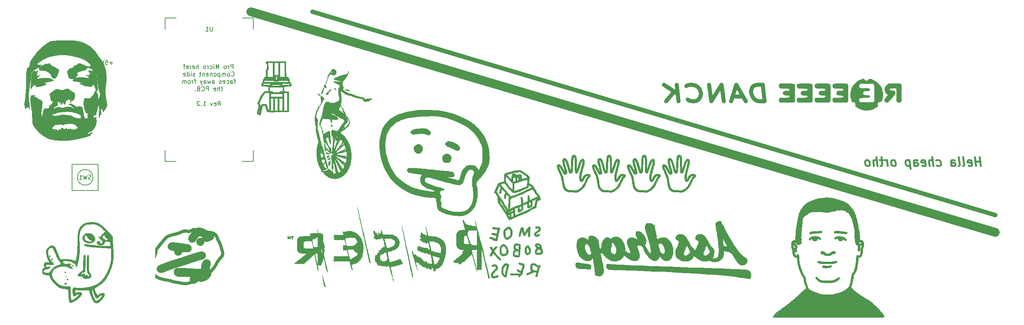
<source format=gbo>
%TF.GenerationSoftware,KiCad,Pcbnew,4.0.7*%
%TF.CreationDate,2017-12-14T15:04:38-08:00*%
%TF.ProjectId,Danck,44616E636B2E6B696361645F70636200,rev?*%
%TF.FileFunction,Legend,Bot*%
%FSLAX46Y46*%
G04 Gerber Fmt 4.6, Leading zero omitted, Abs format (unit mm)*
G04 Created by KiCad (PCBNEW 4.0.7) date 12/14/17 15:04:38*
%MOMM*%
%LPD*%
G01*
G04 APERTURE LIST*
%ADD10C,0.100000*%
%ADD11C,0.200000*%
%ADD12C,1.000000*%
%ADD13C,0.400000*%
%ADD14C,2.000000*%
%ADD15C,0.952500*%
%ADD16C,0.150000*%
%ADD17C,0.010000*%
G04 APERTURE END LIST*
D10*
D11*
X81715858Y-41668381D02*
X81715858Y-40668381D01*
X81334905Y-40668381D01*
X81239667Y-40716000D01*
X81192048Y-40763619D01*
X81144429Y-40858857D01*
X81144429Y-41001714D01*
X81192048Y-41096952D01*
X81239667Y-41144571D01*
X81334905Y-41192190D01*
X81715858Y-41192190D01*
X80715858Y-41668381D02*
X80715858Y-41001714D01*
X80715858Y-41192190D02*
X80668239Y-41096952D01*
X80620620Y-41049333D01*
X80525382Y-41001714D01*
X80430143Y-41001714D01*
X79953953Y-41668381D02*
X80049191Y-41620762D01*
X80096810Y-41573143D01*
X80144429Y-41477905D01*
X80144429Y-41192190D01*
X80096810Y-41096952D01*
X80049191Y-41049333D01*
X79953953Y-41001714D01*
X79811095Y-41001714D01*
X79715857Y-41049333D01*
X79668238Y-41096952D01*
X79620619Y-41192190D01*
X79620619Y-41477905D01*
X79668238Y-41573143D01*
X79715857Y-41620762D01*
X79811095Y-41668381D01*
X79953953Y-41668381D01*
X78430143Y-41668381D02*
X78430143Y-40668381D01*
X78096809Y-41382667D01*
X77763476Y-40668381D01*
X77763476Y-41668381D01*
X77287286Y-41668381D02*
X77287286Y-41001714D01*
X77287286Y-40668381D02*
X77334905Y-40716000D01*
X77287286Y-40763619D01*
X77239667Y-40716000D01*
X77287286Y-40668381D01*
X77287286Y-40763619D01*
X76382524Y-41620762D02*
X76477762Y-41668381D01*
X76668239Y-41668381D01*
X76763477Y-41620762D01*
X76811096Y-41573143D01*
X76858715Y-41477905D01*
X76858715Y-41192190D01*
X76811096Y-41096952D01*
X76763477Y-41049333D01*
X76668239Y-41001714D01*
X76477762Y-41001714D01*
X76382524Y-41049333D01*
X75953953Y-41668381D02*
X75953953Y-41001714D01*
X75953953Y-41192190D02*
X75906334Y-41096952D01*
X75858715Y-41049333D01*
X75763477Y-41001714D01*
X75668238Y-41001714D01*
X75192048Y-41668381D02*
X75287286Y-41620762D01*
X75334905Y-41573143D01*
X75382524Y-41477905D01*
X75382524Y-41192190D01*
X75334905Y-41096952D01*
X75287286Y-41049333D01*
X75192048Y-41001714D01*
X75049190Y-41001714D01*
X74953952Y-41049333D01*
X74906333Y-41096952D01*
X74858714Y-41192190D01*
X74858714Y-41477905D01*
X74906333Y-41573143D01*
X74953952Y-41620762D01*
X75049190Y-41668381D01*
X75192048Y-41668381D01*
X73668238Y-41668381D02*
X73668238Y-40668381D01*
X73239666Y-41668381D02*
X73239666Y-41144571D01*
X73287285Y-41049333D01*
X73382523Y-41001714D01*
X73525381Y-41001714D01*
X73620619Y-41049333D01*
X73668238Y-41096952D01*
X72382523Y-41620762D02*
X72477761Y-41668381D01*
X72668238Y-41668381D01*
X72763476Y-41620762D01*
X72811095Y-41525524D01*
X72811095Y-41144571D01*
X72763476Y-41049333D01*
X72668238Y-41001714D01*
X72477761Y-41001714D01*
X72382523Y-41049333D01*
X72334904Y-41144571D01*
X72334904Y-41239810D01*
X72811095Y-41335048D01*
X71906333Y-41668381D02*
X71906333Y-41001714D01*
X71906333Y-41192190D02*
X71858714Y-41096952D01*
X71811095Y-41049333D01*
X71715857Y-41001714D01*
X71620618Y-41001714D01*
X70906332Y-41620762D02*
X71001570Y-41668381D01*
X71192047Y-41668381D01*
X71287285Y-41620762D01*
X71334904Y-41525524D01*
X71334904Y-41144571D01*
X71287285Y-41049333D01*
X71192047Y-41001714D01*
X71001570Y-41001714D01*
X70906332Y-41049333D01*
X70858713Y-41144571D01*
X70858713Y-41239810D01*
X71334904Y-41335048D01*
X70430142Y-41573143D02*
X70382523Y-41620762D01*
X70430142Y-41668381D01*
X70477761Y-41620762D01*
X70430142Y-41573143D01*
X70430142Y-41668381D01*
X70430142Y-41287429D02*
X70477761Y-40716000D01*
X70430142Y-40668381D01*
X70382523Y-40716000D01*
X70430142Y-41287429D01*
X70430142Y-40668381D01*
X81311095Y-43273143D02*
X81358714Y-43320762D01*
X81501571Y-43368381D01*
X81596809Y-43368381D01*
X81739667Y-43320762D01*
X81834905Y-43225524D01*
X81882524Y-43130286D01*
X81930143Y-42939810D01*
X81930143Y-42796952D01*
X81882524Y-42606476D01*
X81834905Y-42511238D01*
X81739667Y-42416000D01*
X81596809Y-42368381D01*
X81501571Y-42368381D01*
X81358714Y-42416000D01*
X81311095Y-42463619D01*
X80739667Y-43368381D02*
X80834905Y-43320762D01*
X80882524Y-43273143D01*
X80930143Y-43177905D01*
X80930143Y-42892190D01*
X80882524Y-42796952D01*
X80834905Y-42749333D01*
X80739667Y-42701714D01*
X80596809Y-42701714D01*
X80501571Y-42749333D01*
X80453952Y-42796952D01*
X80406333Y-42892190D01*
X80406333Y-43177905D01*
X80453952Y-43273143D01*
X80501571Y-43320762D01*
X80596809Y-43368381D01*
X80739667Y-43368381D01*
X79977762Y-43368381D02*
X79977762Y-42701714D01*
X79977762Y-42796952D02*
X79930143Y-42749333D01*
X79834905Y-42701714D01*
X79692047Y-42701714D01*
X79596809Y-42749333D01*
X79549190Y-42844571D01*
X79549190Y-43368381D01*
X79549190Y-42844571D02*
X79501571Y-42749333D01*
X79406333Y-42701714D01*
X79263476Y-42701714D01*
X79168238Y-42749333D01*
X79120619Y-42844571D01*
X79120619Y-43368381D01*
X78644429Y-42701714D02*
X78644429Y-43701714D01*
X78644429Y-42749333D02*
X78549191Y-42701714D01*
X78358714Y-42701714D01*
X78263476Y-42749333D01*
X78215857Y-42796952D01*
X78168238Y-42892190D01*
X78168238Y-43177905D01*
X78215857Y-43273143D01*
X78263476Y-43320762D01*
X78358714Y-43368381D01*
X78549191Y-43368381D01*
X78644429Y-43320762D01*
X77596810Y-43368381D02*
X77692048Y-43320762D01*
X77739667Y-43273143D01*
X77787286Y-43177905D01*
X77787286Y-42892190D01*
X77739667Y-42796952D01*
X77692048Y-42749333D01*
X77596810Y-42701714D01*
X77453952Y-42701714D01*
X77358714Y-42749333D01*
X77311095Y-42796952D01*
X77263476Y-42892190D01*
X77263476Y-43177905D01*
X77311095Y-43273143D01*
X77358714Y-43320762D01*
X77453952Y-43368381D01*
X77596810Y-43368381D01*
X76834905Y-42701714D02*
X76834905Y-43368381D01*
X76834905Y-42796952D02*
X76787286Y-42749333D01*
X76692048Y-42701714D01*
X76549190Y-42701714D01*
X76453952Y-42749333D01*
X76406333Y-42844571D01*
X76406333Y-43368381D01*
X75549190Y-43320762D02*
X75644428Y-43368381D01*
X75834905Y-43368381D01*
X75930143Y-43320762D01*
X75977762Y-43225524D01*
X75977762Y-42844571D01*
X75930143Y-42749333D01*
X75834905Y-42701714D01*
X75644428Y-42701714D01*
X75549190Y-42749333D01*
X75501571Y-42844571D01*
X75501571Y-42939810D01*
X75977762Y-43035048D01*
X75073000Y-42701714D02*
X75073000Y-43368381D01*
X75073000Y-42796952D02*
X75025381Y-42749333D01*
X74930143Y-42701714D01*
X74787285Y-42701714D01*
X74692047Y-42749333D01*
X74644428Y-42844571D01*
X74644428Y-43368381D01*
X74311095Y-42701714D02*
X73930143Y-42701714D01*
X74168238Y-42368381D02*
X74168238Y-43225524D01*
X74120619Y-43320762D01*
X74025381Y-43368381D01*
X73930143Y-43368381D01*
X72882523Y-43320762D02*
X72787285Y-43368381D01*
X72596809Y-43368381D01*
X72501570Y-43320762D01*
X72453951Y-43225524D01*
X72453951Y-43177905D01*
X72501570Y-43082667D01*
X72596809Y-43035048D01*
X72739666Y-43035048D01*
X72834904Y-42987429D01*
X72882523Y-42892190D01*
X72882523Y-42844571D01*
X72834904Y-42749333D01*
X72739666Y-42701714D01*
X72596809Y-42701714D01*
X72501570Y-42749333D01*
X72025380Y-43368381D02*
X72025380Y-42701714D01*
X72025380Y-42368381D02*
X72072999Y-42416000D01*
X72025380Y-42463619D01*
X71977761Y-42416000D01*
X72025380Y-42368381D01*
X72025380Y-42463619D01*
X71120618Y-43368381D02*
X71120618Y-42368381D01*
X71120618Y-43320762D02*
X71215856Y-43368381D01*
X71406333Y-43368381D01*
X71501571Y-43320762D01*
X71549190Y-43273143D01*
X71596809Y-43177905D01*
X71596809Y-42892190D01*
X71549190Y-42796952D01*
X71501571Y-42749333D01*
X71406333Y-42701714D01*
X71215856Y-42701714D01*
X71120618Y-42749333D01*
X70263475Y-43320762D02*
X70358713Y-43368381D01*
X70549190Y-43368381D01*
X70644428Y-43320762D01*
X70692047Y-43225524D01*
X70692047Y-42844571D01*
X70644428Y-42749333D01*
X70549190Y-42701714D01*
X70358713Y-42701714D01*
X70263475Y-42749333D01*
X70215856Y-42844571D01*
X70215856Y-42939810D01*
X70692047Y-43035048D01*
X82263477Y-44401714D02*
X81882525Y-44401714D01*
X82120620Y-45068381D02*
X82120620Y-44211238D01*
X82073001Y-44116000D01*
X81977763Y-44068381D01*
X81882525Y-44068381D01*
X81120619Y-45068381D02*
X81120619Y-44544571D01*
X81168238Y-44449333D01*
X81263476Y-44401714D01*
X81453953Y-44401714D01*
X81549191Y-44449333D01*
X81120619Y-45020762D02*
X81215857Y-45068381D01*
X81453953Y-45068381D01*
X81549191Y-45020762D01*
X81596810Y-44925524D01*
X81596810Y-44830286D01*
X81549191Y-44735048D01*
X81453953Y-44687429D01*
X81215857Y-44687429D01*
X81120619Y-44639810D01*
X80215857Y-45020762D02*
X80311095Y-45068381D01*
X80501572Y-45068381D01*
X80596810Y-45020762D01*
X80644429Y-44973143D01*
X80692048Y-44877905D01*
X80692048Y-44592190D01*
X80644429Y-44496952D01*
X80596810Y-44449333D01*
X80501572Y-44401714D01*
X80311095Y-44401714D01*
X80215857Y-44449333D01*
X79406333Y-45020762D02*
X79501571Y-45068381D01*
X79692048Y-45068381D01*
X79787286Y-45020762D01*
X79834905Y-44925524D01*
X79834905Y-44544571D01*
X79787286Y-44449333D01*
X79692048Y-44401714D01*
X79501571Y-44401714D01*
X79406333Y-44449333D01*
X79358714Y-44544571D01*
X79358714Y-44639810D01*
X79834905Y-44735048D01*
X78977762Y-45020762D02*
X78882524Y-45068381D01*
X78692048Y-45068381D01*
X78596809Y-45020762D01*
X78549190Y-44925524D01*
X78549190Y-44877905D01*
X78596809Y-44782667D01*
X78692048Y-44735048D01*
X78834905Y-44735048D01*
X78930143Y-44687429D01*
X78977762Y-44592190D01*
X78977762Y-44544571D01*
X78930143Y-44449333D01*
X78834905Y-44401714D01*
X78692048Y-44401714D01*
X78596809Y-44449333D01*
X76930142Y-45068381D02*
X76930142Y-44544571D01*
X76977761Y-44449333D01*
X77072999Y-44401714D01*
X77263476Y-44401714D01*
X77358714Y-44449333D01*
X76930142Y-45020762D02*
X77025380Y-45068381D01*
X77263476Y-45068381D01*
X77358714Y-45020762D01*
X77406333Y-44925524D01*
X77406333Y-44830286D01*
X77358714Y-44735048D01*
X77263476Y-44687429D01*
X77025380Y-44687429D01*
X76930142Y-44639810D01*
X76549190Y-44401714D02*
X76358714Y-45068381D01*
X76168237Y-44592190D01*
X75977761Y-45068381D01*
X75787285Y-44401714D01*
X74977761Y-45068381D02*
X74977761Y-44544571D01*
X75025380Y-44449333D01*
X75120618Y-44401714D01*
X75311095Y-44401714D01*
X75406333Y-44449333D01*
X74977761Y-45020762D02*
X75072999Y-45068381D01*
X75311095Y-45068381D01*
X75406333Y-45020762D01*
X75453952Y-44925524D01*
X75453952Y-44830286D01*
X75406333Y-44735048D01*
X75311095Y-44687429D01*
X75072999Y-44687429D01*
X74977761Y-44639810D01*
X74596809Y-44401714D02*
X74358714Y-45068381D01*
X74120618Y-44401714D02*
X74358714Y-45068381D01*
X74453952Y-45306476D01*
X74501571Y-45354095D01*
X74596809Y-45401714D01*
X73120618Y-44401714D02*
X72739666Y-44401714D01*
X72977761Y-45068381D02*
X72977761Y-44211238D01*
X72930142Y-44116000D01*
X72834904Y-44068381D01*
X72739666Y-44068381D01*
X72406332Y-45068381D02*
X72406332Y-44401714D01*
X72406332Y-44592190D02*
X72358713Y-44496952D01*
X72311094Y-44449333D01*
X72215856Y-44401714D01*
X72120617Y-44401714D01*
X71644427Y-45068381D02*
X71739665Y-45020762D01*
X71787284Y-44973143D01*
X71834903Y-44877905D01*
X71834903Y-44592190D01*
X71787284Y-44496952D01*
X71739665Y-44449333D01*
X71644427Y-44401714D01*
X71501569Y-44401714D01*
X71406331Y-44449333D01*
X71358712Y-44496952D01*
X71311093Y-44592190D01*
X71311093Y-44877905D01*
X71358712Y-44973143D01*
X71406331Y-45020762D01*
X71501569Y-45068381D01*
X71644427Y-45068381D01*
X70882522Y-45068381D02*
X70882522Y-44401714D01*
X70882522Y-44496952D02*
X70834903Y-44449333D01*
X70739665Y-44401714D01*
X70596807Y-44401714D01*
X70501569Y-44449333D01*
X70453950Y-44544571D01*
X70453950Y-45068381D01*
X70453950Y-44544571D02*
X70406331Y-44449333D01*
X70311093Y-44401714D01*
X70168236Y-44401714D01*
X70072998Y-44449333D01*
X70025379Y-44544571D01*
X70025379Y-45068381D01*
X79263476Y-46101714D02*
X78882524Y-46101714D01*
X79120619Y-45768381D02*
X79120619Y-46625524D01*
X79073000Y-46720762D01*
X78977762Y-46768381D01*
X78882524Y-46768381D01*
X78549190Y-46768381D02*
X78549190Y-45768381D01*
X78120618Y-46768381D02*
X78120618Y-46244571D01*
X78168237Y-46149333D01*
X78263475Y-46101714D01*
X78406333Y-46101714D01*
X78501571Y-46149333D01*
X78549190Y-46196952D01*
X77263475Y-46720762D02*
X77358713Y-46768381D01*
X77549190Y-46768381D01*
X77644428Y-46720762D01*
X77692047Y-46625524D01*
X77692047Y-46244571D01*
X77644428Y-46149333D01*
X77549190Y-46101714D01*
X77358713Y-46101714D01*
X77263475Y-46149333D01*
X77215856Y-46244571D01*
X77215856Y-46339810D01*
X77692047Y-46435048D01*
X76025380Y-46768381D02*
X76025380Y-45768381D01*
X75644427Y-45768381D01*
X75549189Y-45816000D01*
X75501570Y-45863619D01*
X75453951Y-45958857D01*
X75453951Y-46101714D01*
X75501570Y-46196952D01*
X75549189Y-46244571D01*
X75644427Y-46292190D01*
X76025380Y-46292190D01*
X74453951Y-46673143D02*
X74501570Y-46720762D01*
X74644427Y-46768381D01*
X74739665Y-46768381D01*
X74882523Y-46720762D01*
X74977761Y-46625524D01*
X75025380Y-46530286D01*
X75072999Y-46339810D01*
X75072999Y-46196952D01*
X75025380Y-46006476D01*
X74977761Y-45911238D01*
X74882523Y-45816000D01*
X74739665Y-45768381D01*
X74644427Y-45768381D01*
X74501570Y-45816000D01*
X74453951Y-45863619D01*
X73692046Y-46244571D02*
X73549189Y-46292190D01*
X73501570Y-46339810D01*
X73453951Y-46435048D01*
X73453951Y-46577905D01*
X73501570Y-46673143D01*
X73549189Y-46720762D01*
X73644427Y-46768381D01*
X74025380Y-46768381D01*
X74025380Y-45768381D01*
X73692046Y-45768381D01*
X73596808Y-45816000D01*
X73549189Y-45863619D01*
X73501570Y-45958857D01*
X73501570Y-46054095D01*
X73549189Y-46149333D01*
X73596808Y-46196952D01*
X73692046Y-46244571D01*
X74025380Y-46244571D01*
X73025380Y-46673143D02*
X72977761Y-46720762D01*
X73025380Y-46768381D01*
X73072999Y-46720762D01*
X73025380Y-46673143D01*
X73025380Y-46768381D01*
X78144428Y-50168381D02*
X78477762Y-49692190D01*
X78715857Y-50168381D02*
X78715857Y-49168381D01*
X78334904Y-49168381D01*
X78239666Y-49216000D01*
X78192047Y-49263619D01*
X78144428Y-49358857D01*
X78144428Y-49501714D01*
X78192047Y-49596952D01*
X78239666Y-49644571D01*
X78334904Y-49692190D01*
X78715857Y-49692190D01*
X77334904Y-50120762D02*
X77430142Y-50168381D01*
X77620619Y-50168381D01*
X77715857Y-50120762D01*
X77763476Y-50025524D01*
X77763476Y-49644571D01*
X77715857Y-49549333D01*
X77620619Y-49501714D01*
X77430142Y-49501714D01*
X77334904Y-49549333D01*
X77287285Y-49644571D01*
X77287285Y-49739810D01*
X77763476Y-49835048D01*
X76953952Y-49501714D02*
X76715857Y-50168381D01*
X76477761Y-49501714D01*
X74811094Y-50168381D02*
X75382523Y-50168381D01*
X75096809Y-50168381D02*
X75096809Y-49168381D01*
X75192047Y-49311238D01*
X75287285Y-49406476D01*
X75382523Y-49454095D01*
X74382523Y-50073143D02*
X74334904Y-50120762D01*
X74382523Y-50168381D01*
X74430142Y-50120762D01*
X74382523Y-50073143D01*
X74382523Y-50168381D01*
X73953952Y-49263619D02*
X73906333Y-49216000D01*
X73811095Y-49168381D01*
X73572999Y-49168381D01*
X73477761Y-49216000D01*
X73430142Y-49263619D01*
X73382523Y-49358857D01*
X73382523Y-49454095D01*
X73430142Y-49596952D01*
X74001571Y-50168381D01*
X73382523Y-50168381D01*
X53990714Y-40330429D02*
X53228809Y-40330429D01*
X53609761Y-40711381D02*
X53609761Y-39949476D01*
X52276428Y-39711381D02*
X52752619Y-39711381D01*
X52800238Y-40187571D01*
X52752619Y-40139952D01*
X52657381Y-40092333D01*
X52419285Y-40092333D01*
X52324047Y-40139952D01*
X52276428Y-40187571D01*
X52228809Y-40282810D01*
X52228809Y-40520905D01*
X52276428Y-40616143D01*
X52324047Y-40663762D01*
X52419285Y-40711381D01*
X52657381Y-40711381D01*
X52752619Y-40663762D01*
X52800238Y-40616143D01*
X51943095Y-39711381D02*
X51609762Y-40711381D01*
X51276428Y-39711381D01*
D12*
X100012500Y-28575000D02*
X257175000Y-75406250D01*
D13*
X253857442Y-64023762D02*
X253607442Y-62023762D01*
X253726490Y-62976143D02*
X252583632Y-62976143D01*
X252714584Y-64023762D02*
X252464584Y-62023762D01*
X250988394Y-63928524D02*
X251190775Y-64023762D01*
X251571727Y-64023762D01*
X251750299Y-63928524D01*
X251821728Y-63738048D01*
X251726490Y-62976143D01*
X251607442Y-62785667D01*
X251405061Y-62690429D01*
X251024109Y-62690429D01*
X250845537Y-62785667D01*
X250774109Y-62976143D01*
X250797918Y-63166619D01*
X251774109Y-63357095D01*
X249762203Y-64023762D02*
X249940774Y-63928524D01*
X250012204Y-63738048D01*
X249797918Y-62023762D01*
X248714584Y-64023762D02*
X248893155Y-63928524D01*
X248964585Y-63738048D01*
X248750299Y-62023762D01*
X247095537Y-64023762D02*
X246964585Y-62976143D01*
X247036013Y-62785667D01*
X247214585Y-62690429D01*
X247595537Y-62690429D01*
X247797918Y-62785667D01*
X247083632Y-63928524D02*
X247286013Y-64023762D01*
X247762203Y-64023762D01*
X247940775Y-63928524D01*
X248012204Y-63738048D01*
X247988394Y-63547571D01*
X247869347Y-63357095D01*
X247666965Y-63261857D01*
X247190775Y-63261857D01*
X246988394Y-63166619D01*
X243750298Y-63928524D02*
X243952679Y-64023762D01*
X244333631Y-64023762D01*
X244512202Y-63928524D01*
X244595537Y-63833286D01*
X244666965Y-63642810D01*
X244595537Y-63071381D01*
X244476489Y-62880905D01*
X244369345Y-62785667D01*
X244166965Y-62690429D01*
X243786013Y-62690429D01*
X243607441Y-62785667D01*
X242905060Y-64023762D02*
X242655060Y-62023762D01*
X242047917Y-64023762D02*
X241916965Y-62976143D01*
X241988393Y-62785667D01*
X242166965Y-62690429D01*
X242452679Y-62690429D01*
X242655059Y-62785667D01*
X242762203Y-62880905D01*
X240321726Y-63928524D02*
X240524107Y-64023762D01*
X240905059Y-64023762D01*
X241083631Y-63928524D01*
X241155060Y-63738048D01*
X241059822Y-62976143D01*
X240940774Y-62785667D01*
X240738393Y-62690429D01*
X240357441Y-62690429D01*
X240178869Y-62785667D01*
X240107441Y-62976143D01*
X240131250Y-63166619D01*
X241107441Y-63357095D01*
X238524107Y-64023762D02*
X238393155Y-62976143D01*
X238464583Y-62785667D01*
X238643155Y-62690429D01*
X239024107Y-62690429D01*
X239226488Y-62785667D01*
X238512202Y-63928524D02*
X238714583Y-64023762D01*
X239190773Y-64023762D01*
X239369345Y-63928524D01*
X239440774Y-63738048D01*
X239416964Y-63547571D01*
X239297917Y-63357095D01*
X239095535Y-63261857D01*
X238619345Y-63261857D01*
X238416964Y-63166619D01*
X237405060Y-62690429D02*
X237655060Y-64690429D01*
X237416964Y-62785667D02*
X237214583Y-62690429D01*
X236833631Y-62690429D01*
X236655059Y-62785667D01*
X236571726Y-62880905D01*
X236500298Y-63071381D01*
X236571726Y-63642810D01*
X236690774Y-63833286D01*
X236797916Y-63928524D01*
X237000297Y-64023762D01*
X237381249Y-64023762D01*
X237559821Y-63928524D01*
X233952677Y-64023762D02*
X234131248Y-63928524D01*
X234214583Y-63833286D01*
X234286011Y-63642810D01*
X234214583Y-63071381D01*
X234095535Y-62880905D01*
X233988391Y-62785667D01*
X233786011Y-62690429D01*
X233500297Y-62690429D01*
X233321725Y-62785667D01*
X233238392Y-62880905D01*
X233166964Y-63071381D01*
X233238392Y-63642810D01*
X233357440Y-63833286D01*
X233464582Y-63928524D01*
X233666963Y-64023762D01*
X233952677Y-64023762D01*
X232428868Y-64023762D02*
X232262202Y-62690429D01*
X232309821Y-63071381D02*
X232190772Y-62880905D01*
X232083629Y-62785667D01*
X231881249Y-62690429D01*
X231690773Y-62690429D01*
X231309821Y-62690429D02*
X230547916Y-62690429D01*
X230940773Y-62023762D02*
X231155059Y-63738048D01*
X231083629Y-63928524D01*
X230905058Y-64023762D01*
X230714582Y-64023762D01*
X230047916Y-64023762D02*
X229797916Y-62023762D01*
X229190773Y-64023762D02*
X229059821Y-62976143D01*
X229131249Y-62785667D01*
X229309821Y-62690429D01*
X229595535Y-62690429D01*
X229797915Y-62785667D01*
X229905059Y-62880905D01*
X227952677Y-64023762D02*
X228131248Y-63928524D01*
X228214583Y-63833286D01*
X228286011Y-63642810D01*
X228214583Y-63071381D01*
X228095535Y-62880905D01*
X227988391Y-62785667D01*
X227786011Y-62690429D01*
X227500297Y-62690429D01*
X227321725Y-62785667D01*
X227238392Y-62880905D01*
X227166964Y-63071381D01*
X227238392Y-63642810D01*
X227357440Y-63833286D01*
X227464582Y-63928524D01*
X227666963Y-64023762D01*
X227952677Y-64023762D01*
D14*
X257175000Y-79375000D02*
X85725000Y-28575000D01*
D15*
X204075392Y-49094571D02*
X203599142Y-45284571D01*
X202389618Y-45284571D01*
X201686583Y-45466000D01*
X201248131Y-45828857D01*
X201051583Y-46191714D01*
X200900393Y-46917429D01*
X200968428Y-47461714D01*
X201301048Y-48187429D01*
X201588310Y-48550286D01*
X202117476Y-48913143D01*
X202865868Y-49094571D01*
X204075392Y-49094571D01*
X199101226Y-48006000D02*
X196682178Y-48006000D01*
X199721106Y-49094571D02*
X197551523Y-45284571D01*
X196334440Y-49094571D01*
X194641106Y-49094571D02*
X194164856Y-45284571D01*
X191738249Y-49094571D01*
X191261999Y-45284571D01*
X186370987Y-48731714D02*
X186635571Y-48913143D01*
X187383963Y-49094571D01*
X187867773Y-49094571D01*
X188570809Y-48913143D01*
X189009261Y-48550286D01*
X189205809Y-48187429D01*
X189356999Y-47461714D01*
X189288964Y-46917429D01*
X188956344Y-46191714D01*
X188669082Y-45828857D01*
X188139916Y-45466000D01*
X187391523Y-45284571D01*
X186907713Y-45284571D01*
X186204678Y-45466000D01*
X185985452Y-45647429D01*
X184239201Y-49094571D02*
X183762951Y-45284571D01*
X181336344Y-49094571D02*
X183241345Y-46917429D01*
X180860094Y-45284571D02*
X184035094Y-47461714D01*
D16*
X68580000Y-30003750D02*
X66040000Y-30003750D01*
X66040000Y-30003750D02*
X66040000Y-32543750D01*
X68580000Y-63023750D02*
X66040000Y-63023750D01*
X66040000Y-63023750D02*
X66040000Y-60483750D01*
X86360000Y-60483750D02*
X86360000Y-63023750D01*
X86360000Y-63023750D02*
X83820000Y-63023750D01*
X83820000Y-30003750D02*
X86360000Y-30003750D01*
X86360000Y-30003750D02*
X86360000Y-32543750D01*
X49421051Y-66675000D02*
G75*
G03X49421051Y-66675000I-1796051J0D01*
G01*
X50625000Y-69675000D02*
X50625000Y-63675000D01*
X44625000Y-69675000D02*
X50625000Y-69675000D01*
X44625000Y-63675000D02*
X44625000Y-69675000D01*
X50625000Y-63675000D02*
X44625000Y-63675000D01*
D17*
G36*
X42917078Y-35110482D02*
X42338933Y-35119648D01*
X41770100Y-35136874D01*
X41228514Y-35161857D01*
X40732112Y-35194297D01*
X40298829Y-35233892D01*
X39946602Y-35280342D01*
X39906601Y-35287058D01*
X39648475Y-35352519D01*
X39371434Y-35465213D01*
X39067870Y-35630180D01*
X38730173Y-35852463D01*
X38350736Y-36137102D01*
X37921950Y-36489138D01*
X37436205Y-36913615D01*
X37392058Y-36953187D01*
X37107115Y-37225927D01*
X36805461Y-37544539D01*
X36497313Y-37895531D01*
X36192890Y-38265410D01*
X35902407Y-38640685D01*
X35636084Y-39007861D01*
X35404135Y-39353447D01*
X35216780Y-39663950D01*
X35084235Y-39925878D01*
X35029559Y-40073023D01*
X34976503Y-40258441D01*
X34910532Y-40490885D01*
X34847008Y-40716200D01*
X34761884Y-40992391D01*
X34677216Y-41219550D01*
X34598197Y-41389073D01*
X34530022Y-41492353D01*
X34477884Y-41520785D01*
X34446976Y-41465762D01*
X34440785Y-41389300D01*
X34435219Y-41295185D01*
X34410101Y-41292314D01*
X34366461Y-41345644D01*
X34321287Y-41440728D01*
X34269107Y-41603139D01*
X34220254Y-41800091D01*
X34214333Y-41828244D01*
X34165943Y-42063964D01*
X34116425Y-42305489D01*
X34077794Y-42494200D01*
X34058614Y-42647691D01*
X34044094Y-42891232D01*
X34034580Y-43213364D01*
X34030420Y-43602628D01*
X34031687Y-44018200D01*
X34032490Y-44429755D01*
X34028435Y-44868042D01*
X34020136Y-45303152D01*
X34008207Y-45705174D01*
X33993260Y-46044198D01*
X33988453Y-46126400D01*
X33964959Y-46499071D01*
X33938379Y-46918532D01*
X33911598Y-47339385D01*
X33887500Y-47716235D01*
X33881940Y-47802800D01*
X33856217Y-48131605D01*
X33821671Y-48473361D01*
X33782281Y-48793537D01*
X33742023Y-49057604D01*
X33729807Y-49123600D01*
X33673713Y-49429373D01*
X33642622Y-49667575D01*
X33636011Y-49868978D01*
X33653355Y-50064350D01*
X33694131Y-50284463D01*
X33708900Y-50351285D01*
X33765012Y-50583985D01*
X33811431Y-50728367D01*
X33855520Y-50796272D01*
X33904646Y-50799540D01*
X33960490Y-50755767D01*
X34060224Y-50678227D01*
X34202899Y-50590852D01*
X34246608Y-50567620D01*
X34397022Y-50479636D01*
X34522807Y-50387502D01*
X34546108Y-50366092D01*
X34603917Y-50312909D01*
X34633513Y-50314237D01*
X34644483Y-50386062D01*
X34646378Y-50533300D01*
X34657013Y-50722756D01*
X34684093Y-50852443D01*
X34722263Y-50909931D01*
X34766168Y-50882795D01*
X34782568Y-50849376D01*
X34811045Y-50706065D01*
X34818139Y-50483338D01*
X34805027Y-50200841D01*
X34772882Y-49878222D01*
X34722881Y-49535129D01*
X34694544Y-49377600D01*
X34638994Y-49025020D01*
X34598958Y-48642053D01*
X34574753Y-48249481D01*
X34566698Y-47868088D01*
X34575111Y-47518655D01*
X34600309Y-47221966D01*
X34642611Y-46998802D01*
X34657435Y-46952674D01*
X34722191Y-46650268D01*
X34716017Y-46495474D01*
X34714065Y-46364956D01*
X34729864Y-46144476D01*
X34762357Y-45843919D01*
X34810490Y-45473167D01*
X34866706Y-45085000D01*
X34921569Y-44720361D01*
X34974943Y-44363680D01*
X35023737Y-44035760D01*
X35064859Y-43757405D01*
X35095219Y-43549417D01*
X35104479Y-43484800D01*
X35160300Y-43179536D01*
X35237849Y-42877475D01*
X35330489Y-42594937D01*
X35431582Y-42348243D01*
X35534489Y-42153711D01*
X35632573Y-42027661D01*
X35713999Y-41986200D01*
X35778829Y-41960634D01*
X35900151Y-41894115D01*
X36028914Y-41815348D01*
X36230290Y-41693205D01*
X36450000Y-41569291D01*
X36561691Y-41510507D01*
X36723009Y-41417368D01*
X36795198Y-41343835D01*
X36797556Y-41300359D01*
X36806043Y-41235267D01*
X36848998Y-41224200D01*
X36923066Y-41271836D01*
X36974769Y-41405303D01*
X36999737Y-41610437D01*
X37001164Y-41717195D01*
X36999725Y-41801749D01*
X37007200Y-41864476D01*
X37037189Y-41910511D01*
X37103291Y-41944990D01*
X37219106Y-41973051D01*
X37398233Y-41999828D01*
X37654271Y-42030459D01*
X37906899Y-42059274D01*
X38306137Y-42116501D01*
X38626826Y-42192230D01*
X38891603Y-42295799D01*
X39123105Y-42436548D01*
X39343970Y-42623818D01*
X39394048Y-42672856D01*
X39579326Y-42883179D01*
X39740873Y-43126504D01*
X39893848Y-43427953D01*
X39999890Y-43676925D01*
X40054170Y-43796142D01*
X40100677Y-43836308D01*
X40163939Y-43814699D01*
X40180887Y-43804405D01*
X40285117Y-43765363D01*
X40385311Y-43802780D01*
X40545667Y-43861220D01*
X40699219Y-43824955D01*
X40849805Y-43700700D01*
X41056669Y-43420534D01*
X41200724Y-43085602D01*
X41247629Y-42913889D01*
X41303427Y-42734076D01*
X41374915Y-42576004D01*
X41411846Y-42518622D01*
X41476737Y-42413238D01*
X41469086Y-42338686D01*
X41455138Y-42319217D01*
X41430197Y-42251343D01*
X41481256Y-42171650D01*
X41510598Y-42142984D01*
X41624358Y-42037000D01*
X41487779Y-42037000D01*
X41387821Y-42020727D01*
X41351200Y-41986200D01*
X41389858Y-41936876D01*
X41402000Y-41935400D01*
X41447471Y-41894429D01*
X41452800Y-41861640D01*
X41412541Y-41784154D01*
X41289724Y-41680288D01*
X41081295Y-41548152D01*
X40784198Y-41385858D01*
X40395379Y-41191516D01*
X40276850Y-41134533D01*
X39948581Y-40974505D01*
X39710561Y-40850547D01*
X39559019Y-40760232D01*
X39490181Y-40701131D01*
X39500274Y-40670817D01*
X39547800Y-40665400D01*
X39602669Y-40641505D01*
X39598600Y-40614600D01*
X39526949Y-40571924D01*
X39468602Y-40563800D01*
X39387696Y-40541948D01*
X39370000Y-40513000D01*
X39409053Y-40464152D01*
X39423799Y-40462200D01*
X39454138Y-40431078D01*
X39446200Y-40411400D01*
X39371007Y-40361080D01*
X39280328Y-40370648D01*
X39221781Y-40430520D01*
X39217600Y-40457396D01*
X39209459Y-40505511D01*
X39171263Y-40531824D01*
X39082359Y-40539983D01*
X38922091Y-40533637D01*
X38822782Y-40527131D01*
X38619715Y-40515796D01*
X38487482Y-40519758D01*
X38395759Y-40544845D01*
X38314222Y-40596888D01*
X38269348Y-40633534D01*
X38159373Y-40717725D01*
X38079700Y-40763954D01*
X38066746Y-40767000D01*
X38003021Y-40786158D01*
X37870677Y-40837301D01*
X37693839Y-40910925D01*
X37616879Y-40944179D01*
X37424303Y-41024226D01*
X37261470Y-41084592D01*
X37154798Y-41115751D01*
X37134800Y-41117969D01*
X37091977Y-41106800D01*
X37123169Y-41088599D01*
X37190263Y-41025969D01*
X37265153Y-40911439D01*
X37322249Y-40789068D01*
X37338000Y-40718722D01*
X37299492Y-40674457D01*
X37215684Y-40668557D01*
X37134149Y-40698197D01*
X37105857Y-40732515D01*
X37037557Y-40778404D01*
X36933255Y-40778078D01*
X36829454Y-40745824D01*
X36813458Y-40686672D01*
X36815907Y-40679653D01*
X36824100Y-40630492D01*
X36774030Y-40641971D01*
X36732134Y-40663402D01*
X36612490Y-40698242D01*
X36533931Y-40691083D01*
X36475844Y-40659436D01*
X36502638Y-40619371D01*
X36533924Y-40595579D01*
X36600493Y-40500733D01*
X36610124Y-40436053D01*
X36644230Y-40345509D01*
X36703000Y-40318430D01*
X36786770Y-40279817D01*
X36926619Y-40193535D01*
X37098789Y-40074754D01*
X37190734Y-40007041D01*
X37514457Y-39774419D01*
X37819581Y-39582487D01*
X38142541Y-39410494D01*
X38519776Y-39237689D01*
X38608000Y-39199907D01*
X39397711Y-38910929D01*
X40236956Y-38688827D01*
X41100948Y-38537620D01*
X41964899Y-38461330D01*
X42804021Y-38463977D01*
X43043521Y-38480450D01*
X43843500Y-38567256D01*
X44619540Y-38688325D01*
X45356865Y-38840146D01*
X46040698Y-39019210D01*
X46656262Y-39222007D01*
X47188784Y-39445025D01*
X47269400Y-39484401D01*
X47609218Y-39669083D01*
X47925036Y-39868542D01*
X48209274Y-40074941D01*
X48454349Y-40280445D01*
X48652677Y-40477219D01*
X48796675Y-40657428D01*
X48878762Y-40813234D01*
X48891354Y-40936804D01*
X48826868Y-41020301D01*
X48776008Y-41041241D01*
X48689403Y-41055658D01*
X48529904Y-41073597D01*
X48326003Y-41092011D01*
X48234600Y-41099108D01*
X48021071Y-41113654D01*
X47894267Y-41117396D01*
X47839706Y-41108463D01*
X47842907Y-41084982D01*
X47879000Y-41053148D01*
X47933116Y-41004985D01*
X47923946Y-40981290D01*
X47836628Y-40973054D01*
X47744808Y-40971815D01*
X47597668Y-40964325D01*
X47520940Y-40934396D01*
X47483695Y-40866876D01*
X47476422Y-40840340D01*
X47447662Y-40760675D01*
X47394427Y-40729547D01*
X47284971Y-40734764D01*
X47224068Y-40743435D01*
X47084020Y-40758140D01*
X47012850Y-40741395D01*
X46980510Y-40684916D01*
X46977942Y-40675574D01*
X46937843Y-40613805D01*
X46841300Y-40562033D01*
X46669198Y-40511209D01*
X46592461Y-40493079D01*
X46398252Y-40452254D01*
X46230853Y-40422968D01*
X46125743Y-40411408D01*
X46124133Y-40411400D01*
X46032467Y-40447699D01*
X45890415Y-40548612D01*
X45714346Y-40702160D01*
X45672894Y-40741600D01*
X45483654Y-40914919D01*
X45340676Y-41026421D01*
X45250115Y-41072558D01*
X45218128Y-41049786D01*
X45231965Y-40995600D01*
X45280307Y-40876136D01*
X45293636Y-40843200D01*
X45294617Y-40778044D01*
X45271923Y-40767000D01*
X45202820Y-40806216D01*
X45116749Y-40899319D01*
X45042508Y-41009487D01*
X45008898Y-41099899D01*
X45008800Y-41103413D01*
X44964255Y-41177038D01*
X44843704Y-41272750D01*
X44666778Y-41378333D01*
X44453104Y-41481570D01*
X44305905Y-41540853D01*
X43975255Y-41695652D01*
X43739093Y-41881629D01*
X43594070Y-42102565D01*
X43536840Y-42362245D01*
X43535600Y-42411010D01*
X43550825Y-42586696D01*
X43591255Y-42816604D01*
X43649021Y-43069246D01*
X43716256Y-43313133D01*
X43785092Y-43516778D01*
X43843069Y-43641517D01*
X43962590Y-43803917D01*
X44094112Y-43903249D01*
X44262856Y-43949557D01*
X44494043Y-43952886D01*
X44604766Y-43944862D01*
X44843403Y-43932274D01*
X44984459Y-43945090D01*
X45028871Y-43983879D01*
X44977576Y-44049211D01*
X44881725Y-44113113D01*
X44752360Y-44202464D01*
X44710787Y-44277276D01*
X44749671Y-44358691D01*
X44783753Y-44395495D01*
X44846155Y-44446016D01*
X44928904Y-44482058D01*
X45053601Y-44508628D01*
X45241846Y-44530732D01*
X45439906Y-44547561D01*
X45611446Y-44568466D01*
X45830906Y-44605960D01*
X46078956Y-44655449D01*
X46336268Y-44712338D01*
X46583513Y-44772031D01*
X46801362Y-44829934D01*
X46970486Y-44881452D01*
X47071555Y-44921989D01*
X47091600Y-44940210D01*
X47044771Y-44960045D01*
X46920109Y-44975079D01*
X46741357Y-44982849D01*
X46675040Y-44983399D01*
X46489490Y-44988112D01*
X46359458Y-45000728D01*
X46304495Y-45018967D01*
X46306740Y-45026373D01*
X46375216Y-45065974D01*
X46515918Y-45133870D01*
X46706784Y-45220513D01*
X46925753Y-45316353D01*
X47150763Y-45411840D01*
X47359751Y-45497424D01*
X47530656Y-45563556D01*
X47616977Y-45593525D01*
X47774544Y-45627249D01*
X47861866Y-45604857D01*
X47865152Y-45601768D01*
X47940867Y-45582997D01*
X48087476Y-45615087D01*
X48196858Y-45653048D01*
X48448533Y-45723662D01*
X48708477Y-45757565D01*
X48938617Y-45751451D01*
X49047400Y-45726905D01*
X49136278Y-45665087D01*
X49243233Y-45550049D01*
X49288218Y-45489773D01*
X49384814Y-45371062D01*
X49471914Y-45298630D01*
X49503085Y-45288200D01*
X49578468Y-45336053D01*
X49667981Y-45471942D01*
X49765401Y-45684363D01*
X49860261Y-45948600D01*
X49978897Y-46273030D01*
X50098177Y-46517442D01*
X50214323Y-46676412D01*
X50323558Y-46744513D01*
X50403997Y-46729574D01*
X50424157Y-46665616D01*
X50433762Y-46515425D01*
X50433882Y-46293703D01*
X50425587Y-46015150D01*
X50409947Y-45694466D01*
X50388034Y-45346352D01*
X50360917Y-44985509D01*
X50329668Y-44626636D01*
X50295355Y-44284435D01*
X50259050Y-43973606D01*
X50221824Y-43708850D01*
X50184745Y-43504866D01*
X50162798Y-43417031D01*
X50096695Y-43213881D01*
X50021191Y-43008725D01*
X49991246Y-42935438D01*
X49915811Y-42738356D01*
X49867044Y-42568212D01*
X49849552Y-42446143D01*
X49867946Y-42393288D01*
X49872881Y-42392599D01*
X49918525Y-42436526D01*
X49985041Y-42551633D01*
X50060590Y-42712910D01*
X50133334Y-42895346D01*
X50185473Y-43053000D01*
X50246549Y-43298251D01*
X50311663Y-43621845D01*
X50377022Y-44000823D01*
X50438830Y-44412230D01*
X50493295Y-44833110D01*
X50521323Y-45085000D01*
X50573318Y-45541461D01*
X50628398Y-45921112D01*
X50691626Y-46248722D01*
X50768064Y-46549062D01*
X50862775Y-46846902D01*
X50906538Y-46969867D01*
X51005711Y-47282878D01*
X51047668Y-47530662D01*
X51033929Y-47730896D01*
X50983807Y-47868822D01*
X50929809Y-48009405D01*
X50884665Y-48184414D01*
X50877444Y-48223662D01*
X50823846Y-48401053D01*
X50737421Y-48562529D01*
X50717254Y-48588715D01*
X50629588Y-48729375D01*
X50623783Y-48857747D01*
X50624534Y-48860810D01*
X50626784Y-48975755D01*
X50594044Y-49023703D01*
X50569134Y-49017027D01*
X50553770Y-48952403D01*
X50547287Y-48818391D01*
X50549016Y-48603547D01*
X50555795Y-48367818D01*
X50563397Y-48066297D01*
X50561983Y-47852972D01*
X50550836Y-47714775D01*
X50529237Y-47638643D01*
X50514658Y-47620067D01*
X50442986Y-47539502D01*
X50350628Y-47409516D01*
X50256778Y-47260913D01*
X50180635Y-47124500D01*
X50141395Y-47031080D01*
X50139601Y-47018217D01*
X50175872Y-46976778D01*
X50215800Y-46982970D01*
X50282177Y-46988614D01*
X50278021Y-46932704D01*
X50206091Y-46824053D01*
X50142699Y-46749501D01*
X50048266Y-46649274D01*
X49992486Y-46617207D01*
X49946807Y-46645261D01*
X49914245Y-46685200D01*
X49859821Y-46793497D01*
X49853511Y-46867748D01*
X49830106Y-46955983D01*
X49775998Y-47008608D01*
X49710371Y-47076085D01*
X49732192Y-47165914D01*
X49732556Y-47166596D01*
X49753084Y-47247421D01*
X49715149Y-47338632D01*
X49642591Y-47432137D01*
X49528381Y-47575222D01*
X49428140Y-47714848D01*
X49412990Y-47738242D01*
X49303558Y-47863838D01*
X49186622Y-47949198D01*
X49078923Y-48034240D01*
X48959217Y-48170604D01*
X48900334Y-48255055D01*
X48811011Y-48394789D01*
X48753945Y-48464369D01*
X48705851Y-48478715D01*
X48643442Y-48452746D01*
X48615344Y-48437662D01*
X48520884Y-48414640D01*
X48485371Y-48443024D01*
X48413147Y-48471948D01*
X48244983Y-48484786D01*
X47986988Y-48481262D01*
X47523400Y-48463200D01*
X47397695Y-48716982D01*
X47300670Y-49003499D01*
X47251666Y-49360529D01*
X47249534Y-49769677D01*
X47293122Y-50212546D01*
X47381282Y-50670742D01*
X47512861Y-51125870D01*
X47555852Y-51246295D01*
X47645936Y-51486377D01*
X47711770Y-51647321D01*
X47765244Y-51744940D01*
X47818249Y-51795051D01*
X47882676Y-51813470D01*
X47970414Y-51816011D01*
X47984174Y-51816000D01*
X48116736Y-51826613D01*
X48182215Y-51870757D01*
X48208061Y-51939752D01*
X48279863Y-52047164D01*
X48409346Y-52109902D01*
X48557353Y-52114044D01*
X48627652Y-52088950D01*
X48717728Y-52059149D01*
X48756265Y-52066730D01*
X48764282Y-52120493D01*
X48681708Y-52165110D01*
X48519432Y-52196404D01*
X48391014Y-52206910D01*
X48208451Y-52226523D01*
X48095480Y-52260417D01*
X48069432Y-52285446D01*
X48085114Y-52325795D01*
X48181348Y-52321783D01*
X48198957Y-52318428D01*
X48320944Y-52313400D01*
X48383838Y-52344282D01*
X48371907Y-52389431D01*
X48301099Y-52403638D01*
X48183800Y-52407076D01*
X48298100Y-52462201D01*
X48392442Y-52527484D01*
X48403699Y-52577569D01*
X48334084Y-52591475D01*
X48285400Y-52582539D01*
X48187763Y-52574663D01*
X48158428Y-52625035D01*
X48158400Y-52627832D01*
X48185531Y-52696054D01*
X48209200Y-52705000D01*
X48256313Y-52738941D01*
X48245684Y-52818250D01*
X48183283Y-52909149D01*
X48171100Y-52920571D01*
X48071828Y-52994339D01*
X47935954Y-53079107D01*
X47797353Y-53155638D01*
X47689900Y-53204696D01*
X47656137Y-53213000D01*
X47617993Y-53169811D01*
X47551532Y-53054302D01*
X47515340Y-52981696D01*
X46730892Y-52981696D01*
X46672500Y-53043584D01*
X46552974Y-53088797D01*
X46395533Y-53113413D01*
X46239205Y-53115455D01*
X46123019Y-53092944D01*
X46093064Y-53072950D01*
X46001603Y-53027762D01*
X45851425Y-53037721D01*
X45525236Y-53049876D01*
X45215164Y-52962224D01*
X44974060Y-52815147D01*
X44765670Y-52664107D01*
X44566993Y-52547474D01*
X44358737Y-52459710D01*
X44121610Y-52395274D01*
X43836320Y-52348624D01*
X43483575Y-52314223D01*
X43154600Y-52292636D01*
X42758798Y-52272839D01*
X42447076Y-52264904D01*
X42202485Y-52269926D01*
X42008078Y-52289001D01*
X41846908Y-52323223D01*
X41702025Y-52373689D01*
X41666757Y-52388797D01*
X41515062Y-52432586D01*
X41306724Y-52461134D01*
X41061001Y-52475379D01*
X40797152Y-52476259D01*
X40534434Y-52464715D01*
X40292107Y-52441684D01*
X40089428Y-52408105D01*
X39945655Y-52364917D01*
X39880048Y-52313060D01*
X39878000Y-52301597D01*
X39923507Y-52256345D01*
X40048245Y-52188014D01*
X40234543Y-52104058D01*
X40464730Y-52011933D01*
X40721136Y-51919094D01*
X40986087Y-51832996D01*
X40995600Y-51830105D01*
X41265184Y-51758977D01*
X41583623Y-51695490D01*
X41962735Y-51637956D01*
X42414334Y-51584688D01*
X42950236Y-51533998D01*
X43230800Y-51510885D01*
X43618261Y-51500620D01*
X44036630Y-51531272D01*
X44504402Y-51605148D01*
X45040070Y-51724558D01*
X45135800Y-51748678D01*
X45552948Y-51865649D01*
X45886572Y-51984298D01*
X46154554Y-52112634D01*
X46374774Y-52258666D01*
X46486629Y-52353672D01*
X46602937Y-52464697D01*
X46655592Y-52537835D01*
X46655848Y-52603843D01*
X46614958Y-52693477D01*
X46612615Y-52698010D01*
X46547548Y-52842822D01*
X46543394Y-52916477D01*
X46601211Y-52929918D01*
X46634400Y-52922919D01*
X46717905Y-52928208D01*
X46730892Y-52981696D01*
X47515340Y-52981696D01*
X47468413Y-52887557D01*
X47429083Y-52802318D01*
X47323364Y-52545150D01*
X47264853Y-52338462D01*
X47244364Y-52148225D01*
X47244000Y-52116720D01*
X47226483Y-51905503D01*
X47181760Y-51669869D01*
X47148028Y-51549502D01*
X47088630Y-51341150D01*
X47029931Y-51090918D01*
X46990141Y-50884015D01*
X46955375Y-50691120D01*
X46921275Y-50573057D01*
X46874234Y-50504062D01*
X46800649Y-50458375D01*
X46754776Y-50438358D01*
X46596845Y-50382183D01*
X46403209Y-50325982D01*
X46328351Y-50307492D01*
X46173262Y-50276629D01*
X46077598Y-50278838D01*
X46003032Y-50319494D01*
X45957915Y-50359449D01*
X45824022Y-50446722D01*
X45677572Y-50457218D01*
X45502603Y-50388614D01*
X45319833Y-50266600D01*
X45173912Y-50162858D01*
X45055915Y-50089631D01*
X44993730Y-50063400D01*
X44917651Y-50034873D01*
X44794834Y-49963559D01*
X44657299Y-49870857D01*
X44537065Y-49778168D01*
X44471705Y-49714513D01*
X44383249Y-49673742D01*
X44242831Y-49674482D01*
X44088054Y-49710276D01*
X43956520Y-49774670D01*
X43916148Y-49809899D01*
X43858413Y-49912688D01*
X43890299Y-49980670D01*
X44002747Y-50003214D01*
X44074836Y-49996093D01*
X44167147Y-49988194D01*
X44243863Y-50009351D01*
X44328504Y-50074289D01*
X44444590Y-50197734D01*
X44502597Y-50263917D01*
X44741562Y-50499464D01*
X44964262Y-50637289D01*
X44981818Y-50644295D01*
X45109263Y-50702655D01*
X45217697Y-50768138D01*
X45291412Y-50827249D01*
X45314698Y-50866499D01*
X45271847Y-50872393D01*
X45237400Y-50863810D01*
X45146989Y-50830461D01*
X44991218Y-50766680D01*
X44797362Y-50683765D01*
X44705689Y-50643540D01*
X44477595Y-50548238D01*
X44290237Y-50488230D01*
X44100194Y-50453434D01*
X43864042Y-50433765D01*
X43784544Y-50429634D01*
X43522019Y-50422001D01*
X43313689Y-50432065D01*
X43112901Y-50465183D01*
X42873003Y-50526716D01*
X42828087Y-50539494D01*
X42590289Y-50606896D01*
X42422941Y-50647875D01*
X42298657Y-50663396D01*
X42190048Y-50654426D01*
X42069727Y-50621930D01*
X41923192Y-50571400D01*
X41613833Y-50488882D01*
X41337960Y-50480554D01*
X41057840Y-50548147D01*
X40887004Y-50618904D01*
X40660251Y-50719072D01*
X40507784Y-50772360D01*
X40414482Y-50780154D01*
X40365227Y-50743840D01*
X40345322Y-50668543D01*
X40347749Y-50593561D01*
X40387873Y-50531673D01*
X40484455Y-50465049D01*
X40650122Y-50378892D01*
X40844602Y-50273672D01*
X41029058Y-50158833D01*
X41145745Y-50073299D01*
X41321290Y-49925901D01*
X41260045Y-49660575D01*
X41212489Y-49406882D01*
X41200185Y-49221105D01*
X41221053Y-49110024D01*
X41273012Y-49080418D01*
X41353979Y-49139066D01*
X41401649Y-49199306D01*
X41529187Y-49349360D01*
X41654838Y-49414749D01*
X41811754Y-49406174D01*
X41932593Y-49370697D01*
X42104133Y-49322514D01*
X42190767Y-49326229D01*
X42196295Y-49384201D01*
X42129091Y-49492731D01*
X42013875Y-49598059D01*
X41907223Y-49614119D01*
X41827758Y-49608249D01*
X41823241Y-49642204D01*
X41868600Y-49715719D01*
X41968973Y-49823892D01*
X42076717Y-49843259D01*
X42204224Y-49772340D01*
X42317490Y-49662064D01*
X42432195Y-49546976D01*
X42525799Y-49471340D01*
X42564532Y-49453800D01*
X42605987Y-49467999D01*
X42628284Y-49528107D01*
X42640258Y-49660391D01*
X42641422Y-49682400D01*
X42673284Y-49758697D01*
X42774509Y-49795188D01*
X42816247Y-49800257D01*
X42985893Y-49816515D01*
X42968647Y-49573071D01*
X42963887Y-49423196D01*
X42983238Y-49345976D01*
X43035601Y-49313610D01*
X43053000Y-49309637D01*
X43173756Y-49249035D01*
X43209830Y-49132468D01*
X43200021Y-49069452D01*
X43206953Y-48963225D01*
X43264566Y-48884638D01*
X43344368Y-48860284D01*
X43395513Y-48886992D01*
X43480900Y-48942434D01*
X43528145Y-48905311D01*
X43535600Y-48844200D01*
X43551690Y-48760118D01*
X43573700Y-48739577D01*
X43642133Y-48735939D01*
X43777614Y-48729798D01*
X43891200Y-48724972D01*
X44170600Y-48713389D01*
X44176916Y-48973404D01*
X44195346Y-49165885D01*
X44235391Y-49319613D01*
X44289118Y-49413933D01*
X44348592Y-49428193D01*
X44351059Y-49426756D01*
X44375093Y-49362012D01*
X44373495Y-49239528D01*
X44369057Y-49206982D01*
X44366209Y-49032622D01*
X44423801Y-48938489D01*
X44538581Y-48927266D01*
X44654142Y-48971686D01*
X44759404Y-49022916D01*
X44796783Y-49023359D01*
X44787910Y-48970288D01*
X44783249Y-48955406D01*
X44784968Y-48873234D01*
X44859650Y-48795612D01*
X44924340Y-48754204D01*
X45005162Y-48700041D01*
X45064278Y-48636167D01*
X45106772Y-48545237D01*
X45137729Y-48409904D01*
X45162236Y-48212823D01*
X45185377Y-47936648D01*
X45192554Y-47839356D01*
X45207177Y-47616177D01*
X45209449Y-47469358D01*
X45195759Y-47374036D01*
X45162494Y-47305349D01*
X45106042Y-47238432D01*
X45105106Y-47237428D01*
X44988175Y-47138443D01*
X44824900Y-47030682D01*
X44729400Y-46977895D01*
X44548104Y-46874323D01*
X44341052Y-46739465D01*
X44196000Y-46634722D01*
X43934989Y-46445504D01*
X43722921Y-46324172D01*
X43537163Y-46266505D01*
X43355083Y-46268280D01*
X43154049Y-46325276D01*
X42968662Y-46405759D01*
X42704355Y-46507901D01*
X42446035Y-46553123D01*
X42164783Y-46542664D01*
X41831680Y-46477764D01*
X41754165Y-46457795D01*
X41430256Y-46383807D01*
X41175190Y-46356983D01*
X40967269Y-46378395D01*
X40784792Y-46449116D01*
X40685745Y-46510579D01*
X40526769Y-46619438D01*
X40326469Y-46754171D01*
X40132000Y-46883106D01*
X39841363Y-47091301D01*
X39640464Y-47280395D01*
X39522493Y-47462926D01*
X39480641Y-47651433D01*
X39508097Y-47858456D01*
X39543439Y-47966871D01*
X39585466Y-48120054D01*
X39622619Y-48326102D01*
X39643781Y-48508296D01*
X39682208Y-48781951D01*
X39748447Y-48965520D01*
X39847547Y-49067936D01*
X39977312Y-49098200D01*
X40119673Y-49135360D01*
X40230671Y-49246485D01*
X40336259Y-49394771D01*
X40162422Y-49452142D01*
X40057714Y-49492484D01*
X39991465Y-49544959D01*
X39950441Y-49633818D01*
X39921405Y-49783310D01*
X39902114Y-49929107D01*
X39875158Y-50090569D01*
X39843108Y-50206915D01*
X39820904Y-50245091D01*
X39769816Y-50237893D01*
X39741228Y-50171941D01*
X39746217Y-50089437D01*
X39769655Y-50049825D01*
X39828760Y-49951535D01*
X39797954Y-49884657D01*
X39688102Y-49869525D01*
X39588219Y-49899697D01*
X39536598Y-49980768D01*
X39517723Y-50063400D01*
X39475591Y-50209467D01*
X39401176Y-50392731D01*
X39344809Y-50507900D01*
X39203176Y-50774600D01*
X38676988Y-50774600D01*
X38459629Y-50777182D01*
X38285977Y-50784158D01*
X38177159Y-50794376D01*
X38150800Y-50803339D01*
X38172164Y-50866082D01*
X38204997Y-50933346D01*
X38233459Y-51007826D01*
X38192382Y-51022482D01*
X38166897Y-51018906D01*
X38101330Y-51034149D01*
X38043073Y-51116634D01*
X37987924Y-51257200D01*
X37935792Y-51446167D01*
X37903667Y-51631894D01*
X37899024Y-51699976D01*
X37874077Y-51877130D01*
X37816206Y-52057126D01*
X37808893Y-52073097D01*
X37756003Y-52194017D01*
X37749819Y-52260354D01*
X37790098Y-52307627D01*
X37807208Y-52320488D01*
X37852411Y-52365651D01*
X37843919Y-52417122D01*
X37772374Y-52500095D01*
X37722145Y-52549552D01*
X37550859Y-52715568D01*
X37519124Y-52316584D01*
X37497512Y-52098864D01*
X37470198Y-51897724D01*
X37442754Y-51753613D01*
X37440277Y-51744117D01*
X37413741Y-51591544D01*
X37434935Y-51516746D01*
X37500876Y-51526346D01*
X37529133Y-51546833D01*
X37584031Y-51582424D01*
X37589499Y-51543575D01*
X37575383Y-51485800D01*
X37516697Y-51233569D01*
X37500965Y-51069124D01*
X37528048Y-50988239D01*
X37558850Y-50977800D01*
X37611494Y-50960978D01*
X37606516Y-50892675D01*
X37589615Y-50844525D01*
X37565249Y-50733540D01*
X37607620Y-50661905D01*
X37624377Y-50648780D01*
X37666665Y-50602712D01*
X37688214Y-50527320D01*
X37691667Y-50399371D01*
X37679668Y-50195633D01*
X37678173Y-50176065D01*
X37666993Y-49945892D01*
X37674839Y-49800540D01*
X37698639Y-49748453D01*
X37724895Y-49694506D01*
X37698027Y-49592443D01*
X37669707Y-49493196D01*
X37694480Y-49456812D01*
X37725693Y-49453800D01*
X37781952Y-49423014D01*
X37775236Y-49373445D01*
X37747824Y-49276663D01*
X37744400Y-49246445D01*
X37700744Y-49211907D01*
X37611965Y-49199800D01*
X37534897Y-49196378D01*
X37506091Y-49170080D01*
X37522056Y-49096856D01*
X37576909Y-48958500D01*
X37573581Y-48908295D01*
X37499496Y-48888179D01*
X37347021Y-48893494D01*
X37241151Y-48868088D01*
X37201024Y-48796093D01*
X37151719Y-48717454D01*
X37079622Y-48718589D01*
X36963937Y-48719185D01*
X36870019Y-48687898D01*
X36725982Y-48598764D01*
X36575448Y-48483438D01*
X36442233Y-48363146D01*
X36350147Y-48259112D01*
X36322000Y-48199448D01*
X36280186Y-48149073D01*
X36163222Y-48149305D01*
X35983825Y-48199742D01*
X35953700Y-48211077D01*
X35882618Y-48210382D01*
X35864697Y-48148576D01*
X35898255Y-48050071D01*
X35971723Y-47949534D01*
X36047620Y-47845157D01*
X36040211Y-47777712D01*
X35945373Y-47744739D01*
X35758987Y-47743775D01*
X35643077Y-47753234D01*
X35402432Y-47781805D01*
X35245690Y-47818040D01*
X35155217Y-47873144D01*
X35113380Y-47958320D01*
X35102543Y-48084772D01*
X35102488Y-48096687D01*
X35084358Y-48270886D01*
X35040015Y-48427456D01*
X35028795Y-48451473D01*
X35004133Y-48510491D01*
X34990130Y-48583829D01*
X34987595Y-48686849D01*
X34997335Y-48834914D01*
X35020161Y-49043385D01*
X35056880Y-49327625D01*
X35086294Y-49543673D01*
X35128816Y-49865708D01*
X35166286Y-50173895D01*
X35196228Y-50445911D01*
X35216169Y-50659431D01*
X35223487Y-50781519D01*
X35247292Y-51008589D01*
X35305122Y-51152352D01*
X35313404Y-51162519D01*
X35339507Y-51204103D01*
X35360383Y-51271067D01*
X35376943Y-51375323D01*
X35390097Y-51528786D01*
X35400755Y-51743368D01*
X35409827Y-52030983D01*
X35418225Y-52403544D01*
X35421581Y-52578000D01*
X35435661Y-53123088D01*
X35460284Y-53582724D01*
X35502134Y-53972983D01*
X35567893Y-54309939D01*
X35664245Y-54609665D01*
X35797872Y-54888238D01*
X35975459Y-55161731D01*
X36203688Y-55446218D01*
X36489242Y-55757774D01*
X36838805Y-56112475D01*
X36927742Y-56200643D01*
X37386578Y-56630654D01*
X37826301Y-56988390D01*
X38265957Y-57283513D01*
X38724594Y-57525684D01*
X39221255Y-57724564D01*
X39774989Y-57889815D01*
X40404841Y-58031099D01*
X40614600Y-58070823D01*
X40851023Y-58102553D01*
X41168724Y-58128501D01*
X41547532Y-58148407D01*
X41967275Y-58162011D01*
X42407782Y-58169050D01*
X42848881Y-58169265D01*
X43270401Y-58162394D01*
X43652171Y-58148177D01*
X43974018Y-58126353D01*
X44079739Y-58115632D01*
X45268358Y-57944156D01*
X46457105Y-57703981D01*
X47609559Y-57402925D01*
X48093104Y-57254045D01*
X48352904Y-57166163D01*
X48532458Y-57094388D01*
X48649981Y-57029767D01*
X48723689Y-56963345D01*
X48745632Y-56933268D01*
X48825844Y-56821561D01*
X48945357Y-56668837D01*
X49061901Y-56527700D01*
X49170899Y-56395823D01*
X49244033Y-56300480D01*
X49266411Y-56261153D01*
X49265774Y-56261000D01*
X49212028Y-56281490D01*
X49093144Y-56335145D01*
X48938985Y-56408366D01*
X48639417Y-56540794D01*
X48411050Y-56614070D01*
X48256554Y-56627964D01*
X48178598Y-56582245D01*
X48179852Y-56476682D01*
X48180718Y-56473913D01*
X48245983Y-56392361D01*
X48376637Y-56297905D01*
X48541023Y-56207717D01*
X48707482Y-56138968D01*
X48844359Y-56108831D01*
X48854175Y-56108600D01*
X48946027Y-56082440D01*
X48971200Y-56037907D01*
X49014183Y-55971897D01*
X49085500Y-55938316D01*
X49211646Y-55871936D01*
X49368740Y-55739939D01*
X49536237Y-55564291D01*
X49693590Y-55366956D01*
X49820253Y-55169902D01*
X49841057Y-55130559D01*
X49848843Y-55112053D01*
X46094452Y-55112053D01*
X46093126Y-55151903D01*
X46004348Y-55238959D01*
X45859707Y-55349955D01*
X45691339Y-55447184D01*
X45534302Y-55496451D01*
X45500178Y-55499000D01*
X45351879Y-55535371D01*
X45215828Y-55655403D01*
X45215507Y-55655788D01*
X45084615Y-55812576D01*
X44881608Y-55650771D01*
X44762261Y-55558500D01*
X44699875Y-55525486D01*
X44672763Y-55546664D01*
X44661858Y-55599466D01*
X44626651Y-55676196D01*
X44585658Y-55685297D01*
X44503369Y-55650586D01*
X44372482Y-55594869D01*
X44333473Y-55578200D01*
X44140745Y-55495774D01*
X44225015Y-55624387D01*
X44274420Y-55720170D01*
X44255421Y-55747038D01*
X44173644Y-55705656D01*
X44041682Y-55602664D01*
X43904012Y-55494950D01*
X43813130Y-55457840D01*
X43746252Y-55487896D01*
X43699061Y-55550966D01*
X43632625Y-55621469D01*
X43549183Y-55607464D01*
X43531924Y-55598632D01*
X43431450Y-55510077D01*
X43371789Y-55418040D01*
X43314612Y-55292550D01*
X42932990Y-55665194D01*
X42564906Y-55429697D01*
X42364350Y-55303884D01*
X42232983Y-55229919D01*
X42156137Y-55202280D01*
X42119146Y-55215450D01*
X42107801Y-55257700D01*
X42099587Y-55361136D01*
X42095101Y-55421045D01*
X42040163Y-55526267D01*
X41906815Y-55605247D01*
X41717110Y-55646912D01*
X41637865Y-55650651D01*
X41508788Y-55661087D01*
X41464582Y-55695296D01*
X41468796Y-55721409D01*
X41459409Y-55815223D01*
X41384327Y-55888308D01*
X41315640Y-55905400D01*
X41254981Y-55865424D01*
X41249600Y-55839405D01*
X41206417Y-55780619D01*
X41099893Y-55720021D01*
X41073474Y-55709722D01*
X40888584Y-55676875D01*
X40751762Y-55732772D01*
X40656891Y-55880209D01*
X40647986Y-55904327D01*
X40587240Y-56026135D01*
X40518935Y-56049671D01*
X40437012Y-55981854D01*
X40402748Y-55907808D01*
X40434127Y-55816259D01*
X40459151Y-55775924D01*
X40543477Y-55673229D01*
X40617560Y-55617834D01*
X40688790Y-55576593D01*
X40668320Y-55548260D01*
X40565713Y-55537472D01*
X40461015Y-55541943D01*
X40206181Y-55542911D01*
X40041940Y-55497975D01*
X39968176Y-55406996D01*
X39984770Y-55269835D01*
X40085769Y-55094355D01*
X40283028Y-54870208D01*
X40518058Y-54699422D01*
X40804925Y-54576341D01*
X41157700Y-54495312D01*
X41590450Y-54450680D01*
X41701202Y-54445036D01*
X41963693Y-54434484D01*
X42143801Y-54431176D01*
X42260629Y-54437578D01*
X42333281Y-54456160D01*
X42380862Y-54489389D01*
X42421214Y-54538060D01*
X42489955Y-54618609D01*
X42543169Y-54622626D01*
X42615522Y-54564339D01*
X42763841Y-54479481D01*
X43002722Y-54406576D01*
X43321582Y-54347959D01*
X43709838Y-54305964D01*
X43823395Y-54297892D01*
X44247336Y-54290737D01*
X44628694Y-54323654D01*
X44947770Y-54394103D01*
X45126387Y-54465867D01*
X45304328Y-54572868D01*
X45490784Y-54708719D01*
X45658110Y-54850840D01*
X45778664Y-54976651D01*
X45812884Y-55026610D01*
X45884549Y-55116325D01*
X45981424Y-55126280D01*
X46007641Y-55120471D01*
X46094452Y-55112053D01*
X49848843Y-55112053D01*
X49954477Y-54861013D01*
X50055592Y-54538694D01*
X50134527Y-54203076D01*
X50181407Y-53893633D01*
X50190045Y-53735423D01*
X50173393Y-53541364D01*
X50130897Y-53357349D01*
X50106294Y-53294073D01*
X50055043Y-53171913D01*
X50052775Y-53089979D01*
X50099825Y-52999305D01*
X50108405Y-52986115D01*
X50163812Y-52859033D01*
X50145324Y-52780472D01*
X50070529Y-52754762D01*
X49957017Y-52786231D01*
X49822377Y-52879208D01*
X49791816Y-52908200D01*
X49692073Y-53002161D01*
X49623937Y-53055792D01*
X49612410Y-53060600D01*
X49597040Y-53046372D01*
X49580253Y-52992667D01*
X49558640Y-52882947D01*
X49528791Y-52700678D01*
X49501256Y-52521642D01*
X49477277Y-52363685D01*
X49788914Y-52335427D01*
X50002799Y-52304556D01*
X50137098Y-52260236D01*
X50184747Y-52206540D01*
X50138685Y-52147543D01*
X50126901Y-52140511D01*
X50059359Y-52078496D01*
X50046476Y-51987255D01*
X50090641Y-51849758D01*
X50194244Y-51648971D01*
X50196394Y-51645157D01*
X50348239Y-51275768D01*
X50397550Y-51031450D01*
X50439807Y-50776655D01*
X50498006Y-50523867D01*
X50563958Y-50303146D01*
X50629474Y-50144554D01*
X50647408Y-50114200D01*
X50700469Y-50070552D01*
X50744861Y-50115009D01*
X50781902Y-50251406D01*
X50812905Y-50483576D01*
X50826511Y-50636236D01*
X50835468Y-50822573D01*
X50839155Y-51070076D01*
X50838143Y-51358040D01*
X50833002Y-51665761D01*
X50824303Y-51972534D01*
X50812616Y-52257653D01*
X50798511Y-52500415D01*
X50782558Y-52680114D01*
X50767777Y-52768500D01*
X50770091Y-52842156D01*
X50795273Y-52857400D01*
X50856654Y-52814025D01*
X50923834Y-52707891D01*
X50978689Y-52574983D01*
X51003099Y-52451284D01*
X51003200Y-52444522D01*
X51041330Y-52337052D01*
X51136926Y-52219373D01*
X51157868Y-52200699D01*
X51312536Y-52070000D01*
X51249315Y-51575686D01*
X51218869Y-51260464D01*
X51221215Y-51032762D01*
X51257966Y-50883403D01*
X51330735Y-50803212D01*
X51388268Y-50785032D01*
X51445059Y-50790957D01*
X51493131Y-50839528D01*
X51543446Y-50948857D01*
X51606965Y-51137056D01*
X51613073Y-51156469D01*
X51674001Y-51340151D01*
X51727472Y-51482545D01*
X51763950Y-51558743D01*
X51769341Y-51564558D01*
X51814472Y-51537028D01*
X51897174Y-51438782D01*
X52005776Y-51287975D01*
X52128608Y-51102763D01*
X52253998Y-50901300D01*
X52370276Y-50701740D01*
X52465772Y-50522238D01*
X52526859Y-50386175D01*
X52576511Y-50230699D01*
X52606407Y-50067516D01*
X52615653Y-49881805D01*
X52603354Y-49658746D01*
X52568615Y-49383516D01*
X52510543Y-49041296D01*
X52428243Y-48617265D01*
X52416651Y-48559956D01*
X52298507Y-47834139D01*
X52247759Y-47133020D01*
X52263621Y-46422706D01*
X52345306Y-45669305D01*
X52349043Y-45643800D01*
X52397268Y-45235332D01*
X52431323Y-44773969D01*
X52451297Y-44281166D01*
X52457280Y-43778378D01*
X52449361Y-43287062D01*
X52427629Y-42828671D01*
X52392175Y-42424663D01*
X52364479Y-42239498D01*
X49494283Y-42239498D01*
X49473795Y-42272112D01*
X49414458Y-42326156D01*
X49349916Y-42328986D01*
X49258096Y-42273332D01*
X49121515Y-42156072D01*
X48990298Y-42048448D01*
X48906559Y-42010502D01*
X48857208Y-42029072D01*
X48772660Y-42065678D01*
X48632223Y-42086200D01*
X48580041Y-42087800D01*
X48423836Y-42108020D01*
X48360842Y-42168597D01*
X48391085Y-42269407D01*
X48514589Y-42410325D01*
X48515802Y-42411471D01*
X48647372Y-42557544D01*
X48745219Y-42707360D01*
X48795131Y-42835181D01*
X48789461Y-42906974D01*
X48720228Y-42939391D01*
X48609585Y-42939681D01*
X48501501Y-42927943D01*
X48472026Y-42950733D01*
X48511916Y-43028802D01*
X48546282Y-43081772D01*
X48598584Y-43177762D01*
X48607601Y-43230332D01*
X48551854Y-43227484D01*
X48427055Y-43198915D01*
X48265994Y-43152547D01*
X48023991Y-43083234D01*
X47871662Y-43053529D01*
X47810049Y-43063279D01*
X47840195Y-43112333D01*
X47957955Y-43197236D01*
X48107661Y-43304302D01*
X48263692Y-43434160D01*
X48407550Y-43568761D01*
X48520740Y-43690056D01*
X48584766Y-43779996D01*
X48590510Y-43814498D01*
X48532441Y-43824759D01*
X48402942Y-43814447D01*
X48229584Y-43785817D01*
X48222640Y-43784426D01*
X47997498Y-43743194D01*
X47726960Y-43699596D01*
X47466600Y-43662547D01*
X47447200Y-43660047D01*
X47178937Y-43638858D01*
X46842744Y-43631724D01*
X46471186Y-43637761D01*
X46096829Y-43656082D01*
X45752237Y-43685801D01*
X45554900Y-43711542D01*
X45415224Y-43726108D01*
X45328106Y-43721466D01*
X45313600Y-43710643D01*
X45346734Y-43659668D01*
X45435653Y-43554614D01*
X45564635Y-43413574D01*
X45645007Y-43329236D01*
X45976413Y-42986213D01*
X45815590Y-42851952D01*
X45715308Y-42757080D01*
X45686152Y-42685971D01*
X45710249Y-42614020D01*
X45808300Y-42516738D01*
X45999486Y-42409823D01*
X46276146Y-42296393D01*
X46630619Y-42179567D01*
X47055243Y-42062464D01*
X47081260Y-42055881D01*
X47329850Y-41992583D01*
X47539397Y-41937926D01*
X47692093Y-41896656D01*
X47770128Y-41873519D01*
X47776496Y-41870609D01*
X47794016Y-41819788D01*
X47829446Y-41712806D01*
X47830768Y-41708774D01*
X47900401Y-41588233D01*
X48027834Y-41528419D01*
X48047207Y-41524163D01*
X48198918Y-41481697D01*
X48254194Y-41432796D01*
X48218200Y-41371478D01*
X48194928Y-41353054D01*
X48134589Y-41299094D01*
X48158093Y-41267452D01*
X48186462Y-41255607D01*
X48327438Y-41223448D01*
X48396955Y-41263005D01*
X48402894Y-41338500D01*
X48406307Y-41405489D01*
X48452583Y-41455848D01*
X48562304Y-41504389D01*
X48691800Y-41546423D01*
X48938995Y-41623921D01*
X49104701Y-41682065D01*
X49205060Y-41729623D01*
X49256211Y-41775364D01*
X49274298Y-41828056D01*
X49276000Y-41863768D01*
X49293908Y-41949904D01*
X49358929Y-41956314D01*
X49364900Y-41954476D01*
X49399996Y-41956335D01*
X49350201Y-42010617D01*
X49326800Y-42030350D01*
X49199800Y-42134759D01*
X49365715Y-42168592D01*
X49472918Y-42199668D01*
X49494283Y-42239498D01*
X52364479Y-42239498D01*
X52343087Y-42096491D01*
X52334055Y-42052828D01*
X52163640Y-41386515D01*
X51952706Y-40791446D01*
X51689094Y-40241303D01*
X51360643Y-39709767D01*
X51067094Y-39310886D01*
X50889045Y-39077288D01*
X50716185Y-38839996D01*
X50567867Y-38626214D01*
X50463445Y-38463148D01*
X50460659Y-38458413D01*
X50224077Y-38095353D01*
X49929733Y-37707055D01*
X49603665Y-37325727D01*
X49271913Y-36983579D01*
X49256333Y-36968732D01*
X48726828Y-36509569D01*
X48181245Y-36126732D01*
X47605108Y-35813701D01*
X46983936Y-35563956D01*
X46303251Y-35370978D01*
X45548575Y-35228246D01*
X45319701Y-35196092D01*
X44964043Y-35160440D01*
X44528016Y-35134354D01*
X44029555Y-35117534D01*
X43486597Y-35109677D01*
X42917078Y-35110482D01*
X42917078Y-35110482D01*
G37*
X42917078Y-35110482D02*
X42338933Y-35119648D01*
X41770100Y-35136874D01*
X41228514Y-35161857D01*
X40732112Y-35194297D01*
X40298829Y-35233892D01*
X39946602Y-35280342D01*
X39906601Y-35287058D01*
X39648475Y-35352519D01*
X39371434Y-35465213D01*
X39067870Y-35630180D01*
X38730173Y-35852463D01*
X38350736Y-36137102D01*
X37921950Y-36489138D01*
X37436205Y-36913615D01*
X37392058Y-36953187D01*
X37107115Y-37225927D01*
X36805461Y-37544539D01*
X36497313Y-37895531D01*
X36192890Y-38265410D01*
X35902407Y-38640685D01*
X35636084Y-39007861D01*
X35404135Y-39353447D01*
X35216780Y-39663950D01*
X35084235Y-39925878D01*
X35029559Y-40073023D01*
X34976503Y-40258441D01*
X34910532Y-40490885D01*
X34847008Y-40716200D01*
X34761884Y-40992391D01*
X34677216Y-41219550D01*
X34598197Y-41389073D01*
X34530022Y-41492353D01*
X34477884Y-41520785D01*
X34446976Y-41465762D01*
X34440785Y-41389300D01*
X34435219Y-41295185D01*
X34410101Y-41292314D01*
X34366461Y-41345644D01*
X34321287Y-41440728D01*
X34269107Y-41603139D01*
X34220254Y-41800091D01*
X34214333Y-41828244D01*
X34165943Y-42063964D01*
X34116425Y-42305489D01*
X34077794Y-42494200D01*
X34058614Y-42647691D01*
X34044094Y-42891232D01*
X34034580Y-43213364D01*
X34030420Y-43602628D01*
X34031687Y-44018200D01*
X34032490Y-44429755D01*
X34028435Y-44868042D01*
X34020136Y-45303152D01*
X34008207Y-45705174D01*
X33993260Y-46044198D01*
X33988453Y-46126400D01*
X33964959Y-46499071D01*
X33938379Y-46918532D01*
X33911598Y-47339385D01*
X33887500Y-47716235D01*
X33881940Y-47802800D01*
X33856217Y-48131605D01*
X33821671Y-48473361D01*
X33782281Y-48793537D01*
X33742023Y-49057604D01*
X33729807Y-49123600D01*
X33673713Y-49429373D01*
X33642622Y-49667575D01*
X33636011Y-49868978D01*
X33653355Y-50064350D01*
X33694131Y-50284463D01*
X33708900Y-50351285D01*
X33765012Y-50583985D01*
X33811431Y-50728367D01*
X33855520Y-50796272D01*
X33904646Y-50799540D01*
X33960490Y-50755767D01*
X34060224Y-50678227D01*
X34202899Y-50590852D01*
X34246608Y-50567620D01*
X34397022Y-50479636D01*
X34522807Y-50387502D01*
X34546108Y-50366092D01*
X34603917Y-50312909D01*
X34633513Y-50314237D01*
X34644483Y-50386062D01*
X34646378Y-50533300D01*
X34657013Y-50722756D01*
X34684093Y-50852443D01*
X34722263Y-50909931D01*
X34766168Y-50882795D01*
X34782568Y-50849376D01*
X34811045Y-50706065D01*
X34818139Y-50483338D01*
X34805027Y-50200841D01*
X34772882Y-49878222D01*
X34722881Y-49535129D01*
X34694544Y-49377600D01*
X34638994Y-49025020D01*
X34598958Y-48642053D01*
X34574753Y-48249481D01*
X34566698Y-47868088D01*
X34575111Y-47518655D01*
X34600309Y-47221966D01*
X34642611Y-46998802D01*
X34657435Y-46952674D01*
X34722191Y-46650268D01*
X34716017Y-46495474D01*
X34714065Y-46364956D01*
X34729864Y-46144476D01*
X34762357Y-45843919D01*
X34810490Y-45473167D01*
X34866706Y-45085000D01*
X34921569Y-44720361D01*
X34974943Y-44363680D01*
X35023737Y-44035760D01*
X35064859Y-43757405D01*
X35095219Y-43549417D01*
X35104479Y-43484800D01*
X35160300Y-43179536D01*
X35237849Y-42877475D01*
X35330489Y-42594937D01*
X35431582Y-42348243D01*
X35534489Y-42153711D01*
X35632573Y-42027661D01*
X35713999Y-41986200D01*
X35778829Y-41960634D01*
X35900151Y-41894115D01*
X36028914Y-41815348D01*
X36230290Y-41693205D01*
X36450000Y-41569291D01*
X36561691Y-41510507D01*
X36723009Y-41417368D01*
X36795198Y-41343835D01*
X36797556Y-41300359D01*
X36806043Y-41235267D01*
X36848998Y-41224200D01*
X36923066Y-41271836D01*
X36974769Y-41405303D01*
X36999737Y-41610437D01*
X37001164Y-41717195D01*
X36999725Y-41801749D01*
X37007200Y-41864476D01*
X37037189Y-41910511D01*
X37103291Y-41944990D01*
X37219106Y-41973051D01*
X37398233Y-41999828D01*
X37654271Y-42030459D01*
X37906899Y-42059274D01*
X38306137Y-42116501D01*
X38626826Y-42192230D01*
X38891603Y-42295799D01*
X39123105Y-42436548D01*
X39343970Y-42623818D01*
X39394048Y-42672856D01*
X39579326Y-42883179D01*
X39740873Y-43126504D01*
X39893848Y-43427953D01*
X39999890Y-43676925D01*
X40054170Y-43796142D01*
X40100677Y-43836308D01*
X40163939Y-43814699D01*
X40180887Y-43804405D01*
X40285117Y-43765363D01*
X40385311Y-43802780D01*
X40545667Y-43861220D01*
X40699219Y-43824955D01*
X40849805Y-43700700D01*
X41056669Y-43420534D01*
X41200724Y-43085602D01*
X41247629Y-42913889D01*
X41303427Y-42734076D01*
X41374915Y-42576004D01*
X41411846Y-42518622D01*
X41476737Y-42413238D01*
X41469086Y-42338686D01*
X41455138Y-42319217D01*
X41430197Y-42251343D01*
X41481256Y-42171650D01*
X41510598Y-42142984D01*
X41624358Y-42037000D01*
X41487779Y-42037000D01*
X41387821Y-42020727D01*
X41351200Y-41986200D01*
X41389858Y-41936876D01*
X41402000Y-41935400D01*
X41447471Y-41894429D01*
X41452800Y-41861640D01*
X41412541Y-41784154D01*
X41289724Y-41680288D01*
X41081295Y-41548152D01*
X40784198Y-41385858D01*
X40395379Y-41191516D01*
X40276850Y-41134533D01*
X39948581Y-40974505D01*
X39710561Y-40850547D01*
X39559019Y-40760232D01*
X39490181Y-40701131D01*
X39500274Y-40670817D01*
X39547800Y-40665400D01*
X39602669Y-40641505D01*
X39598600Y-40614600D01*
X39526949Y-40571924D01*
X39468602Y-40563800D01*
X39387696Y-40541948D01*
X39370000Y-40513000D01*
X39409053Y-40464152D01*
X39423799Y-40462200D01*
X39454138Y-40431078D01*
X39446200Y-40411400D01*
X39371007Y-40361080D01*
X39280328Y-40370648D01*
X39221781Y-40430520D01*
X39217600Y-40457396D01*
X39209459Y-40505511D01*
X39171263Y-40531824D01*
X39082359Y-40539983D01*
X38922091Y-40533637D01*
X38822782Y-40527131D01*
X38619715Y-40515796D01*
X38487482Y-40519758D01*
X38395759Y-40544845D01*
X38314222Y-40596888D01*
X38269348Y-40633534D01*
X38159373Y-40717725D01*
X38079700Y-40763954D01*
X38066746Y-40767000D01*
X38003021Y-40786158D01*
X37870677Y-40837301D01*
X37693839Y-40910925D01*
X37616879Y-40944179D01*
X37424303Y-41024226D01*
X37261470Y-41084592D01*
X37154798Y-41115751D01*
X37134800Y-41117969D01*
X37091977Y-41106800D01*
X37123169Y-41088599D01*
X37190263Y-41025969D01*
X37265153Y-40911439D01*
X37322249Y-40789068D01*
X37338000Y-40718722D01*
X37299492Y-40674457D01*
X37215684Y-40668557D01*
X37134149Y-40698197D01*
X37105857Y-40732515D01*
X37037557Y-40778404D01*
X36933255Y-40778078D01*
X36829454Y-40745824D01*
X36813458Y-40686672D01*
X36815907Y-40679653D01*
X36824100Y-40630492D01*
X36774030Y-40641971D01*
X36732134Y-40663402D01*
X36612490Y-40698242D01*
X36533931Y-40691083D01*
X36475844Y-40659436D01*
X36502638Y-40619371D01*
X36533924Y-40595579D01*
X36600493Y-40500733D01*
X36610124Y-40436053D01*
X36644230Y-40345509D01*
X36703000Y-40318430D01*
X36786770Y-40279817D01*
X36926619Y-40193535D01*
X37098789Y-40074754D01*
X37190734Y-40007041D01*
X37514457Y-39774419D01*
X37819581Y-39582487D01*
X38142541Y-39410494D01*
X38519776Y-39237689D01*
X38608000Y-39199907D01*
X39397711Y-38910929D01*
X40236956Y-38688827D01*
X41100948Y-38537620D01*
X41964899Y-38461330D01*
X42804021Y-38463977D01*
X43043521Y-38480450D01*
X43843500Y-38567256D01*
X44619540Y-38688325D01*
X45356865Y-38840146D01*
X46040698Y-39019210D01*
X46656262Y-39222007D01*
X47188784Y-39445025D01*
X47269400Y-39484401D01*
X47609218Y-39669083D01*
X47925036Y-39868542D01*
X48209274Y-40074941D01*
X48454349Y-40280445D01*
X48652677Y-40477219D01*
X48796675Y-40657428D01*
X48878762Y-40813234D01*
X48891354Y-40936804D01*
X48826868Y-41020301D01*
X48776008Y-41041241D01*
X48689403Y-41055658D01*
X48529904Y-41073597D01*
X48326003Y-41092011D01*
X48234600Y-41099108D01*
X48021071Y-41113654D01*
X47894267Y-41117396D01*
X47839706Y-41108463D01*
X47842907Y-41084982D01*
X47879000Y-41053148D01*
X47933116Y-41004985D01*
X47923946Y-40981290D01*
X47836628Y-40973054D01*
X47744808Y-40971815D01*
X47597668Y-40964325D01*
X47520940Y-40934396D01*
X47483695Y-40866876D01*
X47476422Y-40840340D01*
X47447662Y-40760675D01*
X47394427Y-40729547D01*
X47284971Y-40734764D01*
X47224068Y-40743435D01*
X47084020Y-40758140D01*
X47012850Y-40741395D01*
X46980510Y-40684916D01*
X46977942Y-40675574D01*
X46937843Y-40613805D01*
X46841300Y-40562033D01*
X46669198Y-40511209D01*
X46592461Y-40493079D01*
X46398252Y-40452254D01*
X46230853Y-40422968D01*
X46125743Y-40411408D01*
X46124133Y-40411400D01*
X46032467Y-40447699D01*
X45890415Y-40548612D01*
X45714346Y-40702160D01*
X45672894Y-40741600D01*
X45483654Y-40914919D01*
X45340676Y-41026421D01*
X45250115Y-41072558D01*
X45218128Y-41049786D01*
X45231965Y-40995600D01*
X45280307Y-40876136D01*
X45293636Y-40843200D01*
X45294617Y-40778044D01*
X45271923Y-40767000D01*
X45202820Y-40806216D01*
X45116749Y-40899319D01*
X45042508Y-41009487D01*
X45008898Y-41099899D01*
X45008800Y-41103413D01*
X44964255Y-41177038D01*
X44843704Y-41272750D01*
X44666778Y-41378333D01*
X44453104Y-41481570D01*
X44305905Y-41540853D01*
X43975255Y-41695652D01*
X43739093Y-41881629D01*
X43594070Y-42102565D01*
X43536840Y-42362245D01*
X43535600Y-42411010D01*
X43550825Y-42586696D01*
X43591255Y-42816604D01*
X43649021Y-43069246D01*
X43716256Y-43313133D01*
X43785092Y-43516778D01*
X43843069Y-43641517D01*
X43962590Y-43803917D01*
X44094112Y-43903249D01*
X44262856Y-43949557D01*
X44494043Y-43952886D01*
X44604766Y-43944862D01*
X44843403Y-43932274D01*
X44984459Y-43945090D01*
X45028871Y-43983879D01*
X44977576Y-44049211D01*
X44881725Y-44113113D01*
X44752360Y-44202464D01*
X44710787Y-44277276D01*
X44749671Y-44358691D01*
X44783753Y-44395495D01*
X44846155Y-44446016D01*
X44928904Y-44482058D01*
X45053601Y-44508628D01*
X45241846Y-44530732D01*
X45439906Y-44547561D01*
X45611446Y-44568466D01*
X45830906Y-44605960D01*
X46078956Y-44655449D01*
X46336268Y-44712338D01*
X46583513Y-44772031D01*
X46801362Y-44829934D01*
X46970486Y-44881452D01*
X47071555Y-44921989D01*
X47091600Y-44940210D01*
X47044771Y-44960045D01*
X46920109Y-44975079D01*
X46741357Y-44982849D01*
X46675040Y-44983399D01*
X46489490Y-44988112D01*
X46359458Y-45000728D01*
X46304495Y-45018967D01*
X46306740Y-45026373D01*
X46375216Y-45065974D01*
X46515918Y-45133870D01*
X46706784Y-45220513D01*
X46925753Y-45316353D01*
X47150763Y-45411840D01*
X47359751Y-45497424D01*
X47530656Y-45563556D01*
X47616977Y-45593525D01*
X47774544Y-45627249D01*
X47861866Y-45604857D01*
X47865152Y-45601768D01*
X47940867Y-45582997D01*
X48087476Y-45615087D01*
X48196858Y-45653048D01*
X48448533Y-45723662D01*
X48708477Y-45757565D01*
X48938617Y-45751451D01*
X49047400Y-45726905D01*
X49136278Y-45665087D01*
X49243233Y-45550049D01*
X49288218Y-45489773D01*
X49384814Y-45371062D01*
X49471914Y-45298630D01*
X49503085Y-45288200D01*
X49578468Y-45336053D01*
X49667981Y-45471942D01*
X49765401Y-45684363D01*
X49860261Y-45948600D01*
X49978897Y-46273030D01*
X50098177Y-46517442D01*
X50214323Y-46676412D01*
X50323558Y-46744513D01*
X50403997Y-46729574D01*
X50424157Y-46665616D01*
X50433762Y-46515425D01*
X50433882Y-46293703D01*
X50425587Y-46015150D01*
X50409947Y-45694466D01*
X50388034Y-45346352D01*
X50360917Y-44985509D01*
X50329668Y-44626636D01*
X50295355Y-44284435D01*
X50259050Y-43973606D01*
X50221824Y-43708850D01*
X50184745Y-43504866D01*
X50162798Y-43417031D01*
X50096695Y-43213881D01*
X50021191Y-43008725D01*
X49991246Y-42935438D01*
X49915811Y-42738356D01*
X49867044Y-42568212D01*
X49849552Y-42446143D01*
X49867946Y-42393288D01*
X49872881Y-42392599D01*
X49918525Y-42436526D01*
X49985041Y-42551633D01*
X50060590Y-42712910D01*
X50133334Y-42895346D01*
X50185473Y-43053000D01*
X50246549Y-43298251D01*
X50311663Y-43621845D01*
X50377022Y-44000823D01*
X50438830Y-44412230D01*
X50493295Y-44833110D01*
X50521323Y-45085000D01*
X50573318Y-45541461D01*
X50628398Y-45921112D01*
X50691626Y-46248722D01*
X50768064Y-46549062D01*
X50862775Y-46846902D01*
X50906538Y-46969867D01*
X51005711Y-47282878D01*
X51047668Y-47530662D01*
X51033929Y-47730896D01*
X50983807Y-47868822D01*
X50929809Y-48009405D01*
X50884665Y-48184414D01*
X50877444Y-48223662D01*
X50823846Y-48401053D01*
X50737421Y-48562529D01*
X50717254Y-48588715D01*
X50629588Y-48729375D01*
X50623783Y-48857747D01*
X50624534Y-48860810D01*
X50626784Y-48975755D01*
X50594044Y-49023703D01*
X50569134Y-49017027D01*
X50553770Y-48952403D01*
X50547287Y-48818391D01*
X50549016Y-48603547D01*
X50555795Y-48367818D01*
X50563397Y-48066297D01*
X50561983Y-47852972D01*
X50550836Y-47714775D01*
X50529237Y-47638643D01*
X50514658Y-47620067D01*
X50442986Y-47539502D01*
X50350628Y-47409516D01*
X50256778Y-47260913D01*
X50180635Y-47124500D01*
X50141395Y-47031080D01*
X50139601Y-47018217D01*
X50175872Y-46976778D01*
X50215800Y-46982970D01*
X50282177Y-46988614D01*
X50278021Y-46932704D01*
X50206091Y-46824053D01*
X50142699Y-46749501D01*
X50048266Y-46649274D01*
X49992486Y-46617207D01*
X49946807Y-46645261D01*
X49914245Y-46685200D01*
X49859821Y-46793497D01*
X49853511Y-46867748D01*
X49830106Y-46955983D01*
X49775998Y-47008608D01*
X49710371Y-47076085D01*
X49732192Y-47165914D01*
X49732556Y-47166596D01*
X49753084Y-47247421D01*
X49715149Y-47338632D01*
X49642591Y-47432137D01*
X49528381Y-47575222D01*
X49428140Y-47714848D01*
X49412990Y-47738242D01*
X49303558Y-47863838D01*
X49186622Y-47949198D01*
X49078923Y-48034240D01*
X48959217Y-48170604D01*
X48900334Y-48255055D01*
X48811011Y-48394789D01*
X48753945Y-48464369D01*
X48705851Y-48478715D01*
X48643442Y-48452746D01*
X48615344Y-48437662D01*
X48520884Y-48414640D01*
X48485371Y-48443024D01*
X48413147Y-48471948D01*
X48244983Y-48484786D01*
X47986988Y-48481262D01*
X47523400Y-48463200D01*
X47397695Y-48716982D01*
X47300670Y-49003499D01*
X47251666Y-49360529D01*
X47249534Y-49769677D01*
X47293122Y-50212546D01*
X47381282Y-50670742D01*
X47512861Y-51125870D01*
X47555852Y-51246295D01*
X47645936Y-51486377D01*
X47711770Y-51647321D01*
X47765244Y-51744940D01*
X47818249Y-51795051D01*
X47882676Y-51813470D01*
X47970414Y-51816011D01*
X47984174Y-51816000D01*
X48116736Y-51826613D01*
X48182215Y-51870757D01*
X48208061Y-51939752D01*
X48279863Y-52047164D01*
X48409346Y-52109902D01*
X48557353Y-52114044D01*
X48627652Y-52088950D01*
X48717728Y-52059149D01*
X48756265Y-52066730D01*
X48764282Y-52120493D01*
X48681708Y-52165110D01*
X48519432Y-52196404D01*
X48391014Y-52206910D01*
X48208451Y-52226523D01*
X48095480Y-52260417D01*
X48069432Y-52285446D01*
X48085114Y-52325795D01*
X48181348Y-52321783D01*
X48198957Y-52318428D01*
X48320944Y-52313400D01*
X48383838Y-52344282D01*
X48371907Y-52389431D01*
X48301099Y-52403638D01*
X48183800Y-52407076D01*
X48298100Y-52462201D01*
X48392442Y-52527484D01*
X48403699Y-52577569D01*
X48334084Y-52591475D01*
X48285400Y-52582539D01*
X48187763Y-52574663D01*
X48158428Y-52625035D01*
X48158400Y-52627832D01*
X48185531Y-52696054D01*
X48209200Y-52705000D01*
X48256313Y-52738941D01*
X48245684Y-52818250D01*
X48183283Y-52909149D01*
X48171100Y-52920571D01*
X48071828Y-52994339D01*
X47935954Y-53079107D01*
X47797353Y-53155638D01*
X47689900Y-53204696D01*
X47656137Y-53213000D01*
X47617993Y-53169811D01*
X47551532Y-53054302D01*
X47515340Y-52981696D01*
X46730892Y-52981696D01*
X46672500Y-53043584D01*
X46552974Y-53088797D01*
X46395533Y-53113413D01*
X46239205Y-53115455D01*
X46123019Y-53092944D01*
X46093064Y-53072950D01*
X46001603Y-53027762D01*
X45851425Y-53037721D01*
X45525236Y-53049876D01*
X45215164Y-52962224D01*
X44974060Y-52815147D01*
X44765670Y-52664107D01*
X44566993Y-52547474D01*
X44358737Y-52459710D01*
X44121610Y-52395274D01*
X43836320Y-52348624D01*
X43483575Y-52314223D01*
X43154600Y-52292636D01*
X42758798Y-52272839D01*
X42447076Y-52264904D01*
X42202485Y-52269926D01*
X42008078Y-52289001D01*
X41846908Y-52323223D01*
X41702025Y-52373689D01*
X41666757Y-52388797D01*
X41515062Y-52432586D01*
X41306724Y-52461134D01*
X41061001Y-52475379D01*
X40797152Y-52476259D01*
X40534434Y-52464715D01*
X40292107Y-52441684D01*
X40089428Y-52408105D01*
X39945655Y-52364917D01*
X39880048Y-52313060D01*
X39878000Y-52301597D01*
X39923507Y-52256345D01*
X40048245Y-52188014D01*
X40234543Y-52104058D01*
X40464730Y-52011933D01*
X40721136Y-51919094D01*
X40986087Y-51832996D01*
X40995600Y-51830105D01*
X41265184Y-51758977D01*
X41583623Y-51695490D01*
X41962735Y-51637956D01*
X42414334Y-51584688D01*
X42950236Y-51533998D01*
X43230800Y-51510885D01*
X43618261Y-51500620D01*
X44036630Y-51531272D01*
X44504402Y-51605148D01*
X45040070Y-51724558D01*
X45135800Y-51748678D01*
X45552948Y-51865649D01*
X45886572Y-51984298D01*
X46154554Y-52112634D01*
X46374774Y-52258666D01*
X46486629Y-52353672D01*
X46602937Y-52464697D01*
X46655592Y-52537835D01*
X46655848Y-52603843D01*
X46614958Y-52693477D01*
X46612615Y-52698010D01*
X46547548Y-52842822D01*
X46543394Y-52916477D01*
X46601211Y-52929918D01*
X46634400Y-52922919D01*
X46717905Y-52928208D01*
X46730892Y-52981696D01*
X47515340Y-52981696D01*
X47468413Y-52887557D01*
X47429083Y-52802318D01*
X47323364Y-52545150D01*
X47264853Y-52338462D01*
X47244364Y-52148225D01*
X47244000Y-52116720D01*
X47226483Y-51905503D01*
X47181760Y-51669869D01*
X47148028Y-51549502D01*
X47088630Y-51341150D01*
X47029931Y-51090918D01*
X46990141Y-50884015D01*
X46955375Y-50691120D01*
X46921275Y-50573057D01*
X46874234Y-50504062D01*
X46800649Y-50458375D01*
X46754776Y-50438358D01*
X46596845Y-50382183D01*
X46403209Y-50325982D01*
X46328351Y-50307492D01*
X46173262Y-50276629D01*
X46077598Y-50278838D01*
X46003032Y-50319494D01*
X45957915Y-50359449D01*
X45824022Y-50446722D01*
X45677572Y-50457218D01*
X45502603Y-50388614D01*
X45319833Y-50266600D01*
X45173912Y-50162858D01*
X45055915Y-50089631D01*
X44993730Y-50063400D01*
X44917651Y-50034873D01*
X44794834Y-49963559D01*
X44657299Y-49870857D01*
X44537065Y-49778168D01*
X44471705Y-49714513D01*
X44383249Y-49673742D01*
X44242831Y-49674482D01*
X44088054Y-49710276D01*
X43956520Y-49774670D01*
X43916148Y-49809899D01*
X43858413Y-49912688D01*
X43890299Y-49980670D01*
X44002747Y-50003214D01*
X44074836Y-49996093D01*
X44167147Y-49988194D01*
X44243863Y-50009351D01*
X44328504Y-50074289D01*
X44444590Y-50197734D01*
X44502597Y-50263917D01*
X44741562Y-50499464D01*
X44964262Y-50637289D01*
X44981818Y-50644295D01*
X45109263Y-50702655D01*
X45217697Y-50768138D01*
X45291412Y-50827249D01*
X45314698Y-50866499D01*
X45271847Y-50872393D01*
X45237400Y-50863810D01*
X45146989Y-50830461D01*
X44991218Y-50766680D01*
X44797362Y-50683765D01*
X44705689Y-50643540D01*
X44477595Y-50548238D01*
X44290237Y-50488230D01*
X44100194Y-50453434D01*
X43864042Y-50433765D01*
X43784544Y-50429634D01*
X43522019Y-50422001D01*
X43313689Y-50432065D01*
X43112901Y-50465183D01*
X42873003Y-50526716D01*
X42828087Y-50539494D01*
X42590289Y-50606896D01*
X42422941Y-50647875D01*
X42298657Y-50663396D01*
X42190048Y-50654426D01*
X42069727Y-50621930D01*
X41923192Y-50571400D01*
X41613833Y-50488882D01*
X41337960Y-50480554D01*
X41057840Y-50548147D01*
X40887004Y-50618904D01*
X40660251Y-50719072D01*
X40507784Y-50772360D01*
X40414482Y-50780154D01*
X40365227Y-50743840D01*
X40345322Y-50668543D01*
X40347749Y-50593561D01*
X40387873Y-50531673D01*
X40484455Y-50465049D01*
X40650122Y-50378892D01*
X40844602Y-50273672D01*
X41029058Y-50158833D01*
X41145745Y-50073299D01*
X41321290Y-49925901D01*
X41260045Y-49660575D01*
X41212489Y-49406882D01*
X41200185Y-49221105D01*
X41221053Y-49110024D01*
X41273012Y-49080418D01*
X41353979Y-49139066D01*
X41401649Y-49199306D01*
X41529187Y-49349360D01*
X41654838Y-49414749D01*
X41811754Y-49406174D01*
X41932593Y-49370697D01*
X42104133Y-49322514D01*
X42190767Y-49326229D01*
X42196295Y-49384201D01*
X42129091Y-49492731D01*
X42013875Y-49598059D01*
X41907223Y-49614119D01*
X41827758Y-49608249D01*
X41823241Y-49642204D01*
X41868600Y-49715719D01*
X41968973Y-49823892D01*
X42076717Y-49843259D01*
X42204224Y-49772340D01*
X42317490Y-49662064D01*
X42432195Y-49546976D01*
X42525799Y-49471340D01*
X42564532Y-49453800D01*
X42605987Y-49467999D01*
X42628284Y-49528107D01*
X42640258Y-49660391D01*
X42641422Y-49682400D01*
X42673284Y-49758697D01*
X42774509Y-49795188D01*
X42816247Y-49800257D01*
X42985893Y-49816515D01*
X42968647Y-49573071D01*
X42963887Y-49423196D01*
X42983238Y-49345976D01*
X43035601Y-49313610D01*
X43053000Y-49309637D01*
X43173756Y-49249035D01*
X43209830Y-49132468D01*
X43200021Y-49069452D01*
X43206953Y-48963225D01*
X43264566Y-48884638D01*
X43344368Y-48860284D01*
X43395513Y-48886992D01*
X43480900Y-48942434D01*
X43528145Y-48905311D01*
X43535600Y-48844200D01*
X43551690Y-48760118D01*
X43573700Y-48739577D01*
X43642133Y-48735939D01*
X43777614Y-48729798D01*
X43891200Y-48724972D01*
X44170600Y-48713389D01*
X44176916Y-48973404D01*
X44195346Y-49165885D01*
X44235391Y-49319613D01*
X44289118Y-49413933D01*
X44348592Y-49428193D01*
X44351059Y-49426756D01*
X44375093Y-49362012D01*
X44373495Y-49239528D01*
X44369057Y-49206982D01*
X44366209Y-49032622D01*
X44423801Y-48938489D01*
X44538581Y-48927266D01*
X44654142Y-48971686D01*
X44759404Y-49022916D01*
X44796783Y-49023359D01*
X44787910Y-48970288D01*
X44783249Y-48955406D01*
X44784968Y-48873234D01*
X44859650Y-48795612D01*
X44924340Y-48754204D01*
X45005162Y-48700041D01*
X45064278Y-48636167D01*
X45106772Y-48545237D01*
X45137729Y-48409904D01*
X45162236Y-48212823D01*
X45185377Y-47936648D01*
X45192554Y-47839356D01*
X45207177Y-47616177D01*
X45209449Y-47469358D01*
X45195759Y-47374036D01*
X45162494Y-47305349D01*
X45106042Y-47238432D01*
X45105106Y-47237428D01*
X44988175Y-47138443D01*
X44824900Y-47030682D01*
X44729400Y-46977895D01*
X44548104Y-46874323D01*
X44341052Y-46739465D01*
X44196000Y-46634722D01*
X43934989Y-46445504D01*
X43722921Y-46324172D01*
X43537163Y-46266505D01*
X43355083Y-46268280D01*
X43154049Y-46325276D01*
X42968662Y-46405759D01*
X42704355Y-46507901D01*
X42446035Y-46553123D01*
X42164783Y-46542664D01*
X41831680Y-46477764D01*
X41754165Y-46457795D01*
X41430256Y-46383807D01*
X41175190Y-46356983D01*
X40967269Y-46378395D01*
X40784792Y-46449116D01*
X40685745Y-46510579D01*
X40526769Y-46619438D01*
X40326469Y-46754171D01*
X40132000Y-46883106D01*
X39841363Y-47091301D01*
X39640464Y-47280395D01*
X39522493Y-47462926D01*
X39480641Y-47651433D01*
X39508097Y-47858456D01*
X39543439Y-47966871D01*
X39585466Y-48120054D01*
X39622619Y-48326102D01*
X39643781Y-48508296D01*
X39682208Y-48781951D01*
X39748447Y-48965520D01*
X39847547Y-49067936D01*
X39977312Y-49098200D01*
X40119673Y-49135360D01*
X40230671Y-49246485D01*
X40336259Y-49394771D01*
X40162422Y-49452142D01*
X40057714Y-49492484D01*
X39991465Y-49544959D01*
X39950441Y-49633818D01*
X39921405Y-49783310D01*
X39902114Y-49929107D01*
X39875158Y-50090569D01*
X39843108Y-50206915D01*
X39820904Y-50245091D01*
X39769816Y-50237893D01*
X39741228Y-50171941D01*
X39746217Y-50089437D01*
X39769655Y-50049825D01*
X39828760Y-49951535D01*
X39797954Y-49884657D01*
X39688102Y-49869525D01*
X39588219Y-49899697D01*
X39536598Y-49980768D01*
X39517723Y-50063400D01*
X39475591Y-50209467D01*
X39401176Y-50392731D01*
X39344809Y-50507900D01*
X39203176Y-50774600D01*
X38676988Y-50774600D01*
X38459629Y-50777182D01*
X38285977Y-50784158D01*
X38177159Y-50794376D01*
X38150800Y-50803339D01*
X38172164Y-50866082D01*
X38204997Y-50933346D01*
X38233459Y-51007826D01*
X38192382Y-51022482D01*
X38166897Y-51018906D01*
X38101330Y-51034149D01*
X38043073Y-51116634D01*
X37987924Y-51257200D01*
X37935792Y-51446167D01*
X37903667Y-51631894D01*
X37899024Y-51699976D01*
X37874077Y-51877130D01*
X37816206Y-52057126D01*
X37808893Y-52073097D01*
X37756003Y-52194017D01*
X37749819Y-52260354D01*
X37790098Y-52307627D01*
X37807208Y-52320488D01*
X37852411Y-52365651D01*
X37843919Y-52417122D01*
X37772374Y-52500095D01*
X37722145Y-52549552D01*
X37550859Y-52715568D01*
X37519124Y-52316584D01*
X37497512Y-52098864D01*
X37470198Y-51897724D01*
X37442754Y-51753613D01*
X37440277Y-51744117D01*
X37413741Y-51591544D01*
X37434935Y-51516746D01*
X37500876Y-51526346D01*
X37529133Y-51546833D01*
X37584031Y-51582424D01*
X37589499Y-51543575D01*
X37575383Y-51485800D01*
X37516697Y-51233569D01*
X37500965Y-51069124D01*
X37528048Y-50988239D01*
X37558850Y-50977800D01*
X37611494Y-50960978D01*
X37606516Y-50892675D01*
X37589615Y-50844525D01*
X37565249Y-50733540D01*
X37607620Y-50661905D01*
X37624377Y-50648780D01*
X37666665Y-50602712D01*
X37688214Y-50527320D01*
X37691667Y-50399371D01*
X37679668Y-50195633D01*
X37678173Y-50176065D01*
X37666993Y-49945892D01*
X37674839Y-49800540D01*
X37698639Y-49748453D01*
X37724895Y-49694506D01*
X37698027Y-49592443D01*
X37669707Y-49493196D01*
X37694480Y-49456812D01*
X37725693Y-49453800D01*
X37781952Y-49423014D01*
X37775236Y-49373445D01*
X37747824Y-49276663D01*
X37744400Y-49246445D01*
X37700744Y-49211907D01*
X37611965Y-49199800D01*
X37534897Y-49196378D01*
X37506091Y-49170080D01*
X37522056Y-49096856D01*
X37576909Y-48958500D01*
X37573581Y-48908295D01*
X37499496Y-48888179D01*
X37347021Y-48893494D01*
X37241151Y-48868088D01*
X37201024Y-48796093D01*
X37151719Y-48717454D01*
X37079622Y-48718589D01*
X36963937Y-48719185D01*
X36870019Y-48687898D01*
X36725982Y-48598764D01*
X36575448Y-48483438D01*
X36442233Y-48363146D01*
X36350147Y-48259112D01*
X36322000Y-48199448D01*
X36280186Y-48149073D01*
X36163222Y-48149305D01*
X35983825Y-48199742D01*
X35953700Y-48211077D01*
X35882618Y-48210382D01*
X35864697Y-48148576D01*
X35898255Y-48050071D01*
X35971723Y-47949534D01*
X36047620Y-47845157D01*
X36040211Y-47777712D01*
X35945373Y-47744739D01*
X35758987Y-47743775D01*
X35643077Y-47753234D01*
X35402432Y-47781805D01*
X35245690Y-47818040D01*
X35155217Y-47873144D01*
X35113380Y-47958320D01*
X35102543Y-48084772D01*
X35102488Y-48096687D01*
X35084358Y-48270886D01*
X35040015Y-48427456D01*
X35028795Y-48451473D01*
X35004133Y-48510491D01*
X34990130Y-48583829D01*
X34987595Y-48686849D01*
X34997335Y-48834914D01*
X35020161Y-49043385D01*
X35056880Y-49327625D01*
X35086294Y-49543673D01*
X35128816Y-49865708D01*
X35166286Y-50173895D01*
X35196228Y-50445911D01*
X35216169Y-50659431D01*
X35223487Y-50781519D01*
X35247292Y-51008589D01*
X35305122Y-51152352D01*
X35313404Y-51162519D01*
X35339507Y-51204103D01*
X35360383Y-51271067D01*
X35376943Y-51375323D01*
X35390097Y-51528786D01*
X35400755Y-51743368D01*
X35409827Y-52030983D01*
X35418225Y-52403544D01*
X35421581Y-52578000D01*
X35435661Y-53123088D01*
X35460284Y-53582724D01*
X35502134Y-53972983D01*
X35567893Y-54309939D01*
X35664245Y-54609665D01*
X35797872Y-54888238D01*
X35975459Y-55161731D01*
X36203688Y-55446218D01*
X36489242Y-55757774D01*
X36838805Y-56112475D01*
X36927742Y-56200643D01*
X37386578Y-56630654D01*
X37826301Y-56988390D01*
X38265957Y-57283513D01*
X38724594Y-57525684D01*
X39221255Y-57724564D01*
X39774989Y-57889815D01*
X40404841Y-58031099D01*
X40614600Y-58070823D01*
X40851023Y-58102553D01*
X41168724Y-58128501D01*
X41547532Y-58148407D01*
X41967275Y-58162011D01*
X42407782Y-58169050D01*
X42848881Y-58169265D01*
X43270401Y-58162394D01*
X43652171Y-58148177D01*
X43974018Y-58126353D01*
X44079739Y-58115632D01*
X45268358Y-57944156D01*
X46457105Y-57703981D01*
X47609559Y-57402925D01*
X48093104Y-57254045D01*
X48352904Y-57166163D01*
X48532458Y-57094388D01*
X48649981Y-57029767D01*
X48723689Y-56963345D01*
X48745632Y-56933268D01*
X48825844Y-56821561D01*
X48945357Y-56668837D01*
X49061901Y-56527700D01*
X49170899Y-56395823D01*
X49244033Y-56300480D01*
X49266411Y-56261153D01*
X49265774Y-56261000D01*
X49212028Y-56281490D01*
X49093144Y-56335145D01*
X48938985Y-56408366D01*
X48639417Y-56540794D01*
X48411050Y-56614070D01*
X48256554Y-56627964D01*
X48178598Y-56582245D01*
X48179852Y-56476682D01*
X48180718Y-56473913D01*
X48245983Y-56392361D01*
X48376637Y-56297905D01*
X48541023Y-56207717D01*
X48707482Y-56138968D01*
X48844359Y-56108831D01*
X48854175Y-56108600D01*
X48946027Y-56082440D01*
X48971200Y-56037907D01*
X49014183Y-55971897D01*
X49085500Y-55938316D01*
X49211646Y-55871936D01*
X49368740Y-55739939D01*
X49536237Y-55564291D01*
X49693590Y-55366956D01*
X49820253Y-55169902D01*
X49841057Y-55130559D01*
X49848843Y-55112053D01*
X46094452Y-55112053D01*
X46093126Y-55151903D01*
X46004348Y-55238959D01*
X45859707Y-55349955D01*
X45691339Y-55447184D01*
X45534302Y-55496451D01*
X45500178Y-55499000D01*
X45351879Y-55535371D01*
X45215828Y-55655403D01*
X45215507Y-55655788D01*
X45084615Y-55812576D01*
X44881608Y-55650771D01*
X44762261Y-55558500D01*
X44699875Y-55525486D01*
X44672763Y-55546664D01*
X44661858Y-55599466D01*
X44626651Y-55676196D01*
X44585658Y-55685297D01*
X44503369Y-55650586D01*
X44372482Y-55594869D01*
X44333473Y-55578200D01*
X44140745Y-55495774D01*
X44225015Y-55624387D01*
X44274420Y-55720170D01*
X44255421Y-55747038D01*
X44173644Y-55705656D01*
X44041682Y-55602664D01*
X43904012Y-55494950D01*
X43813130Y-55457840D01*
X43746252Y-55487896D01*
X43699061Y-55550966D01*
X43632625Y-55621469D01*
X43549183Y-55607464D01*
X43531924Y-55598632D01*
X43431450Y-55510077D01*
X43371789Y-55418040D01*
X43314612Y-55292550D01*
X42932990Y-55665194D01*
X42564906Y-55429697D01*
X42364350Y-55303884D01*
X42232983Y-55229919D01*
X42156137Y-55202280D01*
X42119146Y-55215450D01*
X42107801Y-55257700D01*
X42099587Y-55361136D01*
X42095101Y-55421045D01*
X42040163Y-55526267D01*
X41906815Y-55605247D01*
X41717110Y-55646912D01*
X41637865Y-55650651D01*
X41508788Y-55661087D01*
X41464582Y-55695296D01*
X41468796Y-55721409D01*
X41459409Y-55815223D01*
X41384327Y-55888308D01*
X41315640Y-55905400D01*
X41254981Y-55865424D01*
X41249600Y-55839405D01*
X41206417Y-55780619D01*
X41099893Y-55720021D01*
X41073474Y-55709722D01*
X40888584Y-55676875D01*
X40751762Y-55732772D01*
X40656891Y-55880209D01*
X40647986Y-55904327D01*
X40587240Y-56026135D01*
X40518935Y-56049671D01*
X40437012Y-55981854D01*
X40402748Y-55907808D01*
X40434127Y-55816259D01*
X40459151Y-55775924D01*
X40543477Y-55673229D01*
X40617560Y-55617834D01*
X40688790Y-55576593D01*
X40668320Y-55548260D01*
X40565713Y-55537472D01*
X40461015Y-55541943D01*
X40206181Y-55542911D01*
X40041940Y-55497975D01*
X39968176Y-55406996D01*
X39984770Y-55269835D01*
X40085769Y-55094355D01*
X40283028Y-54870208D01*
X40518058Y-54699422D01*
X40804925Y-54576341D01*
X41157700Y-54495312D01*
X41590450Y-54450680D01*
X41701202Y-54445036D01*
X41963693Y-54434484D01*
X42143801Y-54431176D01*
X42260629Y-54437578D01*
X42333281Y-54456160D01*
X42380862Y-54489389D01*
X42421214Y-54538060D01*
X42489955Y-54618609D01*
X42543169Y-54622626D01*
X42615522Y-54564339D01*
X42763841Y-54479481D01*
X43002722Y-54406576D01*
X43321582Y-54347959D01*
X43709838Y-54305964D01*
X43823395Y-54297892D01*
X44247336Y-54290737D01*
X44628694Y-54323654D01*
X44947770Y-54394103D01*
X45126387Y-54465867D01*
X45304328Y-54572868D01*
X45490784Y-54708719D01*
X45658110Y-54850840D01*
X45778664Y-54976651D01*
X45812884Y-55026610D01*
X45884549Y-55116325D01*
X45981424Y-55126280D01*
X46007641Y-55120471D01*
X46094452Y-55112053D01*
X49848843Y-55112053D01*
X49954477Y-54861013D01*
X50055592Y-54538694D01*
X50134527Y-54203076D01*
X50181407Y-53893633D01*
X50190045Y-53735423D01*
X50173393Y-53541364D01*
X50130897Y-53357349D01*
X50106294Y-53294073D01*
X50055043Y-53171913D01*
X50052775Y-53089979D01*
X50099825Y-52999305D01*
X50108405Y-52986115D01*
X50163812Y-52859033D01*
X50145324Y-52780472D01*
X50070529Y-52754762D01*
X49957017Y-52786231D01*
X49822377Y-52879208D01*
X49791816Y-52908200D01*
X49692073Y-53002161D01*
X49623937Y-53055792D01*
X49612410Y-53060600D01*
X49597040Y-53046372D01*
X49580253Y-52992667D01*
X49558640Y-52882947D01*
X49528791Y-52700678D01*
X49501256Y-52521642D01*
X49477277Y-52363685D01*
X49788914Y-52335427D01*
X50002799Y-52304556D01*
X50137098Y-52260236D01*
X50184747Y-52206540D01*
X50138685Y-52147543D01*
X50126901Y-52140511D01*
X50059359Y-52078496D01*
X50046476Y-51987255D01*
X50090641Y-51849758D01*
X50194244Y-51648971D01*
X50196394Y-51645157D01*
X50348239Y-51275768D01*
X50397550Y-51031450D01*
X50439807Y-50776655D01*
X50498006Y-50523867D01*
X50563958Y-50303146D01*
X50629474Y-50144554D01*
X50647408Y-50114200D01*
X50700469Y-50070552D01*
X50744861Y-50115009D01*
X50781902Y-50251406D01*
X50812905Y-50483576D01*
X50826511Y-50636236D01*
X50835468Y-50822573D01*
X50839155Y-51070076D01*
X50838143Y-51358040D01*
X50833002Y-51665761D01*
X50824303Y-51972534D01*
X50812616Y-52257653D01*
X50798511Y-52500415D01*
X50782558Y-52680114D01*
X50767777Y-52768500D01*
X50770091Y-52842156D01*
X50795273Y-52857400D01*
X50856654Y-52814025D01*
X50923834Y-52707891D01*
X50978689Y-52574983D01*
X51003099Y-52451284D01*
X51003200Y-52444522D01*
X51041330Y-52337052D01*
X51136926Y-52219373D01*
X51157868Y-52200699D01*
X51312536Y-52070000D01*
X51249315Y-51575686D01*
X51218869Y-51260464D01*
X51221215Y-51032762D01*
X51257966Y-50883403D01*
X51330735Y-50803212D01*
X51388268Y-50785032D01*
X51445059Y-50790957D01*
X51493131Y-50839528D01*
X51543446Y-50948857D01*
X51606965Y-51137056D01*
X51613073Y-51156469D01*
X51674001Y-51340151D01*
X51727472Y-51482545D01*
X51763950Y-51558743D01*
X51769341Y-51564558D01*
X51814472Y-51537028D01*
X51897174Y-51438782D01*
X52005776Y-51287975D01*
X52128608Y-51102763D01*
X52253998Y-50901300D01*
X52370276Y-50701740D01*
X52465772Y-50522238D01*
X52526859Y-50386175D01*
X52576511Y-50230699D01*
X52606407Y-50067516D01*
X52615653Y-49881805D01*
X52603354Y-49658746D01*
X52568615Y-49383516D01*
X52510543Y-49041296D01*
X52428243Y-48617265D01*
X52416651Y-48559956D01*
X52298507Y-47834139D01*
X52247759Y-47133020D01*
X52263621Y-46422706D01*
X52345306Y-45669305D01*
X52349043Y-45643800D01*
X52397268Y-45235332D01*
X52431323Y-44773969D01*
X52451297Y-44281166D01*
X52457280Y-43778378D01*
X52449361Y-43287062D01*
X52427629Y-42828671D01*
X52392175Y-42424663D01*
X52364479Y-42239498D01*
X49494283Y-42239498D01*
X49473795Y-42272112D01*
X49414458Y-42326156D01*
X49349916Y-42328986D01*
X49258096Y-42273332D01*
X49121515Y-42156072D01*
X48990298Y-42048448D01*
X48906559Y-42010502D01*
X48857208Y-42029072D01*
X48772660Y-42065678D01*
X48632223Y-42086200D01*
X48580041Y-42087800D01*
X48423836Y-42108020D01*
X48360842Y-42168597D01*
X48391085Y-42269407D01*
X48514589Y-42410325D01*
X48515802Y-42411471D01*
X48647372Y-42557544D01*
X48745219Y-42707360D01*
X48795131Y-42835181D01*
X48789461Y-42906974D01*
X48720228Y-42939391D01*
X48609585Y-42939681D01*
X48501501Y-42927943D01*
X48472026Y-42950733D01*
X48511916Y-43028802D01*
X48546282Y-43081772D01*
X48598584Y-43177762D01*
X48607601Y-43230332D01*
X48551854Y-43227484D01*
X48427055Y-43198915D01*
X48265994Y-43152547D01*
X48023991Y-43083234D01*
X47871662Y-43053529D01*
X47810049Y-43063279D01*
X47840195Y-43112333D01*
X47957955Y-43197236D01*
X48107661Y-43304302D01*
X48263692Y-43434160D01*
X48407550Y-43568761D01*
X48520740Y-43690056D01*
X48584766Y-43779996D01*
X48590510Y-43814498D01*
X48532441Y-43824759D01*
X48402942Y-43814447D01*
X48229584Y-43785817D01*
X48222640Y-43784426D01*
X47997498Y-43743194D01*
X47726960Y-43699596D01*
X47466600Y-43662547D01*
X47447200Y-43660047D01*
X47178937Y-43638858D01*
X46842744Y-43631724D01*
X46471186Y-43637761D01*
X46096829Y-43656082D01*
X45752237Y-43685801D01*
X45554900Y-43711542D01*
X45415224Y-43726108D01*
X45328106Y-43721466D01*
X45313600Y-43710643D01*
X45346734Y-43659668D01*
X45435653Y-43554614D01*
X45564635Y-43413574D01*
X45645007Y-43329236D01*
X45976413Y-42986213D01*
X45815590Y-42851952D01*
X45715308Y-42757080D01*
X45686152Y-42685971D01*
X45710249Y-42614020D01*
X45808300Y-42516738D01*
X45999486Y-42409823D01*
X46276146Y-42296393D01*
X46630619Y-42179567D01*
X47055243Y-42062464D01*
X47081260Y-42055881D01*
X47329850Y-41992583D01*
X47539397Y-41937926D01*
X47692093Y-41896656D01*
X47770128Y-41873519D01*
X47776496Y-41870609D01*
X47794016Y-41819788D01*
X47829446Y-41712806D01*
X47830768Y-41708774D01*
X47900401Y-41588233D01*
X48027834Y-41528419D01*
X48047207Y-41524163D01*
X48198918Y-41481697D01*
X48254194Y-41432796D01*
X48218200Y-41371478D01*
X48194928Y-41353054D01*
X48134589Y-41299094D01*
X48158093Y-41267452D01*
X48186462Y-41255607D01*
X48327438Y-41223448D01*
X48396955Y-41263005D01*
X48402894Y-41338500D01*
X48406307Y-41405489D01*
X48452583Y-41455848D01*
X48562304Y-41504389D01*
X48691800Y-41546423D01*
X48938995Y-41623921D01*
X49104701Y-41682065D01*
X49205060Y-41729623D01*
X49256211Y-41775364D01*
X49274298Y-41828056D01*
X49276000Y-41863768D01*
X49293908Y-41949904D01*
X49358929Y-41956314D01*
X49364900Y-41954476D01*
X49399996Y-41956335D01*
X49350201Y-42010617D01*
X49326800Y-42030350D01*
X49199800Y-42134759D01*
X49365715Y-42168592D01*
X49472918Y-42199668D01*
X49494283Y-42239498D01*
X52364479Y-42239498D01*
X52343087Y-42096491D01*
X52334055Y-42052828D01*
X52163640Y-41386515D01*
X51952706Y-40791446D01*
X51689094Y-40241303D01*
X51360643Y-39709767D01*
X51067094Y-39310886D01*
X50889045Y-39077288D01*
X50716185Y-38839996D01*
X50567867Y-38626214D01*
X50463445Y-38463148D01*
X50460659Y-38458413D01*
X50224077Y-38095353D01*
X49929733Y-37707055D01*
X49603665Y-37325727D01*
X49271913Y-36983579D01*
X49256333Y-36968732D01*
X48726828Y-36509569D01*
X48181245Y-36126732D01*
X47605108Y-35813701D01*
X46983936Y-35563956D01*
X46303251Y-35370978D01*
X45548575Y-35228246D01*
X45319701Y-35196092D01*
X44964043Y-35160440D01*
X44528016Y-35134354D01*
X44029555Y-35117534D01*
X43486597Y-35109677D01*
X42917078Y-35110482D01*
G36*
X36703000Y-42104036D02*
X36573506Y-42139180D01*
X36465082Y-42166245D01*
X36367876Y-42209272D01*
X36359177Y-42277919D01*
X36359991Y-42280092D01*
X36364434Y-42322496D01*
X36314905Y-42310538D01*
X36216909Y-42254302D01*
X36095695Y-42188806D01*
X35998629Y-42174732D01*
X35872233Y-42206979D01*
X35839400Y-42218303D01*
X35710976Y-42262286D01*
X35631110Y-42287760D01*
X35620705Y-42290235D01*
X35584591Y-42336149D01*
X35529021Y-42455506D01*
X35462911Y-42624187D01*
X35395182Y-42818079D01*
X35334753Y-43013065D01*
X35291642Y-43180000D01*
X35253924Y-43361873D01*
X35222804Y-43541676D01*
X35196685Y-43735892D01*
X35173972Y-43961000D01*
X35153070Y-44233482D01*
X35132383Y-44569818D01*
X35110314Y-44986491D01*
X35103507Y-45123089D01*
X35086141Y-45531466D01*
X35079518Y-45844704D01*
X35084086Y-46068742D01*
X35100291Y-46209518D01*
X35128577Y-46272970D01*
X35169392Y-46265036D01*
X35187784Y-46245166D01*
X35243450Y-46156593D01*
X35313420Y-46022613D01*
X35329688Y-45988407D01*
X35423011Y-45827872D01*
X35548643Y-45663132D01*
X35686739Y-45514721D01*
X35817454Y-45403174D01*
X35920941Y-45349022D01*
X35948883Y-45347743D01*
X36027231Y-45397032D01*
X36042600Y-45441295D01*
X36084751Y-45512654D01*
X36186341Y-45579505D01*
X36188420Y-45580420D01*
X36283944Y-45634478D01*
X36294606Y-45686465D01*
X36275955Y-45714271D01*
X36256299Y-45777918D01*
X36320332Y-45812138D01*
X36455315Y-45819509D01*
X36648509Y-45802606D01*
X36887176Y-45764008D01*
X37158576Y-45706291D01*
X37449971Y-45632033D01*
X37748623Y-45543810D01*
X38041792Y-45444200D01*
X38316739Y-45335780D01*
X38455600Y-45273317D01*
X38621913Y-45192683D01*
X38705820Y-45144075D01*
X38717448Y-45117560D01*
X38666921Y-45103200D01*
X38633400Y-45098849D01*
X38471984Y-45067299D01*
X38326178Y-45018267D01*
X38226912Y-44964007D01*
X38201600Y-44927741D01*
X38251205Y-44861659D01*
X38395283Y-44795695D01*
X38626732Y-44732173D01*
X38938451Y-44673417D01*
X39014400Y-44661760D01*
X39395236Y-44602376D01*
X39687785Y-44549285D01*
X39904924Y-44499362D01*
X40059530Y-44449481D01*
X40164479Y-44396515D01*
X40193269Y-44375538D01*
X40258779Y-44302734D01*
X40258260Y-44235333D01*
X40183877Y-44166853D01*
X40027796Y-44090813D01*
X39782180Y-44000733D01*
X39711664Y-43977171D01*
X39383483Y-43875392D01*
X39095693Y-43804280D01*
X38824384Y-43762432D01*
X38545645Y-43748446D01*
X38235566Y-43760919D01*
X37870237Y-43798450D01*
X37506451Y-43847840D01*
X37140623Y-43897783D01*
X36853716Y-43930459D01*
X36651815Y-43945331D01*
X36541004Y-43941860D01*
X36522893Y-43934612D01*
X36518322Y-43864422D01*
X36577260Y-43749815D01*
X36684243Y-43610289D01*
X36823802Y-43465344D01*
X36980474Y-43334480D01*
X37022205Y-43305098D01*
X37261800Y-43143481D01*
X37084000Y-43175359D01*
X36918994Y-43202207D01*
X36723230Y-43230472D01*
X36664900Y-43238182D01*
X36423600Y-43269126D01*
X36423600Y-43108668D01*
X36447670Y-42977211D01*
X36501294Y-42918397D01*
X36551512Y-42887189D01*
X36516463Y-42843250D01*
X36496177Y-42828032D01*
X36448220Y-42780487D01*
X36450355Y-42720820D01*
X36505933Y-42615789D01*
X36519895Y-42592740D01*
X36588383Y-42463483D01*
X36624808Y-42361795D01*
X36626611Y-42345800D01*
X36658441Y-42255131D01*
X36715700Y-42173948D01*
X36774321Y-42103238D01*
X36760667Y-42089043D01*
X36703000Y-42104036D01*
X36703000Y-42104036D01*
G37*
X36703000Y-42104036D02*
X36573506Y-42139180D01*
X36465082Y-42166245D01*
X36367876Y-42209272D01*
X36359177Y-42277919D01*
X36359991Y-42280092D01*
X36364434Y-42322496D01*
X36314905Y-42310538D01*
X36216909Y-42254302D01*
X36095695Y-42188806D01*
X35998629Y-42174732D01*
X35872233Y-42206979D01*
X35839400Y-42218303D01*
X35710976Y-42262286D01*
X35631110Y-42287760D01*
X35620705Y-42290235D01*
X35584591Y-42336149D01*
X35529021Y-42455506D01*
X35462911Y-42624187D01*
X35395182Y-42818079D01*
X35334753Y-43013065D01*
X35291642Y-43180000D01*
X35253924Y-43361873D01*
X35222804Y-43541676D01*
X35196685Y-43735892D01*
X35173972Y-43961000D01*
X35153070Y-44233482D01*
X35132383Y-44569818D01*
X35110314Y-44986491D01*
X35103507Y-45123089D01*
X35086141Y-45531466D01*
X35079518Y-45844704D01*
X35084086Y-46068742D01*
X35100291Y-46209518D01*
X35128577Y-46272970D01*
X35169392Y-46265036D01*
X35187784Y-46245166D01*
X35243450Y-46156593D01*
X35313420Y-46022613D01*
X35329688Y-45988407D01*
X35423011Y-45827872D01*
X35548643Y-45663132D01*
X35686739Y-45514721D01*
X35817454Y-45403174D01*
X35920941Y-45349022D01*
X35948883Y-45347743D01*
X36027231Y-45397032D01*
X36042600Y-45441295D01*
X36084751Y-45512654D01*
X36186341Y-45579505D01*
X36188420Y-45580420D01*
X36283944Y-45634478D01*
X36294606Y-45686465D01*
X36275955Y-45714271D01*
X36256299Y-45777918D01*
X36320332Y-45812138D01*
X36455315Y-45819509D01*
X36648509Y-45802606D01*
X36887176Y-45764008D01*
X37158576Y-45706291D01*
X37449971Y-45632033D01*
X37748623Y-45543810D01*
X38041792Y-45444200D01*
X38316739Y-45335780D01*
X38455600Y-45273317D01*
X38621913Y-45192683D01*
X38705820Y-45144075D01*
X38717448Y-45117560D01*
X38666921Y-45103200D01*
X38633400Y-45098849D01*
X38471984Y-45067299D01*
X38326178Y-45018267D01*
X38226912Y-44964007D01*
X38201600Y-44927741D01*
X38251205Y-44861659D01*
X38395283Y-44795695D01*
X38626732Y-44732173D01*
X38938451Y-44673417D01*
X39014400Y-44661760D01*
X39395236Y-44602376D01*
X39687785Y-44549285D01*
X39904924Y-44499362D01*
X40059530Y-44449481D01*
X40164479Y-44396515D01*
X40193269Y-44375538D01*
X40258779Y-44302734D01*
X40258260Y-44235333D01*
X40183877Y-44166853D01*
X40027796Y-44090813D01*
X39782180Y-44000733D01*
X39711664Y-43977171D01*
X39383483Y-43875392D01*
X39095693Y-43804280D01*
X38824384Y-43762432D01*
X38545645Y-43748446D01*
X38235566Y-43760919D01*
X37870237Y-43798450D01*
X37506451Y-43847840D01*
X37140623Y-43897783D01*
X36853716Y-43930459D01*
X36651815Y-43945331D01*
X36541004Y-43941860D01*
X36522893Y-43934612D01*
X36518322Y-43864422D01*
X36577260Y-43749815D01*
X36684243Y-43610289D01*
X36823802Y-43465344D01*
X36980474Y-43334480D01*
X37022205Y-43305098D01*
X37261800Y-43143481D01*
X37084000Y-43175359D01*
X36918994Y-43202207D01*
X36723230Y-43230472D01*
X36664900Y-43238182D01*
X36423600Y-43269126D01*
X36423600Y-43108668D01*
X36447670Y-42977211D01*
X36501294Y-42918397D01*
X36551512Y-42887189D01*
X36516463Y-42843250D01*
X36496177Y-42828032D01*
X36448220Y-42780487D01*
X36450355Y-42720820D01*
X36505933Y-42615789D01*
X36519895Y-42592740D01*
X36588383Y-42463483D01*
X36624808Y-42361795D01*
X36626611Y-42345800D01*
X36658441Y-42255131D01*
X36715700Y-42173948D01*
X36774321Y-42103238D01*
X36760667Y-42089043D01*
X36703000Y-42104036D01*
G36*
X48210028Y-77025237D02*
X47539740Y-77214887D01*
X46995187Y-77554268D01*
X46635310Y-77922735D01*
X46378281Y-78263696D01*
X46182837Y-78609042D01*
X46040784Y-78999935D01*
X45943929Y-79477538D01*
X45884079Y-80083013D01*
X45853040Y-80857523D01*
X45842619Y-81842230D01*
X45842477Y-81905873D01*
X45820924Y-83150692D01*
X45762125Y-84177788D01*
X45667098Y-84978766D01*
X45536859Y-85545234D01*
X45372425Y-85868798D01*
X45360825Y-85880975D01*
X45164139Y-85907954D01*
X44826969Y-85774659D01*
X44813843Y-85767557D01*
X44528248Y-85648889D01*
X44158786Y-85575203D01*
X43643996Y-85537807D01*
X43122467Y-85528329D01*
X41858433Y-85522159D01*
X41388236Y-84448829D01*
X41157635Y-83915777D01*
X40948514Y-83420662D01*
X40795240Y-83045257D01*
X40759187Y-82952066D01*
X40503743Y-82549954D01*
X40144611Y-82358707D01*
X39721936Y-82379839D01*
X39275864Y-82614864D01*
X38990370Y-82885343D01*
X38706966Y-83300666D01*
X38609508Y-83728962D01*
X38608000Y-83801368D01*
X38659217Y-84295675D01*
X38792225Y-84883129D01*
X38976064Y-85453327D01*
X39179773Y-85895864D01*
X39208129Y-85941368D01*
X39338434Y-86213889D01*
X39279814Y-86325072D01*
X39042852Y-86260616D01*
X38991361Y-86234263D01*
X38672040Y-86178441D01*
X38385613Y-86312577D01*
X38174744Y-86572820D01*
X38082098Y-86895315D01*
X38150340Y-87216211D01*
X38248237Y-87346436D01*
X38311736Y-87484228D01*
X38152987Y-87584823D01*
X37873672Y-87753163D01*
X37744677Y-88035203D01*
X37720945Y-88344699D01*
X37789504Y-88713502D01*
X38021259Y-88958507D01*
X38448877Y-89104526D01*
X38783979Y-89152098D01*
X39173130Y-89205926D01*
X39376309Y-89290439D01*
X39461465Y-89442663D01*
X39477597Y-89530062D01*
X39626996Y-89945513D01*
X39941779Y-90441146D01*
X40372816Y-90961129D01*
X40870978Y-91449630D01*
X41387137Y-91850818D01*
X41665405Y-92016363D01*
X42021065Y-92151580D01*
X42501379Y-92274798D01*
X42829408Y-92333298D01*
X43242916Y-92400695D01*
X43545017Y-92466620D01*
X43655521Y-92508187D01*
X43690072Y-92655373D01*
X43730808Y-93000808D01*
X43772065Y-93489017D01*
X43800854Y-93931376D01*
X43851796Y-94640296D01*
X43927211Y-95119152D01*
X44053946Y-95391870D01*
X44258850Y-95482376D01*
X44568769Y-95414596D01*
X45010551Y-95212454D01*
X45155198Y-95138319D01*
X45675798Y-94818738D01*
X46147735Y-94439483D01*
X46527934Y-94045465D01*
X46773321Y-93681595D01*
X46840820Y-93392786D01*
X46839061Y-93382665D01*
X46753206Y-93235761D01*
X46529719Y-93170265D01*
X46225360Y-93160716D01*
X45833241Y-93176855D01*
X45530626Y-93209891D01*
X45466000Y-93224216D01*
X45325856Y-93194345D01*
X45276477Y-92963348D01*
X45275500Y-92900500D01*
X45305428Y-92635177D01*
X45426651Y-92558802D01*
X45529500Y-92570962D01*
X45758328Y-92592161D01*
X46175249Y-92608694D01*
X46714369Y-92618538D01*
X47138116Y-92620352D01*
X48492731Y-92618280D01*
X48639764Y-93202201D01*
X48751106Y-93580044D01*
X48862384Y-93859373D01*
X48902699Y-93925775D01*
X49013277Y-94124691D01*
X49156000Y-94462141D01*
X49214144Y-94619659D01*
X49481704Y-95199471D01*
X49793991Y-95533948D01*
X50161192Y-95629396D01*
X50593494Y-95492121D01*
X50609500Y-95483414D01*
X51024186Y-95197703D01*
X51400751Y-94836851D01*
X51715700Y-94441713D01*
X51945536Y-94053144D01*
X51978358Y-93960778D01*
X51499447Y-93960778D01*
X51381049Y-94161862D01*
X51090065Y-94471342D01*
X50945905Y-94608976D01*
X50587889Y-94915040D01*
X50289806Y-95115031D01*
X50108288Y-95171250D01*
X50103539Y-95169708D01*
X49949867Y-95022121D01*
X49758554Y-94724004D01*
X49668519Y-94547634D01*
X49458497Y-94050102D01*
X49285325Y-93545782D01*
X49157542Y-93077259D01*
X49083689Y-92687121D01*
X49072308Y-92417955D01*
X49131938Y-92312348D01*
X49231666Y-92369332D01*
X49308091Y-92521180D01*
X49438044Y-92851558D01*
X49597085Y-93297256D01*
X49644416Y-93436837D01*
X49861156Y-94007600D01*
X50051860Y-94354497D01*
X50184428Y-94461777D01*
X50397754Y-94406731D01*
X50700554Y-94221493D01*
X50857698Y-94095058D01*
X51169233Y-93852124D01*
X51367062Y-93784649D01*
X51467658Y-93834857D01*
X51499447Y-93960778D01*
X51978358Y-93960778D01*
X52066763Y-93711999D01*
X52055885Y-93459131D01*
X51889407Y-93335395D01*
X51847750Y-93330375D01*
X51335443Y-93358211D01*
X50903971Y-93547654D01*
X50780884Y-93633214D01*
X50522224Y-93787877D01*
X50352345Y-93823605D01*
X50338820Y-93815152D01*
X50249428Y-93660325D01*
X50103078Y-93344388D01*
X49968953Y-93026777D01*
X49682391Y-92321705D01*
X49955446Y-92131691D01*
X50198747Y-91967368D01*
X50574291Y-91719108D01*
X51000843Y-91440613D01*
X51001501Y-91440186D01*
X51805854Y-90774028D01*
X52506485Y-89902941D01*
X53093350Y-88858086D01*
X53556409Y-87670626D01*
X53885618Y-86371724D01*
X54070936Y-84992543D01*
X54102321Y-83564246D01*
X54049731Y-82970442D01*
X53594000Y-82970442D01*
X53594000Y-84551238D01*
X53587843Y-85256653D01*
X53561705Y-85789582D01*
X53504090Y-86231396D01*
X53403500Y-86663467D01*
X53248440Y-87167166D01*
X53206511Y-87293766D01*
X52676137Y-88608428D01*
X52035910Y-89705898D01*
X51289824Y-90580761D01*
X50441874Y-91227600D01*
X50212352Y-91354115D01*
X49538702Y-91629487D01*
X48718466Y-91859378D01*
X47830338Y-92031010D01*
X46953013Y-92131606D01*
X46165185Y-92148388D01*
X45656830Y-92093789D01*
X45206630Y-92030848D01*
X44924313Y-92082223D01*
X44771979Y-92285830D01*
X44711733Y-92679581D01*
X44704000Y-93047036D01*
X44740219Y-93589998D01*
X44855119Y-93900470D01*
X45058068Y-93990322D01*
X45355824Y-93873043D01*
X45669572Y-93678504D01*
X45841225Y-93572057D01*
X46091487Y-93477711D01*
X46192306Y-93576818D01*
X46152452Y-93775101D01*
X46017531Y-93942105D01*
X45740732Y-94191594D01*
X45388765Y-94472640D01*
X45028343Y-94734315D01*
X44726177Y-94925690D01*
X44553183Y-94996000D01*
X44433246Y-94891037D01*
X44318797Y-94667442D01*
X44239730Y-94309562D01*
X44219424Y-93893144D01*
X44220412Y-93873692D01*
X44230781Y-93485758D01*
X44229509Y-92976865D01*
X44221472Y-92614750D01*
X44196000Y-91821000D01*
X43366421Y-91821000D01*
X42422499Y-91709615D01*
X41587700Y-91372398D01*
X40853857Y-90804753D01*
X40258983Y-90072240D01*
X40017891Y-89669703D01*
X39912593Y-89345971D01*
X39909700Y-88990396D01*
X39915371Y-88933582D01*
X40005499Y-88503964D01*
X40154611Y-88124973D01*
X40190405Y-88064452D01*
X40534637Y-87733204D01*
X41070522Y-87452535D01*
X41736952Y-87247983D01*
X42374116Y-87151913D01*
X42878151Y-87131817D01*
X43267966Y-87185789D01*
X43678638Y-87339249D01*
X43882080Y-87435688D01*
X44317522Y-87623083D01*
X44595516Y-87691511D01*
X44695719Y-87645054D01*
X44597786Y-87487793D01*
X44418250Y-87328095D01*
X44139549Y-87045013D01*
X44083730Y-86828431D01*
X44227750Y-86705470D01*
X44365085Y-86620009D01*
X44309062Y-86555696D01*
X44120267Y-86528268D01*
X43859286Y-86553464D01*
X43749818Y-86581320D01*
X43246852Y-86653522D01*
X42983680Y-86602472D01*
X42037000Y-86602472D01*
X41926787Y-86705743D01*
X41658053Y-86799417D01*
X41624250Y-86806860D01*
X41004917Y-87026549D01*
X40410014Y-87392699D01*
X39937143Y-87840551D01*
X39818109Y-88005283D01*
X39596339Y-88316004D01*
X39400702Y-88523737D01*
X39344694Y-88559742D01*
X39068709Y-88617631D01*
X38702581Y-88634465D01*
X38344244Y-88613376D01*
X38091630Y-88557500D01*
X38035798Y-88517863D01*
X37989738Y-88245299D01*
X38153965Y-87998586D01*
X38486377Y-87832097D01*
X38583408Y-87810657D01*
X39004504Y-87699702D01*
X39338644Y-87545069D01*
X39532702Y-87379291D01*
X39533552Y-87234897D01*
X39529897Y-87231096D01*
X39314447Y-87186295D01*
X39068375Y-87264875D01*
X38744239Y-87339710D01*
X38536025Y-87256124D01*
X38494459Y-87051147D01*
X38563448Y-86896254D01*
X38686503Y-86770612D01*
X38884613Y-86716368D01*
X39213982Y-86729631D01*
X39730817Y-86806507D01*
X39767750Y-86812840D01*
X40151919Y-86832920D01*
X40317344Y-86725965D01*
X40262852Y-86496004D01*
X39987271Y-86147068D01*
X39967393Y-86126286D01*
X39454961Y-85431058D01*
X39137595Y-84599875D01*
X39043995Y-84098364D01*
X39015754Y-83683733D01*
X39084487Y-83393703D01*
X39245835Y-83146236D01*
X39538735Y-82880386D01*
X39850389Y-82828736D01*
X40019855Y-82879323D01*
X40167127Y-83016008D01*
X40323330Y-83284721D01*
X40519586Y-83731393D01*
X40605330Y-83942838D01*
X40870408Y-84541965D01*
X41182403Y-85155620D01*
X41481955Y-85668555D01*
X41536676Y-85751151D01*
X41786208Y-86132591D01*
X41965498Y-86436941D01*
X42036917Y-86600178D01*
X42037000Y-86602472D01*
X42983680Y-86602472D01*
X42807058Y-86568211D01*
X42506598Y-86341315D01*
X42491217Y-86318096D01*
X42445244Y-86099433D01*
X42596056Y-85953386D01*
X42897996Y-85876824D01*
X43305408Y-85866618D01*
X43772632Y-85919638D01*
X44254012Y-86032755D01*
X44703890Y-86202839D01*
X45076609Y-86426761D01*
X45163706Y-86501284D01*
X45376107Y-86768100D01*
X45465983Y-87014584D01*
X45466000Y-87017137D01*
X45509083Y-87225169D01*
X45612920Y-87224622D01*
X45739395Y-87040885D01*
X45832898Y-86772750D01*
X46129501Y-85355020D01*
X46285177Y-83914628D01*
X46307960Y-82364975D01*
X46289419Y-81851500D01*
X46256847Y-80930225D01*
X46261549Y-80213809D01*
X46311817Y-79654771D01*
X46415943Y-79205627D01*
X46582222Y-78818897D01*
X46818945Y-78447097D01*
X46904010Y-78332590D01*
X47258730Y-77926417D01*
X47626992Y-77662567D01*
X48078318Y-77511003D01*
X48682229Y-77441686D01*
X48993017Y-77429994D01*
X49532819Y-77429201D01*
X49918997Y-77471657D01*
X50250914Y-77577953D01*
X50627932Y-77768681D01*
X50628305Y-77768888D01*
X51101360Y-78074033D01*
X51569368Y-78442652D01*
X51764878Y-78625675D01*
X52247646Y-79120075D01*
X51777823Y-79550416D01*
X51504200Y-79842274D01*
X51334832Y-80102325D01*
X51308001Y-80199646D01*
X51252473Y-80350776D01*
X51044641Y-80351526D01*
X50990501Y-80338848D01*
X50747804Y-80306147D01*
X50699401Y-80386037D01*
X50849310Y-80590630D01*
X51181001Y-80913299D01*
X51520107Y-81251195D01*
X51662753Y-81484909D01*
X51621211Y-81654992D01*
X51444201Y-81783076D01*
X51174017Y-81863078D01*
X50963142Y-81826590D01*
X50883399Y-81701839D01*
X50938062Y-81584171D01*
X51005817Y-81421524D01*
X50876186Y-81330794D01*
X50621427Y-81341222D01*
X50386561Y-81493993D01*
X50292001Y-81698300D01*
X50401919Y-81954866D01*
X50669099Y-82177006D01*
X50999677Y-82292183D01*
X51065416Y-82296000D01*
X51589661Y-82231053D01*
X51933503Y-82046759D01*
X52068982Y-81758938D01*
X52070000Y-81727643D01*
X52090858Y-81535595D01*
X52197271Y-81440928D01*
X52455000Y-81409585D01*
X52689125Y-81407000D01*
X53062336Y-81418093D01*
X53256994Y-81479904D01*
X53348422Y-81635231D01*
X53387625Y-81803875D01*
X53447826Y-82116289D01*
X53455093Y-82325499D01*
X53371513Y-82449888D01*
X53159170Y-82507839D01*
X52780152Y-82517737D01*
X52196543Y-82497965D01*
X51974751Y-82488950D01*
X51236974Y-82453323D01*
X50554633Y-82404982D01*
X49853385Y-82336565D01*
X49058889Y-82240709D01*
X48096801Y-82110052D01*
X47974250Y-82092773D01*
X47603959Y-82054520D01*
X47422525Y-82084005D01*
X47371240Y-82192166D01*
X47371000Y-82205146D01*
X47483408Y-82376561D01*
X47720250Y-82473965D01*
X48601397Y-82628343D01*
X49572264Y-82746815D01*
X50692482Y-82835624D01*
X51657250Y-82886115D01*
X53594000Y-82970442D01*
X54049731Y-82970442D01*
X53980988Y-82194256D01*
X53923920Y-81655591D01*
X53904238Y-81143575D01*
X53916821Y-80924880D01*
X52894603Y-80924880D01*
X52843913Y-81019194D01*
X52817031Y-81036984D01*
X52506819Y-81086902D01*
X52080437Y-80939089D01*
X51847750Y-80802588D01*
X51613508Y-80599781D01*
X51585738Y-80377808D01*
X51693469Y-80128650D01*
X51846430Y-79922441D01*
X51991931Y-79935797D01*
X52161350Y-80179717D01*
X52229748Y-80316647D01*
X52438082Y-80627494D01*
X52679676Y-80824804D01*
X52714551Y-80838531D01*
X52894603Y-80924880D01*
X53916821Y-80924880D01*
X53925274Y-80777986D01*
X53949858Y-80582960D01*
X53936098Y-80414743D01*
X53858674Y-80236086D01*
X53692264Y-80009738D01*
X53411545Y-79698450D01*
X52991198Y-79264973D01*
X52687486Y-78957105D01*
X51982694Y-78266687D01*
X51392630Y-77751472D01*
X50874083Y-77387740D01*
X50383842Y-77151771D01*
X49878692Y-77019843D01*
X49315423Y-76968238D01*
X49057972Y-76964789D01*
X48210028Y-77025237D01*
X48210028Y-77025237D01*
G37*
X48210028Y-77025237D02*
X47539740Y-77214887D01*
X46995187Y-77554268D01*
X46635310Y-77922735D01*
X46378281Y-78263696D01*
X46182837Y-78609042D01*
X46040784Y-78999935D01*
X45943929Y-79477538D01*
X45884079Y-80083013D01*
X45853040Y-80857523D01*
X45842619Y-81842230D01*
X45842477Y-81905873D01*
X45820924Y-83150692D01*
X45762125Y-84177788D01*
X45667098Y-84978766D01*
X45536859Y-85545234D01*
X45372425Y-85868798D01*
X45360825Y-85880975D01*
X45164139Y-85907954D01*
X44826969Y-85774659D01*
X44813843Y-85767557D01*
X44528248Y-85648889D01*
X44158786Y-85575203D01*
X43643996Y-85537807D01*
X43122467Y-85528329D01*
X41858433Y-85522159D01*
X41388236Y-84448829D01*
X41157635Y-83915777D01*
X40948514Y-83420662D01*
X40795240Y-83045257D01*
X40759187Y-82952066D01*
X40503743Y-82549954D01*
X40144611Y-82358707D01*
X39721936Y-82379839D01*
X39275864Y-82614864D01*
X38990370Y-82885343D01*
X38706966Y-83300666D01*
X38609508Y-83728962D01*
X38608000Y-83801368D01*
X38659217Y-84295675D01*
X38792225Y-84883129D01*
X38976064Y-85453327D01*
X39179773Y-85895864D01*
X39208129Y-85941368D01*
X39338434Y-86213889D01*
X39279814Y-86325072D01*
X39042852Y-86260616D01*
X38991361Y-86234263D01*
X38672040Y-86178441D01*
X38385613Y-86312577D01*
X38174744Y-86572820D01*
X38082098Y-86895315D01*
X38150340Y-87216211D01*
X38248237Y-87346436D01*
X38311736Y-87484228D01*
X38152987Y-87584823D01*
X37873672Y-87753163D01*
X37744677Y-88035203D01*
X37720945Y-88344699D01*
X37789504Y-88713502D01*
X38021259Y-88958507D01*
X38448877Y-89104526D01*
X38783979Y-89152098D01*
X39173130Y-89205926D01*
X39376309Y-89290439D01*
X39461465Y-89442663D01*
X39477597Y-89530062D01*
X39626996Y-89945513D01*
X39941779Y-90441146D01*
X40372816Y-90961129D01*
X40870978Y-91449630D01*
X41387137Y-91850818D01*
X41665405Y-92016363D01*
X42021065Y-92151580D01*
X42501379Y-92274798D01*
X42829408Y-92333298D01*
X43242916Y-92400695D01*
X43545017Y-92466620D01*
X43655521Y-92508187D01*
X43690072Y-92655373D01*
X43730808Y-93000808D01*
X43772065Y-93489017D01*
X43800854Y-93931376D01*
X43851796Y-94640296D01*
X43927211Y-95119152D01*
X44053946Y-95391870D01*
X44258850Y-95482376D01*
X44568769Y-95414596D01*
X45010551Y-95212454D01*
X45155198Y-95138319D01*
X45675798Y-94818738D01*
X46147735Y-94439483D01*
X46527934Y-94045465D01*
X46773321Y-93681595D01*
X46840820Y-93392786D01*
X46839061Y-93382665D01*
X46753206Y-93235761D01*
X46529719Y-93170265D01*
X46225360Y-93160716D01*
X45833241Y-93176855D01*
X45530626Y-93209891D01*
X45466000Y-93224216D01*
X45325856Y-93194345D01*
X45276477Y-92963348D01*
X45275500Y-92900500D01*
X45305428Y-92635177D01*
X45426651Y-92558802D01*
X45529500Y-92570962D01*
X45758328Y-92592161D01*
X46175249Y-92608694D01*
X46714369Y-92618538D01*
X47138116Y-92620352D01*
X48492731Y-92618280D01*
X48639764Y-93202201D01*
X48751106Y-93580044D01*
X48862384Y-93859373D01*
X48902699Y-93925775D01*
X49013277Y-94124691D01*
X49156000Y-94462141D01*
X49214144Y-94619659D01*
X49481704Y-95199471D01*
X49793991Y-95533948D01*
X50161192Y-95629396D01*
X50593494Y-95492121D01*
X50609500Y-95483414D01*
X51024186Y-95197703D01*
X51400751Y-94836851D01*
X51715700Y-94441713D01*
X51945536Y-94053144D01*
X51978358Y-93960778D01*
X51499447Y-93960778D01*
X51381049Y-94161862D01*
X51090065Y-94471342D01*
X50945905Y-94608976D01*
X50587889Y-94915040D01*
X50289806Y-95115031D01*
X50108288Y-95171250D01*
X50103539Y-95169708D01*
X49949867Y-95022121D01*
X49758554Y-94724004D01*
X49668519Y-94547634D01*
X49458497Y-94050102D01*
X49285325Y-93545782D01*
X49157542Y-93077259D01*
X49083689Y-92687121D01*
X49072308Y-92417955D01*
X49131938Y-92312348D01*
X49231666Y-92369332D01*
X49308091Y-92521180D01*
X49438044Y-92851558D01*
X49597085Y-93297256D01*
X49644416Y-93436837D01*
X49861156Y-94007600D01*
X50051860Y-94354497D01*
X50184428Y-94461777D01*
X50397754Y-94406731D01*
X50700554Y-94221493D01*
X50857698Y-94095058D01*
X51169233Y-93852124D01*
X51367062Y-93784649D01*
X51467658Y-93834857D01*
X51499447Y-93960778D01*
X51978358Y-93960778D01*
X52066763Y-93711999D01*
X52055885Y-93459131D01*
X51889407Y-93335395D01*
X51847750Y-93330375D01*
X51335443Y-93358211D01*
X50903971Y-93547654D01*
X50780884Y-93633214D01*
X50522224Y-93787877D01*
X50352345Y-93823605D01*
X50338820Y-93815152D01*
X50249428Y-93660325D01*
X50103078Y-93344388D01*
X49968953Y-93026777D01*
X49682391Y-92321705D01*
X49955446Y-92131691D01*
X50198747Y-91967368D01*
X50574291Y-91719108D01*
X51000843Y-91440613D01*
X51001501Y-91440186D01*
X51805854Y-90774028D01*
X52506485Y-89902941D01*
X53093350Y-88858086D01*
X53556409Y-87670626D01*
X53885618Y-86371724D01*
X54070936Y-84992543D01*
X54102321Y-83564246D01*
X54049731Y-82970442D01*
X53594000Y-82970442D01*
X53594000Y-84551238D01*
X53587843Y-85256653D01*
X53561705Y-85789582D01*
X53504090Y-86231396D01*
X53403500Y-86663467D01*
X53248440Y-87167166D01*
X53206511Y-87293766D01*
X52676137Y-88608428D01*
X52035910Y-89705898D01*
X51289824Y-90580761D01*
X50441874Y-91227600D01*
X50212352Y-91354115D01*
X49538702Y-91629487D01*
X48718466Y-91859378D01*
X47830338Y-92031010D01*
X46953013Y-92131606D01*
X46165185Y-92148388D01*
X45656830Y-92093789D01*
X45206630Y-92030848D01*
X44924313Y-92082223D01*
X44771979Y-92285830D01*
X44711733Y-92679581D01*
X44704000Y-93047036D01*
X44740219Y-93589998D01*
X44855119Y-93900470D01*
X45058068Y-93990322D01*
X45355824Y-93873043D01*
X45669572Y-93678504D01*
X45841225Y-93572057D01*
X46091487Y-93477711D01*
X46192306Y-93576818D01*
X46152452Y-93775101D01*
X46017531Y-93942105D01*
X45740732Y-94191594D01*
X45388765Y-94472640D01*
X45028343Y-94734315D01*
X44726177Y-94925690D01*
X44553183Y-94996000D01*
X44433246Y-94891037D01*
X44318797Y-94667442D01*
X44239730Y-94309562D01*
X44219424Y-93893144D01*
X44220412Y-93873692D01*
X44230781Y-93485758D01*
X44229509Y-92976865D01*
X44221472Y-92614750D01*
X44196000Y-91821000D01*
X43366421Y-91821000D01*
X42422499Y-91709615D01*
X41587700Y-91372398D01*
X40853857Y-90804753D01*
X40258983Y-90072240D01*
X40017891Y-89669703D01*
X39912593Y-89345971D01*
X39909700Y-88990396D01*
X39915371Y-88933582D01*
X40005499Y-88503964D01*
X40154611Y-88124973D01*
X40190405Y-88064452D01*
X40534637Y-87733204D01*
X41070522Y-87452535D01*
X41736952Y-87247983D01*
X42374116Y-87151913D01*
X42878151Y-87131817D01*
X43267966Y-87185789D01*
X43678638Y-87339249D01*
X43882080Y-87435688D01*
X44317522Y-87623083D01*
X44595516Y-87691511D01*
X44695719Y-87645054D01*
X44597786Y-87487793D01*
X44418250Y-87328095D01*
X44139549Y-87045013D01*
X44083730Y-86828431D01*
X44227750Y-86705470D01*
X44365085Y-86620009D01*
X44309062Y-86555696D01*
X44120267Y-86528268D01*
X43859286Y-86553464D01*
X43749818Y-86581320D01*
X43246852Y-86653522D01*
X42983680Y-86602472D01*
X42037000Y-86602472D01*
X41926787Y-86705743D01*
X41658053Y-86799417D01*
X41624250Y-86806860D01*
X41004917Y-87026549D01*
X40410014Y-87392699D01*
X39937143Y-87840551D01*
X39818109Y-88005283D01*
X39596339Y-88316004D01*
X39400702Y-88523737D01*
X39344694Y-88559742D01*
X39068709Y-88617631D01*
X38702581Y-88634465D01*
X38344244Y-88613376D01*
X38091630Y-88557500D01*
X38035798Y-88517863D01*
X37989738Y-88245299D01*
X38153965Y-87998586D01*
X38486377Y-87832097D01*
X38583408Y-87810657D01*
X39004504Y-87699702D01*
X39338644Y-87545069D01*
X39532702Y-87379291D01*
X39533552Y-87234897D01*
X39529897Y-87231096D01*
X39314447Y-87186295D01*
X39068375Y-87264875D01*
X38744239Y-87339710D01*
X38536025Y-87256124D01*
X38494459Y-87051147D01*
X38563448Y-86896254D01*
X38686503Y-86770612D01*
X38884613Y-86716368D01*
X39213982Y-86729631D01*
X39730817Y-86806507D01*
X39767750Y-86812840D01*
X40151919Y-86832920D01*
X40317344Y-86725965D01*
X40262852Y-86496004D01*
X39987271Y-86147068D01*
X39967393Y-86126286D01*
X39454961Y-85431058D01*
X39137595Y-84599875D01*
X39043995Y-84098364D01*
X39015754Y-83683733D01*
X39084487Y-83393703D01*
X39245835Y-83146236D01*
X39538735Y-82880386D01*
X39850389Y-82828736D01*
X40019855Y-82879323D01*
X40167127Y-83016008D01*
X40323330Y-83284721D01*
X40519586Y-83731393D01*
X40605330Y-83942838D01*
X40870408Y-84541965D01*
X41182403Y-85155620D01*
X41481955Y-85668555D01*
X41536676Y-85751151D01*
X41786208Y-86132591D01*
X41965498Y-86436941D01*
X42036917Y-86600178D01*
X42037000Y-86602472D01*
X42983680Y-86602472D01*
X42807058Y-86568211D01*
X42506598Y-86341315D01*
X42491217Y-86318096D01*
X42445244Y-86099433D01*
X42596056Y-85953386D01*
X42897996Y-85876824D01*
X43305408Y-85866618D01*
X43772632Y-85919638D01*
X44254012Y-86032755D01*
X44703890Y-86202839D01*
X45076609Y-86426761D01*
X45163706Y-86501284D01*
X45376107Y-86768100D01*
X45465983Y-87014584D01*
X45466000Y-87017137D01*
X45509083Y-87225169D01*
X45612920Y-87224622D01*
X45739395Y-87040885D01*
X45832898Y-86772750D01*
X46129501Y-85355020D01*
X46285177Y-83914628D01*
X46307960Y-82364975D01*
X46289419Y-81851500D01*
X46256847Y-80930225D01*
X46261549Y-80213809D01*
X46311817Y-79654771D01*
X46415943Y-79205627D01*
X46582222Y-78818897D01*
X46818945Y-78447097D01*
X46904010Y-78332590D01*
X47258730Y-77926417D01*
X47626992Y-77662567D01*
X48078318Y-77511003D01*
X48682229Y-77441686D01*
X48993017Y-77429994D01*
X49532819Y-77429201D01*
X49918997Y-77471657D01*
X50250914Y-77577953D01*
X50627932Y-77768681D01*
X50628305Y-77768888D01*
X51101360Y-78074033D01*
X51569368Y-78442652D01*
X51764878Y-78625675D01*
X52247646Y-79120075D01*
X51777823Y-79550416D01*
X51504200Y-79842274D01*
X51334832Y-80102325D01*
X51308001Y-80199646D01*
X51252473Y-80350776D01*
X51044641Y-80351526D01*
X50990501Y-80338848D01*
X50747804Y-80306147D01*
X50699401Y-80386037D01*
X50849310Y-80590630D01*
X51181001Y-80913299D01*
X51520107Y-81251195D01*
X51662753Y-81484909D01*
X51621211Y-81654992D01*
X51444201Y-81783076D01*
X51174017Y-81863078D01*
X50963142Y-81826590D01*
X50883399Y-81701839D01*
X50938062Y-81584171D01*
X51005817Y-81421524D01*
X50876186Y-81330794D01*
X50621427Y-81341222D01*
X50386561Y-81493993D01*
X50292001Y-81698300D01*
X50401919Y-81954866D01*
X50669099Y-82177006D01*
X50999677Y-82292183D01*
X51065416Y-82296000D01*
X51589661Y-82231053D01*
X51933503Y-82046759D01*
X52068982Y-81758938D01*
X52070000Y-81727643D01*
X52090858Y-81535595D01*
X52197271Y-81440928D01*
X52455000Y-81409585D01*
X52689125Y-81407000D01*
X53062336Y-81418093D01*
X53256994Y-81479904D01*
X53348422Y-81635231D01*
X53387625Y-81803875D01*
X53447826Y-82116289D01*
X53455093Y-82325499D01*
X53371513Y-82449888D01*
X53159170Y-82507839D01*
X52780152Y-82517737D01*
X52196543Y-82497965D01*
X51974751Y-82488950D01*
X51236974Y-82453323D01*
X50554633Y-82404982D01*
X49853385Y-82336565D01*
X49058889Y-82240709D01*
X48096801Y-82110052D01*
X47974250Y-82092773D01*
X47603959Y-82054520D01*
X47422525Y-82084005D01*
X47371240Y-82192166D01*
X47371000Y-82205146D01*
X47483408Y-82376561D01*
X47720250Y-82473965D01*
X48601397Y-82628343D01*
X49572264Y-82746815D01*
X50692482Y-82835624D01*
X51657250Y-82886115D01*
X53594000Y-82970442D01*
X54049731Y-82970442D01*
X53980988Y-82194256D01*
X53923920Y-81655591D01*
X53904238Y-81143575D01*
X53916821Y-80924880D01*
X52894603Y-80924880D01*
X52843913Y-81019194D01*
X52817031Y-81036984D01*
X52506819Y-81086902D01*
X52080437Y-80939089D01*
X51847750Y-80802588D01*
X51613508Y-80599781D01*
X51585738Y-80377808D01*
X51693469Y-80128650D01*
X51846430Y-79922441D01*
X51991931Y-79935797D01*
X52161350Y-80179717D01*
X52229748Y-80316647D01*
X52438082Y-80627494D01*
X52679676Y-80824804D01*
X52714551Y-80838531D01*
X52894603Y-80924880D01*
X53916821Y-80924880D01*
X53925274Y-80777986D01*
X53949858Y-80582960D01*
X53936098Y-80414743D01*
X53858674Y-80236086D01*
X53692264Y-80009738D01*
X53411545Y-79698450D01*
X52991198Y-79264973D01*
X52687486Y-78957105D01*
X51982694Y-78266687D01*
X51392630Y-77751472D01*
X50874083Y-77387740D01*
X50383842Y-77151771D01*
X49878692Y-77019843D01*
X49315423Y-76968238D01*
X49057972Y-76964789D01*
X48210028Y-77025237D01*
G36*
X42923929Y-90996780D02*
X42856342Y-91143036D01*
X42951903Y-91285224D01*
X43053000Y-91313000D01*
X43218601Y-91221564D01*
X43238077Y-91194775D01*
X43229828Y-91044223D01*
X43077149Y-90963791D01*
X42923929Y-90996780D01*
X42923929Y-90996780D01*
G37*
X42923929Y-90996780D02*
X42856342Y-91143036D01*
X42951903Y-91285224D01*
X43053000Y-91313000D01*
X43218601Y-91221564D01*
X43238077Y-91194775D01*
X43229828Y-91044223D01*
X43077149Y-90963791D01*
X42923929Y-90996780D01*
G36*
X43328493Y-90111576D02*
X43307000Y-90170000D01*
X43409865Y-90282671D01*
X43497500Y-90297000D01*
X43666508Y-90228423D01*
X43688000Y-90170000D01*
X43585136Y-90057328D01*
X43497500Y-90043000D01*
X43328493Y-90111576D01*
X43328493Y-90111576D01*
G37*
X43328493Y-90111576D02*
X43307000Y-90170000D01*
X43409865Y-90282671D01*
X43497500Y-90297000D01*
X43666508Y-90228423D01*
X43688000Y-90170000D01*
X43585136Y-90057328D01*
X43497500Y-90043000D01*
X43328493Y-90111576D01*
G36*
X47330484Y-84591058D02*
X47250284Y-84902124D01*
X47196734Y-85441503D01*
X47167172Y-86220570D01*
X47164148Y-86389983D01*
X47138332Y-88067730D01*
X46558728Y-88449097D01*
X46108634Y-88790747D01*
X45889348Y-89065964D01*
X45901645Y-89265895D01*
X46146298Y-89381687D01*
X46474889Y-89408000D01*
X46852907Y-89454162D01*
X47095108Y-89625141D01*
X47168822Y-89725500D01*
X47364252Y-89945423D01*
X47532678Y-90020812D01*
X47750013Y-89996205D01*
X48104754Y-89961548D01*
X48234438Y-89949707D01*
X48619481Y-89880736D01*
X48836939Y-89733787D01*
X48920143Y-89594035D01*
X48983647Y-89369468D01*
X48931563Y-89136606D01*
X48741707Y-88806749D01*
X48711862Y-88761344D01*
X48575935Y-88548138D01*
X48482085Y-88356116D01*
X48423843Y-88135329D01*
X48394740Y-87835826D01*
X48388306Y-87407657D01*
X48398072Y-86800870D01*
X48407157Y-86408609D01*
X48418933Y-85625627D01*
X48410497Y-85075441D01*
X48380707Y-84737563D01*
X48328422Y-84591507D01*
X48305338Y-84581905D01*
X48193201Y-84618681D01*
X48112169Y-84750836D01*
X48057594Y-85011360D01*
X48024833Y-85433246D01*
X48009238Y-86049484D01*
X48006000Y-86707649D01*
X48008226Y-87403910D01*
X48020080Y-87896651D01*
X48049324Y-88236344D01*
X48103723Y-88473461D01*
X48191042Y-88658474D01*
X48319043Y-88841856D01*
X48338158Y-88867005D01*
X48540525Y-89174117D01*
X48574427Y-89366508D01*
X48521801Y-89450492D01*
X48374087Y-89508196D01*
X48196676Y-89362055D01*
X48145671Y-89297270D01*
X47977756Y-89105492D01*
X47883752Y-89112076D01*
X47839014Y-89202020D01*
X47696395Y-89390360D01*
X47560685Y-89361548D01*
X47519810Y-89137693D01*
X47521768Y-89122250D01*
X47513225Y-88929825D01*
X47384372Y-88864378D01*
X47088697Y-88914625D01*
X46894750Y-88970181D01*
X46660727Y-89003280D01*
X46614486Y-88926412D01*
X46737947Y-88778393D01*
X47013029Y-88598038D01*
X47085250Y-88561209D01*
X47561500Y-88328500D01*
X47633265Y-86550500D01*
X47653980Y-85805597D01*
X47651505Y-85210307D01*
X47626765Y-84799317D01*
X47581497Y-84608367D01*
X47440001Y-84496930D01*
X47330484Y-84591058D01*
X47330484Y-84591058D01*
G37*
X47330484Y-84591058D02*
X47250284Y-84902124D01*
X47196734Y-85441503D01*
X47167172Y-86220570D01*
X47164148Y-86389983D01*
X47138332Y-88067730D01*
X46558728Y-88449097D01*
X46108634Y-88790747D01*
X45889348Y-89065964D01*
X45901645Y-89265895D01*
X46146298Y-89381687D01*
X46474889Y-89408000D01*
X46852907Y-89454162D01*
X47095108Y-89625141D01*
X47168822Y-89725500D01*
X47364252Y-89945423D01*
X47532678Y-90020812D01*
X47750013Y-89996205D01*
X48104754Y-89961548D01*
X48234438Y-89949707D01*
X48619481Y-89880736D01*
X48836939Y-89733787D01*
X48920143Y-89594035D01*
X48983647Y-89369468D01*
X48931563Y-89136606D01*
X48741707Y-88806749D01*
X48711862Y-88761344D01*
X48575935Y-88548138D01*
X48482085Y-88356116D01*
X48423843Y-88135329D01*
X48394740Y-87835826D01*
X48388306Y-87407657D01*
X48398072Y-86800870D01*
X48407157Y-86408609D01*
X48418933Y-85625627D01*
X48410497Y-85075441D01*
X48380707Y-84737563D01*
X48328422Y-84591507D01*
X48305338Y-84581905D01*
X48193201Y-84618681D01*
X48112169Y-84750836D01*
X48057594Y-85011360D01*
X48024833Y-85433246D01*
X48009238Y-86049484D01*
X48006000Y-86707649D01*
X48008226Y-87403910D01*
X48020080Y-87896651D01*
X48049324Y-88236344D01*
X48103723Y-88473461D01*
X48191042Y-88658474D01*
X48319043Y-88841856D01*
X48338158Y-88867005D01*
X48540525Y-89174117D01*
X48574427Y-89366508D01*
X48521801Y-89450492D01*
X48374087Y-89508196D01*
X48196676Y-89362055D01*
X48145671Y-89297270D01*
X47977756Y-89105492D01*
X47883752Y-89112076D01*
X47839014Y-89202020D01*
X47696395Y-89390360D01*
X47560685Y-89361548D01*
X47519810Y-89137693D01*
X47521768Y-89122250D01*
X47513225Y-88929825D01*
X47384372Y-88864378D01*
X47088697Y-88914625D01*
X46894750Y-88970181D01*
X46660727Y-89003280D01*
X46614486Y-88926412D01*
X46737947Y-88778393D01*
X47013029Y-88598038D01*
X47085250Y-88561209D01*
X47561500Y-88328500D01*
X47633265Y-86550500D01*
X47653980Y-85805597D01*
X47651505Y-85210307D01*
X47626765Y-84799317D01*
X47581497Y-84608367D01*
X47440001Y-84496930D01*
X47330484Y-84591058D01*
G36*
X43095334Y-89450333D02*
X43112767Y-89525834D01*
X43180000Y-89535000D01*
X43284536Y-89488532D01*
X43264667Y-89450333D01*
X43113948Y-89435133D01*
X43095334Y-89450333D01*
X43095334Y-89450333D01*
G37*
X43095334Y-89450333D02*
X43112767Y-89525834D01*
X43180000Y-89535000D01*
X43284536Y-89488532D01*
X43264667Y-89450333D01*
X43113948Y-89435133D01*
X43095334Y-89450333D01*
G36*
X42850553Y-88453568D02*
X42862500Y-88519000D01*
X43024865Y-88641155D01*
X43060496Y-88646000D01*
X43176580Y-88549131D01*
X43180000Y-88519000D01*
X43076627Y-88407543D01*
X42982005Y-88392000D01*
X42850553Y-88453568D01*
X42850553Y-88453568D01*
G37*
X42850553Y-88453568D02*
X42862500Y-88519000D01*
X43024865Y-88641155D01*
X43060496Y-88646000D01*
X43176580Y-88549131D01*
X43180000Y-88519000D01*
X43076627Y-88407543D01*
X42982005Y-88392000D01*
X42850553Y-88453568D01*
G36*
X44601232Y-86934306D02*
X44577000Y-86995000D01*
X44668152Y-87118364D01*
X44696505Y-87122000D01*
X44868506Y-87029683D01*
X44894500Y-86995000D01*
X44865710Y-86886275D01*
X44774996Y-86868000D01*
X44601232Y-86934306D01*
X44601232Y-86934306D01*
G37*
X44601232Y-86934306D02*
X44577000Y-86995000D01*
X44668152Y-87118364D01*
X44696505Y-87122000D01*
X44868506Y-87029683D01*
X44894500Y-86995000D01*
X44865710Y-86886275D01*
X44774996Y-86868000D01*
X44601232Y-86934306D01*
G36*
X47774615Y-79598383D02*
X47369219Y-79836480D01*
X47105915Y-80203184D01*
X47023878Y-80666227D01*
X47110948Y-81073579D01*
X47362324Y-81407357D01*
X47780241Y-81643968D01*
X48291984Y-81771519D01*
X48824835Y-81778118D01*
X49306080Y-81651872D01*
X49574956Y-81476564D01*
X49781058Y-81175182D01*
X49207877Y-81175182D01*
X49201042Y-81274901D01*
X49140946Y-81353205D01*
X48887756Y-81478632D01*
X48505812Y-81472898D01*
X48076819Y-81347051D01*
X47752000Y-81165409D01*
X47476560Y-80857072D01*
X47387982Y-80505731D01*
X47503802Y-80193509D01*
X47726422Y-80023481D01*
X47899752Y-80100325D01*
X47965104Y-80232250D01*
X48163689Y-80575947D01*
X48469866Y-80891274D01*
X48800713Y-81104301D01*
X48997812Y-81153000D01*
X49207877Y-81175182D01*
X49781058Y-81175182D01*
X49838359Y-81091392D01*
X49875767Y-80671207D01*
X49703403Y-80257455D01*
X49337488Y-79891585D01*
X48854983Y-79637079D01*
X48282928Y-79521161D01*
X47774615Y-79598383D01*
X47774615Y-79598383D01*
G37*
X47774615Y-79598383D02*
X47369219Y-79836480D01*
X47105915Y-80203184D01*
X47023878Y-80666227D01*
X47110948Y-81073579D01*
X47362324Y-81407357D01*
X47780241Y-81643968D01*
X48291984Y-81771519D01*
X48824835Y-81778118D01*
X49306080Y-81651872D01*
X49574956Y-81476564D01*
X49781058Y-81175182D01*
X49207877Y-81175182D01*
X49201042Y-81274901D01*
X49140946Y-81353205D01*
X48887756Y-81478632D01*
X48505812Y-81472898D01*
X48076819Y-81347051D01*
X47752000Y-81165409D01*
X47476560Y-80857072D01*
X47387982Y-80505731D01*
X47503802Y-80193509D01*
X47726422Y-80023481D01*
X47899752Y-80100325D01*
X47965104Y-80232250D01*
X48163689Y-80575947D01*
X48469866Y-80891274D01*
X48800713Y-81104301D01*
X48997812Y-81153000D01*
X49207877Y-81175182D01*
X49781058Y-81175182D01*
X49838359Y-81091392D01*
X49875767Y-80671207D01*
X49703403Y-80257455D01*
X49337488Y-79891585D01*
X48854983Y-79637079D01*
X48282928Y-79521161D01*
X47774615Y-79598383D01*
G36*
X39772493Y-85412576D02*
X39751000Y-85471000D01*
X39853865Y-85583671D01*
X39941500Y-85598000D01*
X40110508Y-85529423D01*
X40132000Y-85471000D01*
X40029136Y-85358328D01*
X39941500Y-85344000D01*
X39772493Y-85412576D01*
X39772493Y-85412576D01*
G37*
X39772493Y-85412576D02*
X39751000Y-85471000D01*
X39853865Y-85583671D01*
X39941500Y-85598000D01*
X40110508Y-85529423D01*
X40132000Y-85471000D01*
X40029136Y-85358328D01*
X39941500Y-85344000D01*
X39772493Y-85412576D01*
G36*
X39388276Y-84674290D02*
X39370000Y-84765004D01*
X39436307Y-84938768D01*
X39497000Y-84963000D01*
X39620365Y-84871848D01*
X39624000Y-84843495D01*
X39531684Y-84671494D01*
X39497000Y-84645500D01*
X39388276Y-84674290D01*
X39388276Y-84674290D01*
G37*
X39388276Y-84674290D02*
X39370000Y-84765004D01*
X39436307Y-84938768D01*
X39497000Y-84963000D01*
X39620365Y-84871848D01*
X39624000Y-84843495D01*
X39531684Y-84671494D01*
X39497000Y-84645500D01*
X39388276Y-84674290D01*
G36*
X167743719Y-86634946D02*
X167718405Y-86641428D01*
X167693177Y-86721961D01*
X167668565Y-86890491D01*
X167652293Y-87077592D01*
X167643405Y-87302676D01*
X167660194Y-87445736D01*
X167714194Y-87550956D01*
X167800815Y-87646496D01*
X167983138Y-87781585D01*
X168190427Y-87874170D01*
X168204126Y-87877830D01*
X168324468Y-87893644D01*
X168553877Y-87910505D01*
X168874434Y-87927601D01*
X169268218Y-87944120D01*
X169717311Y-87959253D01*
X170203793Y-87972188D01*
X170370500Y-87975858D01*
X171497701Y-88003070D01*
X172742313Y-88040019D01*
X174095153Y-88086320D01*
X175547036Y-88141585D01*
X177088778Y-88205427D01*
X178711195Y-88277461D01*
X180405103Y-88357300D01*
X182161318Y-88444556D01*
X183970655Y-88538844D01*
X184785000Y-88582663D01*
X185383018Y-88615113D01*
X185999897Y-88648518D01*
X186609599Y-88681473D01*
X187186086Y-88712574D01*
X187703320Y-88740415D01*
X188135263Y-88763590D01*
X188341000Y-88774583D01*
X189260903Y-88827302D01*
X190216945Y-88888930D01*
X191193254Y-88958051D01*
X192173956Y-89033254D01*
X193143178Y-89113123D01*
X194085048Y-89196245D01*
X194983692Y-89281206D01*
X195823237Y-89366593D01*
X196587811Y-89450992D01*
X197261538Y-89532989D01*
X197828548Y-89611170D01*
X197961250Y-89631436D01*
X198264948Y-89677012D01*
X198641576Y-89730629D01*
X199038015Y-89784841D01*
X199326500Y-89822713D01*
X199659554Y-89866815D01*
X199973453Y-89910864D01*
X200232101Y-89949643D01*
X200395096Y-89977107D01*
X200570053Y-90003524D01*
X200671551Y-89982860D01*
X200749910Y-89896449D01*
X200791733Y-89829987D01*
X200892901Y-89557280D01*
X200918269Y-89222952D01*
X200869200Y-88866250D01*
X200747056Y-88526423D01*
X200746434Y-88525172D01*
X200611080Y-88292590D01*
X200458669Y-88130594D01*
X200261900Y-88024502D01*
X199993470Y-87959631D01*
X199626075Y-87921299D01*
X199623126Y-87921092D01*
X199377093Y-87906033D01*
X199015120Y-87886966D01*
X198548188Y-87864344D01*
X197987280Y-87838616D01*
X197343376Y-87810235D01*
X196627458Y-87779649D01*
X195850508Y-87747311D01*
X195023508Y-87713670D01*
X194157440Y-87679177D01*
X193263284Y-87644284D01*
X192352022Y-87609441D01*
X191434637Y-87575099D01*
X190522109Y-87541708D01*
X189625420Y-87509718D01*
X189452250Y-87503644D01*
X187467819Y-87434015D01*
X185606314Y-87368226D01*
X183863726Y-87306116D01*
X182236044Y-87247523D01*
X180719260Y-87192286D01*
X179309362Y-87140244D01*
X178002341Y-87091236D01*
X176794186Y-87045101D01*
X175680887Y-87001676D01*
X174658435Y-86960802D01*
X173722819Y-86922316D01*
X172870030Y-86886058D01*
X172096057Y-86851866D01*
X171396889Y-86819579D01*
X170768518Y-86789035D01*
X170206933Y-86760074D01*
X169708124Y-86732535D01*
X169268081Y-86706255D01*
X168882793Y-86681074D01*
X168731551Y-86670442D01*
X168392954Y-86648796D01*
X168100217Y-86635228D01*
X167876190Y-86630393D01*
X167743719Y-86634946D01*
X167743719Y-86634946D01*
G37*
X167743719Y-86634946D02*
X167718405Y-86641428D01*
X167693177Y-86721961D01*
X167668565Y-86890491D01*
X167652293Y-87077592D01*
X167643405Y-87302676D01*
X167660194Y-87445736D01*
X167714194Y-87550956D01*
X167800815Y-87646496D01*
X167983138Y-87781585D01*
X168190427Y-87874170D01*
X168204126Y-87877830D01*
X168324468Y-87893644D01*
X168553877Y-87910505D01*
X168874434Y-87927601D01*
X169268218Y-87944120D01*
X169717311Y-87959253D01*
X170203793Y-87972188D01*
X170370500Y-87975858D01*
X171497701Y-88003070D01*
X172742313Y-88040019D01*
X174095153Y-88086320D01*
X175547036Y-88141585D01*
X177088778Y-88205427D01*
X178711195Y-88277461D01*
X180405103Y-88357300D01*
X182161318Y-88444556D01*
X183970655Y-88538844D01*
X184785000Y-88582663D01*
X185383018Y-88615113D01*
X185999897Y-88648518D01*
X186609599Y-88681473D01*
X187186086Y-88712574D01*
X187703320Y-88740415D01*
X188135263Y-88763590D01*
X188341000Y-88774583D01*
X189260903Y-88827302D01*
X190216945Y-88888930D01*
X191193254Y-88958051D01*
X192173956Y-89033254D01*
X193143178Y-89113123D01*
X194085048Y-89196245D01*
X194983692Y-89281206D01*
X195823237Y-89366593D01*
X196587811Y-89450992D01*
X197261538Y-89532989D01*
X197828548Y-89611170D01*
X197961250Y-89631436D01*
X198264948Y-89677012D01*
X198641576Y-89730629D01*
X199038015Y-89784841D01*
X199326500Y-89822713D01*
X199659554Y-89866815D01*
X199973453Y-89910864D01*
X200232101Y-89949643D01*
X200395096Y-89977107D01*
X200570053Y-90003524D01*
X200671551Y-89982860D01*
X200749910Y-89896449D01*
X200791733Y-89829987D01*
X200892901Y-89557280D01*
X200918269Y-89222952D01*
X200869200Y-88866250D01*
X200747056Y-88526423D01*
X200746434Y-88525172D01*
X200611080Y-88292590D01*
X200458669Y-88130594D01*
X200261900Y-88024502D01*
X199993470Y-87959631D01*
X199626075Y-87921299D01*
X199623126Y-87921092D01*
X199377093Y-87906033D01*
X199015120Y-87886966D01*
X198548188Y-87864344D01*
X197987280Y-87838616D01*
X197343376Y-87810235D01*
X196627458Y-87779649D01*
X195850508Y-87747311D01*
X195023508Y-87713670D01*
X194157440Y-87679177D01*
X193263284Y-87644284D01*
X192352022Y-87609441D01*
X191434637Y-87575099D01*
X190522109Y-87541708D01*
X189625420Y-87509718D01*
X189452250Y-87503644D01*
X187467819Y-87434015D01*
X185606314Y-87368226D01*
X183863726Y-87306116D01*
X182236044Y-87247523D01*
X180719260Y-87192286D01*
X179309362Y-87140244D01*
X178002341Y-87091236D01*
X176794186Y-87045101D01*
X175680887Y-87001676D01*
X174658435Y-86960802D01*
X173722819Y-86922316D01*
X172870030Y-86886058D01*
X172096057Y-86851866D01*
X171396889Y-86819579D01*
X170768518Y-86789035D01*
X170206933Y-86760074D01*
X169708124Y-86732535D01*
X169268081Y-86706255D01*
X168882793Y-86681074D01*
X168731551Y-86670442D01*
X168392954Y-86648796D01*
X168100217Y-86635228D01*
X167876190Y-86630393D01*
X167743719Y-86634946D01*
G36*
X176988951Y-77263393D02*
X176753636Y-77404614D01*
X176603464Y-77639018D01*
X176538968Y-77965603D01*
X176560680Y-78383368D01*
X176591402Y-78564582D01*
X176633716Y-78744994D01*
X176707208Y-79021717D01*
X176804879Y-79369933D01*
X176919728Y-79764826D01*
X177044756Y-80181579D01*
X177079448Y-80294946D01*
X177287558Y-80978374D01*
X177458349Y-81554958D01*
X177595116Y-82038185D01*
X177701155Y-82441540D01*
X177779759Y-82778511D01*
X177834225Y-83062583D01*
X177867847Y-83307244D01*
X177883921Y-83525980D01*
X177885958Y-83595965D01*
X177887163Y-83852053D01*
X177875758Y-84007594D01*
X177846564Y-84088824D01*
X177794403Y-84121979D01*
X177781536Y-84124994D01*
X177650667Y-84090030D01*
X177483519Y-83938954D01*
X177279112Y-83670540D01*
X177036466Y-83283559D01*
X176859077Y-82970233D01*
X176457903Y-82238985D01*
X176605077Y-82039922D01*
X176683772Y-81912442D01*
X176728760Y-81769511D01*
X176748640Y-81571047D01*
X176752250Y-81354054D01*
X176743215Y-81065268D01*
X176707114Y-80841038D01*
X176630452Y-80619646D01*
X176555567Y-80454500D01*
X176328956Y-80063299D01*
X176045557Y-79702976D01*
X175733878Y-79405363D01*
X175443569Y-79212737D01*
X175133485Y-79095002D01*
X174847364Y-79059724D01*
X174611876Y-79107701D01*
X174498000Y-79184500D01*
X174395703Y-79372765D01*
X174373483Y-79638381D01*
X174427929Y-79963000D01*
X174555629Y-80328271D01*
X174753170Y-80715847D01*
X174795911Y-80786613D01*
X174885173Y-80937881D01*
X174937121Y-81039533D01*
X174942500Y-81057286D01*
X174890622Y-81046891D01*
X174752799Y-80989316D01*
X174555745Y-80896004D01*
X174493612Y-80865040D01*
X173994611Y-80654852D01*
X173551521Y-80554344D01*
X173166469Y-80563555D01*
X172841581Y-80682527D01*
X172652195Y-80830035D01*
X172468843Y-81071743D01*
X172372207Y-81351263D01*
X172362966Y-81679647D01*
X172441797Y-82067947D01*
X172609375Y-82527216D01*
X172778646Y-82894407D01*
X172965672Y-83294286D01*
X173085314Y-83600278D01*
X173140575Y-83824204D01*
X173134457Y-83977887D01*
X173076704Y-84067813D01*
X172915339Y-84120848D01*
X172691828Y-84066822D01*
X172410313Y-83907004D01*
X172305877Y-83831632D01*
X171989750Y-83592985D01*
X171985679Y-83540636D01*
X169932121Y-83540636D01*
X169901955Y-83860591D01*
X169805816Y-84123318D01*
X169649120Y-84298779D01*
X169458477Y-84381899D01*
X169255241Y-84358269D01*
X169073827Y-84267637D01*
X168894555Y-84109330D01*
X168732212Y-83886766D01*
X168618441Y-83649947D01*
X168584052Y-83493618D01*
X168604405Y-83341320D01*
X168665174Y-83146079D01*
X168688507Y-83089750D01*
X168759002Y-82852635D01*
X168809892Y-82513470D01*
X168832183Y-82219317D01*
X168863221Y-81602884D01*
X169029486Y-81689773D01*
X169281984Y-81876598D01*
X169500844Y-82142338D01*
X169680677Y-82464303D01*
X169816094Y-82819801D01*
X169901705Y-83186142D01*
X169932121Y-83540636D01*
X171985679Y-83540636D01*
X171950428Y-83087367D01*
X171898724Y-82630597D01*
X171813853Y-82247201D01*
X171681992Y-81885036D01*
X171567106Y-81641398D01*
X171286407Y-81187762D01*
X170950976Y-80818961D01*
X170575662Y-80547028D01*
X170175316Y-80383998D01*
X169969884Y-80347030D01*
X169593127Y-80349623D01*
X169241720Y-80447173D01*
X168880219Y-80650096D01*
X168837602Y-80679803D01*
X168542954Y-80888763D01*
X168370269Y-80708519D01*
X168216596Y-80579102D01*
X168063855Y-80495765D01*
X168043413Y-80489580D01*
X167785060Y-80483915D01*
X167498302Y-80574448D01*
X167218402Y-80747490D01*
X167094886Y-80857803D01*
X166855822Y-81160036D01*
X166683490Y-81525704D01*
X166571628Y-81972790D01*
X166513977Y-82519276D01*
X166513523Y-82527756D01*
X166479412Y-83172262D01*
X166281831Y-83105704D01*
X166140518Y-83055393D01*
X166064750Y-83023292D01*
X166063112Y-83022142D01*
X166040275Y-82951505D01*
X166005639Y-82783545D01*
X165963651Y-82546897D01*
X165918759Y-82270193D01*
X165875412Y-81982067D01*
X165838056Y-81711154D01*
X165811140Y-81486087D01*
X165799112Y-81335499D01*
X165798866Y-81321016D01*
X165787660Y-81186123D01*
X165741756Y-81067550D01*
X165642039Y-80934070D01*
X165469394Y-80754461D01*
X165425756Y-80711552D01*
X165042821Y-80384288D01*
X164681664Y-80175832D01*
X164333665Y-80081680D01*
X164206827Y-80074911D01*
X163908156Y-80126727D01*
X163689834Y-80275458D01*
X163556434Y-80516100D01*
X163512500Y-80834376D01*
X163512500Y-81095601D01*
X163242625Y-80909942D01*
X162812345Y-80672192D01*
X162389676Y-80547696D01*
X161987761Y-80532751D01*
X161619746Y-80623655D01*
X161298775Y-80816704D01*
X161037991Y-81108196D01*
X160850540Y-81494427D01*
X160820282Y-81592335D01*
X160733314Y-82106695D01*
X160736820Y-82675436D01*
X160825473Y-83269567D01*
X160993945Y-83860096D01*
X161236908Y-84418032D01*
X161387863Y-84680812D01*
X161619807Y-84981634D01*
X161922606Y-85280283D01*
X162254071Y-85539693D01*
X162572013Y-85722803D01*
X162575940Y-85724548D01*
X163004004Y-85864199D01*
X163406103Y-85899679D01*
X163767406Y-85834502D01*
X164073084Y-85672184D01*
X164308307Y-85416241D01*
X164374715Y-85298102D01*
X164491039Y-85058250D01*
X164601057Y-85629750D01*
X164700596Y-86181511D01*
X164789645Y-86742200D01*
X164864807Y-87285223D01*
X164922684Y-87783984D01*
X164959881Y-88211890D01*
X164973000Y-88541833D01*
X164973000Y-89087918D01*
X165235103Y-89221633D01*
X165495539Y-89318448D01*
X165792282Y-89374755D01*
X166076213Y-89385098D01*
X166298211Y-89344019D01*
X166306500Y-89340646D01*
X166574948Y-89162029D01*
X166789784Y-88888115D01*
X166937065Y-88544254D01*
X167002846Y-88155797D01*
X167005000Y-88070790D01*
X166992497Y-87949858D01*
X166957144Y-87722500D01*
X166902178Y-87406581D01*
X166830836Y-87019967D01*
X166746354Y-86580524D01*
X166651968Y-86106118D01*
X166625320Y-85974912D01*
X166530509Y-85507542D01*
X166445308Y-85082527D01*
X166372709Y-84715193D01*
X166315703Y-84420868D01*
X166277280Y-84214877D01*
X166267439Y-84155104D01*
X164138573Y-84155104D01*
X164072954Y-84355971D01*
X163936129Y-84479602D01*
X163737285Y-84512490D01*
X163485609Y-84441127D01*
X163444595Y-84420971D01*
X163233373Y-84253664D01*
X163031891Y-83990935D01*
X162855440Y-83664239D01*
X162719310Y-83305032D01*
X162638791Y-82944770D01*
X162623500Y-82731771D01*
X162657909Y-82420574D01*
X162752775Y-82187310D01*
X162895560Y-82043765D01*
X163073728Y-82001729D01*
X163274740Y-82072987D01*
X163303587Y-82092388D01*
X163442659Y-82225547D01*
X163593218Y-82422166D01*
X163735860Y-82648960D01*
X163851185Y-82872641D01*
X163919792Y-83059925D01*
X163927589Y-83162950D01*
X163932918Y-83301409D01*
X163985262Y-83491680D01*
X164019446Y-83575700D01*
X164123799Y-83890511D01*
X164138573Y-84155104D01*
X166267439Y-84155104D01*
X166260432Y-84112546D01*
X166260195Y-84104051D01*
X166326044Y-84104077D01*
X166474037Y-84115625D01*
X166542375Y-84122409D01*
X166717186Y-84154401D01*
X166833672Y-84227167D01*
X166941261Y-84375083D01*
X166966429Y-84417338D01*
X167266641Y-84824580D01*
X167660829Y-85201984D01*
X168116013Y-85523076D01*
X168599214Y-85761380D01*
X168676045Y-85789749D01*
X169221792Y-85925469D01*
X169753632Y-85950923D01*
X170256668Y-85871090D01*
X170716006Y-85690950D01*
X171116750Y-85415483D01*
X171444004Y-85049668D01*
X171584326Y-84817461D01*
X171709299Y-84576673D01*
X172134428Y-84960368D01*
X172563980Y-85300920D01*
X173014583Y-85573216D01*
X173464645Y-85768291D01*
X173892579Y-85877183D01*
X174276793Y-85890926D01*
X174351015Y-85880692D01*
X174707928Y-85765560D01*
X174976844Y-85562753D01*
X175156558Y-85277306D01*
X175245868Y-84914257D01*
X175243572Y-84478643D01*
X175148465Y-83975500D01*
X174959346Y-83409865D01*
X174947940Y-83381371D01*
X174817468Y-83047926D01*
X174736240Y-82808300D01*
X174700741Y-82640789D01*
X174707456Y-82523689D01*
X174752868Y-82435298D01*
X174788286Y-82395785D01*
X174946535Y-82313933D01*
X175168472Y-82290654D01*
X175415932Y-82318319D01*
X175650745Y-82389298D01*
X175834747Y-82495961D01*
X175927777Y-82623578D01*
X175973953Y-82740445D01*
X176063510Y-82939878D01*
X176182352Y-83191195D01*
X176282690Y-83396213D01*
X176637268Y-84047826D01*
X177006980Y-84609817D01*
X177385787Y-85076815D01*
X177767651Y-85443448D01*
X178146532Y-85704344D01*
X178516391Y-85854133D01*
X178871190Y-85887443D01*
X179048812Y-85856652D01*
X179350959Y-85726415D01*
X179584780Y-85511159D01*
X179768617Y-85193010D01*
X179795627Y-85128870D01*
X179946685Y-84754991D01*
X180043000Y-84938370D01*
X180174379Y-85125771D01*
X180373230Y-85341561D01*
X180599204Y-85547018D01*
X180811954Y-85703422D01*
X180879750Y-85741358D01*
X181257299Y-85861892D01*
X181637320Y-85864447D01*
X182000836Y-85756221D01*
X182328873Y-85544412D01*
X182602455Y-85236216D01*
X182714256Y-85045523D01*
X182878759Y-84601697D01*
X182972817Y-84081179D01*
X182988735Y-83652518D01*
X181090877Y-83652518D01*
X181057501Y-83932197D01*
X180975774Y-84146817D01*
X180852755Y-84284024D01*
X180695504Y-84331463D01*
X180511081Y-84276779D01*
X180315748Y-84117510D01*
X180159021Y-83927118D01*
X180014836Y-83710985D01*
X179898253Y-83497845D01*
X179824336Y-83316431D01*
X179808146Y-83195476D01*
X179819937Y-83171663D01*
X179840608Y-83073720D01*
X179776082Y-82897303D01*
X179757564Y-82860774D01*
X179629032Y-82542653D01*
X179586253Y-82264758D01*
X179622028Y-82041400D01*
X179729156Y-81886894D01*
X179900434Y-81815551D01*
X180128663Y-81841686D01*
X180246748Y-81888454D01*
X180513799Y-82082297D01*
X180745522Y-82388276D01*
X180933585Y-82794429D01*
X180984340Y-82947402D01*
X181068843Y-83320134D01*
X181090877Y-83652518D01*
X182988735Y-83652518D01*
X182993856Y-83514618D01*
X182939306Y-82932662D01*
X182906598Y-82753697D01*
X182732283Y-82144555D01*
X182478525Y-81615077D01*
X182151764Y-81175205D01*
X181758442Y-80834882D01*
X181600819Y-80738109D01*
X181421306Y-80645785D01*
X181263588Y-80589602D01*
X181085139Y-80560797D01*
X180843434Y-80550605D01*
X180686908Y-80549750D01*
X180393830Y-80554448D01*
X180181101Y-80574850D01*
X180002224Y-80620417D01*
X179810702Y-80700613D01*
X179713368Y-80747858D01*
X179485085Y-80849967D01*
X179339508Y-80890720D01*
X179290836Y-80874858D01*
X179244207Y-80702742D01*
X179181442Y-80433696D01*
X179108158Y-80095911D01*
X179029974Y-79717580D01*
X178952507Y-79326896D01*
X178881375Y-78952050D01*
X178822196Y-78621236D01*
X178780588Y-78362645D01*
X178764196Y-78232000D01*
X178720750Y-77755750D01*
X178414510Y-77551085D01*
X178049461Y-77349277D01*
X177681330Y-77243551D01*
X177308877Y-77216354D01*
X176988951Y-77263393D01*
X176988951Y-77263393D01*
G37*
X176988951Y-77263393D02*
X176753636Y-77404614D01*
X176603464Y-77639018D01*
X176538968Y-77965603D01*
X176560680Y-78383368D01*
X176591402Y-78564582D01*
X176633716Y-78744994D01*
X176707208Y-79021717D01*
X176804879Y-79369933D01*
X176919728Y-79764826D01*
X177044756Y-80181579D01*
X177079448Y-80294946D01*
X177287558Y-80978374D01*
X177458349Y-81554958D01*
X177595116Y-82038185D01*
X177701155Y-82441540D01*
X177779759Y-82778511D01*
X177834225Y-83062583D01*
X177867847Y-83307244D01*
X177883921Y-83525980D01*
X177885958Y-83595965D01*
X177887163Y-83852053D01*
X177875758Y-84007594D01*
X177846564Y-84088824D01*
X177794403Y-84121979D01*
X177781536Y-84124994D01*
X177650667Y-84090030D01*
X177483519Y-83938954D01*
X177279112Y-83670540D01*
X177036466Y-83283559D01*
X176859077Y-82970233D01*
X176457903Y-82238985D01*
X176605077Y-82039922D01*
X176683772Y-81912442D01*
X176728760Y-81769511D01*
X176748640Y-81571047D01*
X176752250Y-81354054D01*
X176743215Y-81065268D01*
X176707114Y-80841038D01*
X176630452Y-80619646D01*
X176555567Y-80454500D01*
X176328956Y-80063299D01*
X176045557Y-79702976D01*
X175733878Y-79405363D01*
X175443569Y-79212737D01*
X175133485Y-79095002D01*
X174847364Y-79059724D01*
X174611876Y-79107701D01*
X174498000Y-79184500D01*
X174395703Y-79372765D01*
X174373483Y-79638381D01*
X174427929Y-79963000D01*
X174555629Y-80328271D01*
X174753170Y-80715847D01*
X174795911Y-80786613D01*
X174885173Y-80937881D01*
X174937121Y-81039533D01*
X174942500Y-81057286D01*
X174890622Y-81046891D01*
X174752799Y-80989316D01*
X174555745Y-80896004D01*
X174493612Y-80865040D01*
X173994611Y-80654852D01*
X173551521Y-80554344D01*
X173166469Y-80563555D01*
X172841581Y-80682527D01*
X172652195Y-80830035D01*
X172468843Y-81071743D01*
X172372207Y-81351263D01*
X172362966Y-81679647D01*
X172441797Y-82067947D01*
X172609375Y-82527216D01*
X172778646Y-82894407D01*
X172965672Y-83294286D01*
X173085314Y-83600278D01*
X173140575Y-83824204D01*
X173134457Y-83977887D01*
X173076704Y-84067813D01*
X172915339Y-84120848D01*
X172691828Y-84066822D01*
X172410313Y-83907004D01*
X172305877Y-83831632D01*
X171989750Y-83592985D01*
X171985679Y-83540636D01*
X169932121Y-83540636D01*
X169901955Y-83860591D01*
X169805816Y-84123318D01*
X169649120Y-84298779D01*
X169458477Y-84381899D01*
X169255241Y-84358269D01*
X169073827Y-84267637D01*
X168894555Y-84109330D01*
X168732212Y-83886766D01*
X168618441Y-83649947D01*
X168584052Y-83493618D01*
X168604405Y-83341320D01*
X168665174Y-83146079D01*
X168688507Y-83089750D01*
X168759002Y-82852635D01*
X168809892Y-82513470D01*
X168832183Y-82219317D01*
X168863221Y-81602884D01*
X169029486Y-81689773D01*
X169281984Y-81876598D01*
X169500844Y-82142338D01*
X169680677Y-82464303D01*
X169816094Y-82819801D01*
X169901705Y-83186142D01*
X169932121Y-83540636D01*
X171985679Y-83540636D01*
X171950428Y-83087367D01*
X171898724Y-82630597D01*
X171813853Y-82247201D01*
X171681992Y-81885036D01*
X171567106Y-81641398D01*
X171286407Y-81187762D01*
X170950976Y-80818961D01*
X170575662Y-80547028D01*
X170175316Y-80383998D01*
X169969884Y-80347030D01*
X169593127Y-80349623D01*
X169241720Y-80447173D01*
X168880219Y-80650096D01*
X168837602Y-80679803D01*
X168542954Y-80888763D01*
X168370269Y-80708519D01*
X168216596Y-80579102D01*
X168063855Y-80495765D01*
X168043413Y-80489580D01*
X167785060Y-80483915D01*
X167498302Y-80574448D01*
X167218402Y-80747490D01*
X167094886Y-80857803D01*
X166855822Y-81160036D01*
X166683490Y-81525704D01*
X166571628Y-81972790D01*
X166513977Y-82519276D01*
X166513523Y-82527756D01*
X166479412Y-83172262D01*
X166281831Y-83105704D01*
X166140518Y-83055393D01*
X166064750Y-83023292D01*
X166063112Y-83022142D01*
X166040275Y-82951505D01*
X166005639Y-82783545D01*
X165963651Y-82546897D01*
X165918759Y-82270193D01*
X165875412Y-81982067D01*
X165838056Y-81711154D01*
X165811140Y-81486087D01*
X165799112Y-81335499D01*
X165798866Y-81321016D01*
X165787660Y-81186123D01*
X165741756Y-81067550D01*
X165642039Y-80934070D01*
X165469394Y-80754461D01*
X165425756Y-80711552D01*
X165042821Y-80384288D01*
X164681664Y-80175832D01*
X164333665Y-80081680D01*
X164206827Y-80074911D01*
X163908156Y-80126727D01*
X163689834Y-80275458D01*
X163556434Y-80516100D01*
X163512500Y-80834376D01*
X163512500Y-81095601D01*
X163242625Y-80909942D01*
X162812345Y-80672192D01*
X162389676Y-80547696D01*
X161987761Y-80532751D01*
X161619746Y-80623655D01*
X161298775Y-80816704D01*
X161037991Y-81108196D01*
X160850540Y-81494427D01*
X160820282Y-81592335D01*
X160733314Y-82106695D01*
X160736820Y-82675436D01*
X160825473Y-83269567D01*
X160993945Y-83860096D01*
X161236908Y-84418032D01*
X161387863Y-84680812D01*
X161619807Y-84981634D01*
X161922606Y-85280283D01*
X162254071Y-85539693D01*
X162572013Y-85722803D01*
X162575940Y-85724548D01*
X163004004Y-85864199D01*
X163406103Y-85899679D01*
X163767406Y-85834502D01*
X164073084Y-85672184D01*
X164308307Y-85416241D01*
X164374715Y-85298102D01*
X164491039Y-85058250D01*
X164601057Y-85629750D01*
X164700596Y-86181511D01*
X164789645Y-86742200D01*
X164864807Y-87285223D01*
X164922684Y-87783984D01*
X164959881Y-88211890D01*
X164973000Y-88541833D01*
X164973000Y-89087918D01*
X165235103Y-89221633D01*
X165495539Y-89318448D01*
X165792282Y-89374755D01*
X166076213Y-89385098D01*
X166298211Y-89344019D01*
X166306500Y-89340646D01*
X166574948Y-89162029D01*
X166789784Y-88888115D01*
X166937065Y-88544254D01*
X167002846Y-88155797D01*
X167005000Y-88070790D01*
X166992497Y-87949858D01*
X166957144Y-87722500D01*
X166902178Y-87406581D01*
X166830836Y-87019967D01*
X166746354Y-86580524D01*
X166651968Y-86106118D01*
X166625320Y-85974912D01*
X166530509Y-85507542D01*
X166445308Y-85082527D01*
X166372709Y-84715193D01*
X166315703Y-84420868D01*
X166277280Y-84214877D01*
X166267439Y-84155104D01*
X164138573Y-84155104D01*
X164072954Y-84355971D01*
X163936129Y-84479602D01*
X163737285Y-84512490D01*
X163485609Y-84441127D01*
X163444595Y-84420971D01*
X163233373Y-84253664D01*
X163031891Y-83990935D01*
X162855440Y-83664239D01*
X162719310Y-83305032D01*
X162638791Y-82944770D01*
X162623500Y-82731771D01*
X162657909Y-82420574D01*
X162752775Y-82187310D01*
X162895560Y-82043765D01*
X163073728Y-82001729D01*
X163274740Y-82072987D01*
X163303587Y-82092388D01*
X163442659Y-82225547D01*
X163593218Y-82422166D01*
X163735860Y-82648960D01*
X163851185Y-82872641D01*
X163919792Y-83059925D01*
X163927589Y-83162950D01*
X163932918Y-83301409D01*
X163985262Y-83491680D01*
X164019446Y-83575700D01*
X164123799Y-83890511D01*
X164138573Y-84155104D01*
X166267439Y-84155104D01*
X166260432Y-84112546D01*
X166260195Y-84104051D01*
X166326044Y-84104077D01*
X166474037Y-84115625D01*
X166542375Y-84122409D01*
X166717186Y-84154401D01*
X166833672Y-84227167D01*
X166941261Y-84375083D01*
X166966429Y-84417338D01*
X167266641Y-84824580D01*
X167660829Y-85201984D01*
X168116013Y-85523076D01*
X168599214Y-85761380D01*
X168676045Y-85789749D01*
X169221792Y-85925469D01*
X169753632Y-85950923D01*
X170256668Y-85871090D01*
X170716006Y-85690950D01*
X171116750Y-85415483D01*
X171444004Y-85049668D01*
X171584326Y-84817461D01*
X171709299Y-84576673D01*
X172134428Y-84960368D01*
X172563980Y-85300920D01*
X173014583Y-85573216D01*
X173464645Y-85768291D01*
X173892579Y-85877183D01*
X174276793Y-85890926D01*
X174351015Y-85880692D01*
X174707928Y-85765560D01*
X174976844Y-85562753D01*
X175156558Y-85277306D01*
X175245868Y-84914257D01*
X175243572Y-84478643D01*
X175148465Y-83975500D01*
X174959346Y-83409865D01*
X174947940Y-83381371D01*
X174817468Y-83047926D01*
X174736240Y-82808300D01*
X174700741Y-82640789D01*
X174707456Y-82523689D01*
X174752868Y-82435298D01*
X174788286Y-82395785D01*
X174946535Y-82313933D01*
X175168472Y-82290654D01*
X175415932Y-82318319D01*
X175650745Y-82389298D01*
X175834747Y-82495961D01*
X175927777Y-82623578D01*
X175973953Y-82740445D01*
X176063510Y-82939878D01*
X176182352Y-83191195D01*
X176282690Y-83396213D01*
X176637268Y-84047826D01*
X177006980Y-84609817D01*
X177385787Y-85076815D01*
X177767651Y-85443448D01*
X178146532Y-85704344D01*
X178516391Y-85854133D01*
X178871190Y-85887443D01*
X179048812Y-85856652D01*
X179350959Y-85726415D01*
X179584780Y-85511159D01*
X179768617Y-85193010D01*
X179795627Y-85128870D01*
X179946685Y-84754991D01*
X180043000Y-84938370D01*
X180174379Y-85125771D01*
X180373230Y-85341561D01*
X180599204Y-85547018D01*
X180811954Y-85703422D01*
X180879750Y-85741358D01*
X181257299Y-85861892D01*
X181637320Y-85864447D01*
X182000836Y-85756221D01*
X182328873Y-85544412D01*
X182602455Y-85236216D01*
X182714256Y-85045523D01*
X182878759Y-84601697D01*
X182972817Y-84081179D01*
X182988735Y-83652518D01*
X181090877Y-83652518D01*
X181057501Y-83932197D01*
X180975774Y-84146817D01*
X180852755Y-84284024D01*
X180695504Y-84331463D01*
X180511081Y-84276779D01*
X180315748Y-84117510D01*
X180159021Y-83927118D01*
X180014836Y-83710985D01*
X179898253Y-83497845D01*
X179824336Y-83316431D01*
X179808146Y-83195476D01*
X179819937Y-83171663D01*
X179840608Y-83073720D01*
X179776082Y-82897303D01*
X179757564Y-82860774D01*
X179629032Y-82542653D01*
X179586253Y-82264758D01*
X179622028Y-82041400D01*
X179729156Y-81886894D01*
X179900434Y-81815551D01*
X180128663Y-81841686D01*
X180246748Y-81888454D01*
X180513799Y-82082297D01*
X180745522Y-82388276D01*
X180933585Y-82794429D01*
X180984340Y-82947402D01*
X181068843Y-83320134D01*
X181090877Y-83652518D01*
X182988735Y-83652518D01*
X182993856Y-83514618D01*
X182939306Y-82932662D01*
X182906598Y-82753697D01*
X182732283Y-82144555D01*
X182478525Y-81615077D01*
X182151764Y-81175205D01*
X181758442Y-80834882D01*
X181600819Y-80738109D01*
X181421306Y-80645785D01*
X181263588Y-80589602D01*
X181085139Y-80560797D01*
X180843434Y-80550605D01*
X180686908Y-80549750D01*
X180393830Y-80554448D01*
X180181101Y-80574850D01*
X180002224Y-80620417D01*
X179810702Y-80700613D01*
X179713368Y-80747858D01*
X179485085Y-80849967D01*
X179339508Y-80890720D01*
X179290836Y-80874858D01*
X179244207Y-80702742D01*
X179181442Y-80433696D01*
X179108158Y-80095911D01*
X179029974Y-79717580D01*
X178952507Y-79326896D01*
X178881375Y-78952050D01*
X178822196Y-78621236D01*
X178780588Y-78362645D01*
X178764196Y-78232000D01*
X178720750Y-77755750D01*
X178414510Y-77551085D01*
X178049461Y-77349277D01*
X177681330Y-77243551D01*
X177308877Y-77216354D01*
X176988951Y-77263393D01*
G36*
X160654014Y-86301525D02*
X160594599Y-86445922D01*
X160590737Y-86457563D01*
X160542648Y-86720526D01*
X160552074Y-87000041D01*
X160613527Y-87247224D01*
X160695116Y-87387340D01*
X160794597Y-87483857D01*
X160911845Y-87559344D01*
X161063893Y-87616971D01*
X161267778Y-87659906D01*
X161540535Y-87691317D01*
X161899200Y-87714373D01*
X162360808Y-87732242D01*
X162584949Y-87738838D01*
X163927950Y-87776017D01*
X164005975Y-87604770D01*
X164079201Y-87329159D01*
X164058142Y-87064554D01*
X163951844Y-86841917D01*
X163769350Y-86692213D01*
X163735158Y-86677654D01*
X163619982Y-86652418D01*
X163406155Y-86621960D01*
X163121732Y-86589715D01*
X162794767Y-86559117D01*
X162709691Y-86552129D01*
X162070392Y-86490075D01*
X161517580Y-86410855D01*
X161011224Y-86308346D01*
X160836271Y-86265501D01*
X160722512Y-86250819D01*
X160654014Y-86301525D01*
X160654014Y-86301525D01*
G37*
X160654014Y-86301525D02*
X160594599Y-86445922D01*
X160590737Y-86457563D01*
X160542648Y-86720526D01*
X160552074Y-87000041D01*
X160613527Y-87247224D01*
X160695116Y-87387340D01*
X160794597Y-87483857D01*
X160911845Y-87559344D01*
X161063893Y-87616971D01*
X161267778Y-87659906D01*
X161540535Y-87691317D01*
X161899200Y-87714373D01*
X162360808Y-87732242D01*
X162584949Y-87738838D01*
X163927950Y-87776017D01*
X164005975Y-87604770D01*
X164079201Y-87329159D01*
X164058142Y-87064554D01*
X163951844Y-86841917D01*
X163769350Y-86692213D01*
X163735158Y-86677654D01*
X163619982Y-86652418D01*
X163406155Y-86621960D01*
X163121732Y-86589715D01*
X162794767Y-86559117D01*
X162709691Y-86552129D01*
X162070392Y-86490075D01*
X161517580Y-86410855D01*
X161011224Y-86308346D01*
X160836271Y-86265501D01*
X160722512Y-86250819D01*
X160654014Y-86301525D01*
G36*
X193607282Y-76752551D02*
X193485182Y-76777286D01*
X193161397Y-76888696D01*
X192963584Y-77028647D01*
X192897373Y-77099332D01*
X192846578Y-77172913D01*
X192811886Y-77262750D01*
X192793982Y-77382205D01*
X192793554Y-77544637D01*
X192811287Y-77763407D01*
X192847868Y-78051875D01*
X192903983Y-78423402D01*
X192980318Y-78891347D01*
X193077560Y-79469073D01*
X193093902Y-79565500D01*
X193154384Y-79954338D01*
X193215528Y-80401274D01*
X193268269Y-80837778D01*
X193291301Y-81057750D01*
X193328858Y-81438614D01*
X193374118Y-81885465D01*
X193420923Y-82338050D01*
X193456761Y-82677000D01*
X193498373Y-83201231D01*
X193510615Y-83701224D01*
X193494654Y-84154678D01*
X193451652Y-84539297D01*
X193382777Y-84832782D01*
X193338548Y-84939254D01*
X193177105Y-85121931D01*
X192913090Y-85266456D01*
X192567905Y-85362244D01*
X192446053Y-85380598D01*
X192228220Y-85385963D01*
X192085694Y-85346520D01*
X192037231Y-85270873D01*
X192065366Y-85205964D01*
X192148285Y-85052073D01*
X192238469Y-84812152D01*
X192324107Y-84525733D01*
X192393389Y-84232343D01*
X192434502Y-83971515D01*
X192434651Y-83970020D01*
X192430653Y-83727336D01*
X191486579Y-83727336D01*
X191434528Y-83855297D01*
X191399189Y-83925082D01*
X191227802Y-84184194D01*
X191006351Y-84415195D01*
X190765083Y-84593594D01*
X190534248Y-84694904D01*
X190430935Y-84709000D01*
X190264039Y-84669822D01*
X190093102Y-84575214D01*
X190088593Y-84571711D01*
X189979934Y-84470235D01*
X189938681Y-84362948D01*
X189946992Y-84195574D01*
X189952135Y-84156626D01*
X189993417Y-83994286D01*
X190078985Y-83749468D01*
X190196912Y-83453578D01*
X190335270Y-83138021D01*
X190356040Y-83093099D01*
X190721870Y-82307367D01*
X191014812Y-82874253D01*
X191151270Y-83129528D01*
X191278515Y-83352135D01*
X191378201Y-83510687D01*
X191416250Y-83561027D01*
X191479746Y-83645035D01*
X191486579Y-83727336D01*
X192430653Y-83727336D01*
X192427773Y-83552588D01*
X192318443Y-83206557D01*
X192107733Y-82935037D01*
X192064636Y-82898679D01*
X191933183Y-82791164D01*
X191826269Y-82691579D01*
X191730207Y-82579949D01*
X191631307Y-82436303D01*
X191515880Y-82240665D01*
X191370239Y-81973063D01*
X191180694Y-81613522D01*
X191170393Y-81593869D01*
X190871450Y-81050005D01*
X190599119Y-80617125D01*
X190342384Y-80284911D01*
X190090231Y-80043050D01*
X189831644Y-79881225D01*
X189555609Y-79789122D01*
X189251111Y-79756425D01*
X189207912Y-79756000D01*
X188807021Y-79798401D01*
X188499632Y-79924585D01*
X188287545Y-80133018D01*
X188172560Y-80422168D01*
X188150738Y-80655950D01*
X188157409Y-80839173D01*
X188194812Y-80938345D01*
X188288455Y-80996305D01*
X188370672Y-81025314D01*
X188577168Y-81135131D01*
X188758185Y-81302471D01*
X188880086Y-81490122D01*
X188912500Y-81624683D01*
X188884658Y-81732242D01*
X188808297Y-81927049D01*
X188694168Y-82184032D01*
X188553020Y-82478116D01*
X188508840Y-82566222D01*
X188355883Y-82881054D01*
X188221842Y-83180755D01*
X188119454Y-83435143D01*
X188061450Y-83614039D01*
X188056084Y-83639286D01*
X188006988Y-83915250D01*
X187954446Y-83724750D01*
X186956346Y-83724750D01*
X186817288Y-83989084D01*
X186612275Y-84294041D01*
X186368916Y-84520928D01*
X186106898Y-84660144D01*
X185845908Y-84702090D01*
X185605629Y-84637166D01*
X185553980Y-84605141D01*
X185451398Y-84477697D01*
X185419140Y-84282327D01*
X185458551Y-84010983D01*
X185570979Y-83655616D01*
X185757772Y-83208176D01*
X185805034Y-83105075D01*
X185936811Y-82826913D01*
X186051278Y-82595942D01*
X186137338Y-82433794D01*
X186183894Y-82362097D01*
X186187021Y-82360461D01*
X186231375Y-82412585D01*
X186308112Y-82548428D01*
X186377521Y-82689809D01*
X186500478Y-82935938D01*
X186650673Y-83212290D01*
X186743798Y-83372434D01*
X186956346Y-83724750D01*
X187954446Y-83724750D01*
X187945688Y-83693000D01*
X187825374Y-83330281D01*
X187686376Y-83067193D01*
X187512714Y-82876395D01*
X187433501Y-82816604D01*
X187328696Y-82732298D01*
X187224183Y-82616576D01*
X187108120Y-82451545D01*
X186968660Y-82219309D01*
X186793960Y-81901973D01*
X186656378Y-81642512D01*
X186400603Y-81166667D01*
X186183857Y-80791668D01*
X185994310Y-80501987D01*
X185820134Y-80282099D01*
X185649500Y-80116474D01*
X185470579Y-79989588D01*
X185344714Y-79920769D01*
X184992852Y-79794418D01*
X184629679Y-79748784D01*
X184291316Y-79784427D01*
X184016516Y-79900140D01*
X183789902Y-80117008D01*
X183635325Y-80397105D01*
X183578599Y-80691555D01*
X183591695Y-80817735D01*
X183650066Y-80908905D01*
X183782110Y-80997964D01*
X183893720Y-81056594D01*
X184113633Y-81185969D01*
X184258867Y-81324303D01*
X184329955Y-81488259D01*
X184327430Y-81694500D01*
X184251825Y-81959688D01*
X184103670Y-82300485D01*
X183943625Y-82618875D01*
X183782505Y-82932326D01*
X183671334Y-83164825D01*
X183600051Y-83347346D01*
X183558596Y-83510866D01*
X183536907Y-83686359D01*
X183524924Y-83904799D01*
X183524773Y-83908389D01*
X183538946Y-84364120D01*
X183631134Y-84740600D01*
X183812599Y-85066620D01*
X184094606Y-85370972D01*
X184098196Y-85374205D01*
X184464194Y-85643641D01*
X184876420Y-85826695D01*
X185359323Y-85932320D01*
X185705750Y-85962891D01*
X186018744Y-85971718D01*
X186252029Y-85958457D01*
X186451767Y-85917914D01*
X186626500Y-85859312D01*
X187073172Y-85629520D01*
X187429696Y-85312485D01*
X187629187Y-85030254D01*
X187801250Y-84729979D01*
X188309250Y-85134478D01*
X188730170Y-85449381D01*
X189101098Y-85677214D01*
X189450661Y-85830649D01*
X189807486Y-85922356D01*
X190183434Y-85964083D01*
X190538913Y-85973429D01*
X190812850Y-85952368D01*
X191047808Y-85897455D01*
X191061480Y-85893046D01*
X191238800Y-85839308D01*
X191367329Y-85824135D01*
X191497271Y-85852235D01*
X191678835Y-85928315D01*
X191741210Y-85956772D01*
X191934478Y-86039033D01*
X192097097Y-86085290D01*
X192274495Y-86102039D01*
X192512100Y-86095782D01*
X192652204Y-86087096D01*
X193105437Y-86036853D01*
X193464361Y-85947175D01*
X193758377Y-85807351D01*
X194016886Y-85606668D01*
X194045366Y-85579495D01*
X194276772Y-85329932D01*
X194435471Y-85087074D01*
X194535950Y-84815295D01*
X194592697Y-84478968D01*
X194614454Y-84180003D01*
X194629822Y-83895286D01*
X194646316Y-83715729D01*
X194670055Y-83619589D01*
X194707157Y-83585126D01*
X194763741Y-83590596D01*
X194779112Y-83594911D01*
X194899466Y-83625977D01*
X195107243Y-83675759D01*
X195365858Y-83735569D01*
X195484750Y-83762470D01*
X195895248Y-83869106D01*
X196205262Y-83989071D01*
X196441265Y-84138955D01*
X196629734Y-84335346D01*
X196788445Y-84579366D01*
X197132058Y-85173784D01*
X197430518Y-85661315D01*
X197690221Y-86051141D01*
X197917560Y-86352444D01*
X198118928Y-86574406D01*
X198266097Y-86701376D01*
X198474292Y-86797544D01*
X198755395Y-86852220D01*
X199061659Y-86863548D01*
X199345335Y-86829671D01*
X199554383Y-86751469D01*
X199842761Y-86510490D01*
X200014765Y-86227113D01*
X200067236Y-85909875D01*
X199997014Y-85567307D01*
X199994826Y-85561537D01*
X199906379Y-85376332D01*
X199786654Y-85246590D01*
X199593368Y-85128470D01*
X199561258Y-85111999D01*
X199250197Y-84927080D01*
X198932336Y-84681356D01*
X198602203Y-84367892D01*
X198254324Y-83979750D01*
X197883228Y-83509994D01*
X197483439Y-82951689D01*
X197194237Y-82515977D01*
X195453000Y-82515977D01*
X195396628Y-82536817D01*
X195255095Y-82547043D01*
X195069773Y-82546897D01*
X194882036Y-82536620D01*
X194733259Y-82516454D01*
X194713301Y-82511657D01*
X194648295Y-82481462D01*
X194601867Y-82415813D01*
X194566283Y-82290240D01*
X194533807Y-82080272D01*
X194507844Y-81861649D01*
X194474142Y-81553466D01*
X194443049Y-81254064D01*
X194419554Y-81012043D01*
X194413215Y-80939942D01*
X194387594Y-80631634D01*
X194507129Y-80812942D01*
X194588566Y-80950968D01*
X194626700Y-81044145D01*
X194627082Y-81048857D01*
X194658207Y-81121264D01*
X194742888Y-81279550D01*
X194868591Y-81501147D01*
X195022779Y-81763486D01*
X195040250Y-81792709D01*
X195196328Y-82055881D01*
X195325359Y-82278285D01*
X195414913Y-82438141D01*
X195452561Y-82513668D01*
X195453000Y-82515977D01*
X197194237Y-82515977D01*
X197049487Y-82297898D01*
X196575896Y-81541685D01*
X196057195Y-80676113D01*
X196045711Y-80656598D01*
X195860365Y-80342300D01*
X195685902Y-80047868D01*
X195537909Y-79799509D01*
X195431974Y-79623426D01*
X195403630Y-79577098D01*
X195277684Y-79356619D01*
X195157489Y-79120977D01*
X195142696Y-79089250D01*
X194969111Y-78708563D01*
X194838240Y-78417448D01*
X194738788Y-78190530D01*
X194666677Y-78019902D01*
X194570340Y-77852339D01*
X194460272Y-77751388D01*
X194437155Y-77742439D01*
X194321233Y-77658492D01*
X194281159Y-77573537D01*
X194218798Y-77280530D01*
X194166984Y-77085043D01*
X194114954Y-76959397D01*
X194051944Y-76875912D01*
X193989299Y-76823041D01*
X193881380Y-76756075D01*
X193769671Y-76733997D01*
X193607282Y-76752551D01*
X193607282Y-76752551D01*
G37*
X193607282Y-76752551D02*
X193485182Y-76777286D01*
X193161397Y-76888696D01*
X192963584Y-77028647D01*
X192897373Y-77099332D01*
X192846578Y-77172913D01*
X192811886Y-77262750D01*
X192793982Y-77382205D01*
X192793554Y-77544637D01*
X192811287Y-77763407D01*
X192847868Y-78051875D01*
X192903983Y-78423402D01*
X192980318Y-78891347D01*
X193077560Y-79469073D01*
X193093902Y-79565500D01*
X193154384Y-79954338D01*
X193215528Y-80401274D01*
X193268269Y-80837778D01*
X193291301Y-81057750D01*
X193328858Y-81438614D01*
X193374118Y-81885465D01*
X193420923Y-82338050D01*
X193456761Y-82677000D01*
X193498373Y-83201231D01*
X193510615Y-83701224D01*
X193494654Y-84154678D01*
X193451652Y-84539297D01*
X193382777Y-84832782D01*
X193338548Y-84939254D01*
X193177105Y-85121931D01*
X192913090Y-85266456D01*
X192567905Y-85362244D01*
X192446053Y-85380598D01*
X192228220Y-85385963D01*
X192085694Y-85346520D01*
X192037231Y-85270873D01*
X192065366Y-85205964D01*
X192148285Y-85052073D01*
X192238469Y-84812152D01*
X192324107Y-84525733D01*
X192393389Y-84232343D01*
X192434502Y-83971515D01*
X192434651Y-83970020D01*
X192430653Y-83727336D01*
X191486579Y-83727336D01*
X191434528Y-83855297D01*
X191399189Y-83925082D01*
X191227802Y-84184194D01*
X191006351Y-84415195D01*
X190765083Y-84593594D01*
X190534248Y-84694904D01*
X190430935Y-84709000D01*
X190264039Y-84669822D01*
X190093102Y-84575214D01*
X190088593Y-84571711D01*
X189979934Y-84470235D01*
X189938681Y-84362948D01*
X189946992Y-84195574D01*
X189952135Y-84156626D01*
X189993417Y-83994286D01*
X190078985Y-83749468D01*
X190196912Y-83453578D01*
X190335270Y-83138021D01*
X190356040Y-83093099D01*
X190721870Y-82307367D01*
X191014812Y-82874253D01*
X191151270Y-83129528D01*
X191278515Y-83352135D01*
X191378201Y-83510687D01*
X191416250Y-83561027D01*
X191479746Y-83645035D01*
X191486579Y-83727336D01*
X192430653Y-83727336D01*
X192427773Y-83552588D01*
X192318443Y-83206557D01*
X192107733Y-82935037D01*
X192064636Y-82898679D01*
X191933183Y-82791164D01*
X191826269Y-82691579D01*
X191730207Y-82579949D01*
X191631307Y-82436303D01*
X191515880Y-82240665D01*
X191370239Y-81973063D01*
X191180694Y-81613522D01*
X191170393Y-81593869D01*
X190871450Y-81050005D01*
X190599119Y-80617125D01*
X190342384Y-80284911D01*
X190090231Y-80043050D01*
X189831644Y-79881225D01*
X189555609Y-79789122D01*
X189251111Y-79756425D01*
X189207912Y-79756000D01*
X188807021Y-79798401D01*
X188499632Y-79924585D01*
X188287545Y-80133018D01*
X188172560Y-80422168D01*
X188150738Y-80655950D01*
X188157409Y-80839173D01*
X188194812Y-80938345D01*
X188288455Y-80996305D01*
X188370672Y-81025314D01*
X188577168Y-81135131D01*
X188758185Y-81302471D01*
X188880086Y-81490122D01*
X188912500Y-81624683D01*
X188884658Y-81732242D01*
X188808297Y-81927049D01*
X188694168Y-82184032D01*
X188553020Y-82478116D01*
X188508840Y-82566222D01*
X188355883Y-82881054D01*
X188221842Y-83180755D01*
X188119454Y-83435143D01*
X188061450Y-83614039D01*
X188056084Y-83639286D01*
X188006988Y-83915250D01*
X187954446Y-83724750D01*
X186956346Y-83724750D01*
X186817288Y-83989084D01*
X186612275Y-84294041D01*
X186368916Y-84520928D01*
X186106898Y-84660144D01*
X185845908Y-84702090D01*
X185605629Y-84637166D01*
X185553980Y-84605141D01*
X185451398Y-84477697D01*
X185419140Y-84282327D01*
X185458551Y-84010983D01*
X185570979Y-83655616D01*
X185757772Y-83208176D01*
X185805034Y-83105075D01*
X185936811Y-82826913D01*
X186051278Y-82595942D01*
X186137338Y-82433794D01*
X186183894Y-82362097D01*
X186187021Y-82360461D01*
X186231375Y-82412585D01*
X186308112Y-82548428D01*
X186377521Y-82689809D01*
X186500478Y-82935938D01*
X186650673Y-83212290D01*
X186743798Y-83372434D01*
X186956346Y-83724750D01*
X187954446Y-83724750D01*
X187945688Y-83693000D01*
X187825374Y-83330281D01*
X187686376Y-83067193D01*
X187512714Y-82876395D01*
X187433501Y-82816604D01*
X187328696Y-82732298D01*
X187224183Y-82616576D01*
X187108120Y-82451545D01*
X186968660Y-82219309D01*
X186793960Y-81901973D01*
X186656378Y-81642512D01*
X186400603Y-81166667D01*
X186183857Y-80791668D01*
X185994310Y-80501987D01*
X185820134Y-80282099D01*
X185649500Y-80116474D01*
X185470579Y-79989588D01*
X185344714Y-79920769D01*
X184992852Y-79794418D01*
X184629679Y-79748784D01*
X184291316Y-79784427D01*
X184016516Y-79900140D01*
X183789902Y-80117008D01*
X183635325Y-80397105D01*
X183578599Y-80691555D01*
X183591695Y-80817735D01*
X183650066Y-80908905D01*
X183782110Y-80997964D01*
X183893720Y-81056594D01*
X184113633Y-81185969D01*
X184258867Y-81324303D01*
X184329955Y-81488259D01*
X184327430Y-81694500D01*
X184251825Y-81959688D01*
X184103670Y-82300485D01*
X183943625Y-82618875D01*
X183782505Y-82932326D01*
X183671334Y-83164825D01*
X183600051Y-83347346D01*
X183558596Y-83510866D01*
X183536907Y-83686359D01*
X183524924Y-83904799D01*
X183524773Y-83908389D01*
X183538946Y-84364120D01*
X183631134Y-84740600D01*
X183812599Y-85066620D01*
X184094606Y-85370972D01*
X184098196Y-85374205D01*
X184464194Y-85643641D01*
X184876420Y-85826695D01*
X185359323Y-85932320D01*
X185705750Y-85962891D01*
X186018744Y-85971718D01*
X186252029Y-85958457D01*
X186451767Y-85917914D01*
X186626500Y-85859312D01*
X187073172Y-85629520D01*
X187429696Y-85312485D01*
X187629187Y-85030254D01*
X187801250Y-84729979D01*
X188309250Y-85134478D01*
X188730170Y-85449381D01*
X189101098Y-85677214D01*
X189450661Y-85830649D01*
X189807486Y-85922356D01*
X190183434Y-85964083D01*
X190538913Y-85973429D01*
X190812850Y-85952368D01*
X191047808Y-85897455D01*
X191061480Y-85893046D01*
X191238800Y-85839308D01*
X191367329Y-85824135D01*
X191497271Y-85852235D01*
X191678835Y-85928315D01*
X191741210Y-85956772D01*
X191934478Y-86039033D01*
X192097097Y-86085290D01*
X192274495Y-86102039D01*
X192512100Y-86095782D01*
X192652204Y-86087096D01*
X193105437Y-86036853D01*
X193464361Y-85947175D01*
X193758377Y-85807351D01*
X194016886Y-85606668D01*
X194045366Y-85579495D01*
X194276772Y-85329932D01*
X194435471Y-85087074D01*
X194535950Y-84815295D01*
X194592697Y-84478968D01*
X194614454Y-84180003D01*
X194629822Y-83895286D01*
X194646316Y-83715729D01*
X194670055Y-83619589D01*
X194707157Y-83585126D01*
X194763741Y-83590596D01*
X194779112Y-83594911D01*
X194899466Y-83625977D01*
X195107243Y-83675759D01*
X195365858Y-83735569D01*
X195484750Y-83762470D01*
X195895248Y-83869106D01*
X196205262Y-83989071D01*
X196441265Y-84138955D01*
X196629734Y-84335346D01*
X196788445Y-84579366D01*
X197132058Y-85173784D01*
X197430518Y-85661315D01*
X197690221Y-86051141D01*
X197917560Y-86352444D01*
X198118928Y-86574406D01*
X198266097Y-86701376D01*
X198474292Y-86797544D01*
X198755395Y-86852220D01*
X199061659Y-86863548D01*
X199345335Y-86829671D01*
X199554383Y-86751469D01*
X199842761Y-86510490D01*
X200014765Y-86227113D01*
X200067236Y-85909875D01*
X199997014Y-85567307D01*
X199994826Y-85561537D01*
X199906379Y-85376332D01*
X199786654Y-85246590D01*
X199593368Y-85128470D01*
X199561258Y-85111999D01*
X199250197Y-84927080D01*
X198932336Y-84681356D01*
X198602203Y-84367892D01*
X198254324Y-83979750D01*
X197883228Y-83509994D01*
X197483439Y-82951689D01*
X197194237Y-82515977D01*
X195453000Y-82515977D01*
X195396628Y-82536817D01*
X195255095Y-82547043D01*
X195069773Y-82546897D01*
X194882036Y-82536620D01*
X194733259Y-82516454D01*
X194713301Y-82511657D01*
X194648295Y-82481462D01*
X194601867Y-82415813D01*
X194566283Y-82290240D01*
X194533807Y-82080272D01*
X194507844Y-81861649D01*
X194474142Y-81553466D01*
X194443049Y-81254064D01*
X194419554Y-81012043D01*
X194413215Y-80939942D01*
X194387594Y-80631634D01*
X194507129Y-80812942D01*
X194588566Y-80950968D01*
X194626700Y-81044145D01*
X194627082Y-81048857D01*
X194658207Y-81121264D01*
X194742888Y-81279550D01*
X194868591Y-81501147D01*
X195022779Y-81763486D01*
X195040250Y-81792709D01*
X195196328Y-82055881D01*
X195325359Y-82278285D01*
X195414913Y-82438141D01*
X195452561Y-82513668D01*
X195453000Y-82515977D01*
X197194237Y-82515977D01*
X197049487Y-82297898D01*
X196575896Y-81541685D01*
X196057195Y-80676113D01*
X196045711Y-80656598D01*
X195860365Y-80342300D01*
X195685902Y-80047868D01*
X195537909Y-79799509D01*
X195431974Y-79623426D01*
X195403630Y-79577098D01*
X195277684Y-79356619D01*
X195157489Y-79120977D01*
X195142696Y-79089250D01*
X194969111Y-78708563D01*
X194838240Y-78417448D01*
X194738788Y-78190530D01*
X194666677Y-78019902D01*
X194570340Y-77852339D01*
X194460272Y-77751388D01*
X194437155Y-77742439D01*
X194321233Y-77658492D01*
X194281159Y-77573537D01*
X194218798Y-77280530D01*
X194166984Y-77085043D01*
X194114954Y-76959397D01*
X194051944Y-76875912D01*
X193989299Y-76823041D01*
X193881380Y-76756075D01*
X193769671Y-76733997D01*
X193607282Y-76752551D01*
G36*
X102245117Y-89374872D02*
X102258445Y-89481354D01*
X102281150Y-89641794D01*
X102311927Y-89847387D01*
X102349469Y-90089323D01*
X102392471Y-90358796D01*
X102419069Y-90522222D01*
X102608143Y-91675857D01*
X102739072Y-91792275D01*
X102843784Y-91878100D01*
X102904655Y-91909699D01*
X102924429Y-91888495D01*
X102924429Y-91888324D01*
X102915592Y-91841839D01*
X102890739Y-91737241D01*
X102852359Y-91583860D01*
X102802941Y-91391028D01*
X102744972Y-91168076D01*
X102680942Y-90924335D01*
X102613339Y-90669137D01*
X102544651Y-90411812D01*
X102477367Y-90161692D01*
X102413976Y-89928108D01*
X102356965Y-89720391D01*
X102308824Y-89547872D01*
X102272041Y-89419884D01*
X102249104Y-89345756D01*
X102242472Y-89331157D01*
X102245117Y-89374872D01*
X102245117Y-89374872D01*
G37*
X102245117Y-89374872D02*
X102258445Y-89481354D01*
X102281150Y-89641794D01*
X102311927Y-89847387D01*
X102349469Y-90089323D01*
X102392471Y-90358796D01*
X102419069Y-90522222D01*
X102608143Y-91675857D01*
X102739072Y-91792275D01*
X102843784Y-91878100D01*
X102904655Y-91909699D01*
X102924429Y-91888495D01*
X102924429Y-91888324D01*
X102915592Y-91841839D01*
X102890739Y-91737241D01*
X102852359Y-91583860D01*
X102802941Y-91391028D01*
X102744972Y-91168076D01*
X102680942Y-90924335D01*
X102613339Y-90669137D01*
X102544651Y-90411812D01*
X102477367Y-90161692D01*
X102413976Y-89928108D01*
X102356965Y-89720391D01*
X102308824Y-89547872D01*
X102272041Y-89419884D01*
X102249104Y-89345756D01*
X102242472Y-89331157D01*
X102245117Y-89374872D01*
G36*
X115692851Y-78675274D02*
X115715248Y-78788466D01*
X115744148Y-78989498D01*
X115742058Y-79191102D01*
X115712351Y-79378483D01*
X115658398Y-79536845D01*
X115583572Y-79651390D01*
X115506825Y-79703001D01*
X115430225Y-79708632D01*
X115368536Y-79659939D01*
X115311811Y-79551999D01*
X115260087Y-79463518D01*
X115194019Y-79430840D01*
X115170371Y-79429428D01*
X115106138Y-79442254D01*
X115083599Y-79487188D01*
X115102231Y-79573912D01*
X115155763Y-79699951D01*
X115209899Y-79841159D01*
X115214416Y-79933438D01*
X115168395Y-79981664D01*
X115100742Y-79991857D01*
X115024096Y-79976222D01*
X114956630Y-79922935D01*
X114891160Y-79822424D01*
X114820502Y-79665117D01*
X114783641Y-79569330D01*
X114751750Y-79507214D01*
X114702430Y-79485435D01*
X114610318Y-79491834D01*
X114495618Y-79492996D01*
X114441070Y-79460789D01*
X114399551Y-79376291D01*
X114357777Y-79263104D01*
X114327262Y-79155346D01*
X114318690Y-79098228D01*
X114289533Y-79019071D01*
X114218836Y-78976210D01*
X114129072Y-78971756D01*
X114042720Y-79007823D01*
X113991112Y-79067431D01*
X113973998Y-79132304D01*
X113990927Y-79218647D01*
X114026564Y-79307955D01*
X114069385Y-79419390D01*
X114076732Y-79488524D01*
X114058579Y-79526847D01*
X114039735Y-79574357D01*
X114079533Y-79621660D01*
X114094651Y-79632666D01*
X114158351Y-79714649D01*
X114168628Y-79815387D01*
X114127643Y-79898421D01*
X114101371Y-79941575D01*
X114132179Y-79964643D01*
X114220614Y-80020808D01*
X114281230Y-80102102D01*
X114294717Y-80182351D01*
X114294232Y-80184312D01*
X114245060Y-80253620D01*
X114154186Y-80310530D01*
X114052208Y-80336401D01*
X114044293Y-80336571D01*
X114000554Y-80366519D01*
X113991572Y-80404111D01*
X114010684Y-80454121D01*
X114073215Y-80457680D01*
X114175272Y-80460756D01*
X114232784Y-80515444D01*
X114248258Y-80625680D01*
X114238812Y-80717571D01*
X114245163Y-80771453D01*
X114300241Y-80782047D01*
X114312300Y-80780927D01*
X114412223Y-80795803D01*
X114539402Y-80850006D01*
X114668842Y-80932498D01*
X114686056Y-80945945D01*
X114733948Y-80970302D01*
X114785275Y-80951760D01*
X114845569Y-80900989D01*
X114965642Y-80824017D01*
X115082240Y-80819377D01*
X115168323Y-80863576D01*
X115230381Y-80897405D01*
X115281479Y-80878354D01*
X115295323Y-80866875D01*
X115362481Y-80835579D01*
X115472556Y-80809446D01*
X115549745Y-80799253D01*
X115684488Y-80778234D01*
X115772174Y-80738847D01*
X115821888Y-80691563D01*
X115904785Y-80606846D01*
X115978974Y-80566714D01*
X116046757Y-80574866D01*
X116110437Y-80634997D01*
X116172316Y-80750804D01*
X116234699Y-80925985D01*
X116299886Y-81164235D01*
X116370181Y-81469252D01*
X116403146Y-81624714D01*
X116444807Y-81824381D01*
X116487361Y-82027034D01*
X116525228Y-82206174D01*
X116548269Y-82314143D01*
X116575612Y-82448838D01*
X116595409Y-82560678D01*
X116603495Y-82626068D01*
X116603513Y-82627107D01*
X116570897Y-82675898D01*
X116483809Y-82712997D01*
X116360085Y-82732912D01*
X116258127Y-82733513D01*
X116182307Y-82740901D01*
X116115067Y-82782225D01*
X116035062Y-82871239D01*
X116025351Y-82883532D01*
X115933712Y-82991387D01*
X115839564Y-83088617D01*
X115799867Y-83124130D01*
X115731557Y-83193685D01*
X115697775Y-83254734D01*
X115697000Y-83261934D01*
X115672122Y-83320305D01*
X115610910Y-83394763D01*
X115597500Y-83407679D01*
X115512843Y-83470086D01*
X115425649Y-83485284D01*
X115362410Y-83478212D01*
X115271991Y-83469133D01*
X115227506Y-83488094D01*
X115204357Y-83546062D01*
X115203611Y-83549013D01*
X115208162Y-83657423D01*
X115239128Y-83706390D01*
X115285014Y-83777554D01*
X115296711Y-83822857D01*
X115270139Y-83891303D01*
X115208034Y-83972327D01*
X115133215Y-84041332D01*
X115068500Y-84073721D01*
X115063741Y-84074000D01*
X114983541Y-84104975D01*
X114910171Y-84180243D01*
X114866490Y-84273316D01*
X114862429Y-84307265D01*
X114837147Y-84402900D01*
X114799159Y-84458657D01*
X114731656Y-84542119D01*
X114698462Y-84596999D01*
X114629655Y-84670231D01*
X114540012Y-84679857D01*
X114465070Y-84638042D01*
X114414242Y-84598757D01*
X114388699Y-84611243D01*
X114376937Y-84638136D01*
X114369486Y-84710075D01*
X114378285Y-84736387D01*
X114401966Y-84816636D01*
X114413179Y-84943580D01*
X114412409Y-85092507D01*
X114400142Y-85238705D01*
X114376863Y-85357462D01*
X114365454Y-85389737D01*
X114330226Y-85491890D01*
X114328753Y-85581385D01*
X114352955Y-85680023D01*
X114411985Y-85869525D01*
X114459582Y-85999524D01*
X114502193Y-86080849D01*
X114546266Y-86124330D01*
X114598251Y-86140797D01*
X114628201Y-86142285D01*
X114695916Y-86163298D01*
X114742211Y-86237041D01*
X114751744Y-86263747D01*
X114773153Y-86361993D01*
X114771388Y-86437891D01*
X114769907Y-86442341D01*
X114770455Y-86529339D01*
X114819812Y-86615110D01*
X114899074Y-86668542D01*
X114966752Y-86715948D01*
X115026488Y-86796924D01*
X115088568Y-86884719D01*
X115156553Y-86942625D01*
X115221674Y-86962438D01*
X115271521Y-86925995D01*
X115285235Y-86907415D01*
X115364533Y-86843415D01*
X115455920Y-86835816D01*
X115534221Y-86883406D01*
X115557592Y-86920525D01*
X115621676Y-86997313D01*
X115721825Y-87058115D01*
X115830213Y-87090738D01*
X115919016Y-87082991D01*
X115923402Y-87080823D01*
X115985299Y-87067745D01*
X116100594Y-87059783D01*
X116250237Y-87057864D01*
X116350277Y-87060059D01*
X116526090Y-87068518D01*
X116647320Y-87081614D01*
X116731947Y-87102950D01*
X116797951Y-87136129D01*
X116825600Y-87155315D01*
X116899669Y-87206730D01*
X116940722Y-87216169D01*
X116973486Y-87185608D01*
X116985962Y-87168128D01*
X117050474Y-87119948D01*
X117160398Y-87074130D01*
X117288757Y-87038205D01*
X117408576Y-87019707D01*
X117492878Y-87026166D01*
X117493520Y-87026409D01*
X117552877Y-87078504D01*
X117573392Y-87122183D01*
X117605987Y-87181002D01*
X117633447Y-87194599D01*
X117651187Y-87228798D01*
X117685240Y-87327538D01*
X117733942Y-87485050D01*
X117795629Y-87695565D01*
X117868638Y-87953313D01*
X117951306Y-88252525D01*
X118041969Y-88587433D01*
X118125177Y-88900027D01*
X118232932Y-89307232D01*
X118323755Y-89648912D01*
X118398970Y-89929778D01*
X118459904Y-90154543D01*
X118507882Y-90327919D01*
X118544230Y-90454617D01*
X118570275Y-90539349D01*
X118587341Y-90586827D01*
X118596756Y-90601763D01*
X118599844Y-90588869D01*
X118599858Y-90586934D01*
X118592611Y-90549008D01*
X118572102Y-90448818D01*
X118540172Y-90295083D01*
X118498664Y-90096523D01*
X118449421Y-89861856D01*
X118394286Y-89599800D01*
X118335103Y-89319075D01*
X118273713Y-89028398D01*
X118211960Y-88736488D01*
X118151687Y-88452065D01*
X118094737Y-88183847D01*
X118042952Y-87940552D01*
X117998176Y-87730899D01*
X117962251Y-87563606D01*
X117937020Y-87447393D01*
X117924326Y-87390978D01*
X117924217Y-87390535D01*
X117920801Y-87352075D01*
X117937321Y-87319067D01*
X117982396Y-87288058D01*
X118064643Y-87255591D01*
X118192682Y-87218213D01*
X118375129Y-87172468D01*
X118599858Y-87119698D01*
X118949967Y-87036504D01*
X119288252Y-86951914D01*
X119606934Y-86868182D01*
X119898233Y-86787564D01*
X120154370Y-86712316D01*
X120367568Y-86644691D01*
X120530047Y-86586945D01*
X120634028Y-86541334D01*
X120664722Y-86521090D01*
X120681053Y-86493260D01*
X120679520Y-86447967D01*
X120656450Y-86374676D01*
X120608169Y-86262848D01*
X120531001Y-86101944D01*
X120488919Y-86016844D01*
X120401337Y-85848108D01*
X120318392Y-85701681D01*
X120248066Y-85590744D01*
X120198338Y-85528476D01*
X120188917Y-85521408D01*
X120137087Y-85500846D01*
X120077611Y-85497473D01*
X119997158Y-85514547D01*
X119882397Y-85555325D01*
X119719998Y-85623064D01*
X119652143Y-85652561D01*
X119478478Y-85722654D01*
X119272206Y-85796533D01*
X119044004Y-85871336D01*
X118804548Y-85944200D01*
X118564515Y-86012260D01*
X118334582Y-86072655D01*
X118125425Y-86122521D01*
X117947722Y-86158995D01*
X117812148Y-86179212D01*
X117729381Y-86180311D01*
X117711362Y-86173028D01*
X117693772Y-86129011D01*
X117663386Y-86024685D01*
X117622806Y-85870660D01*
X117574633Y-85677547D01*
X117521469Y-85455957D01*
X117520197Y-85450471D01*
X117261573Y-85450471D01*
X117247934Y-85463113D01*
X117218667Y-85451608D01*
X117167059Y-85433783D01*
X117133227Y-85455943D01*
X117108621Y-85529832D01*
X117090955Y-85627007D01*
X117045987Y-85769064D01*
X116969205Y-85857258D01*
X116867999Y-85883652D01*
X116853436Y-85882130D01*
X116759447Y-85900866D01*
X116688807Y-85951785D01*
X116607859Y-86017570D01*
X116534790Y-86027288D01*
X116449278Y-85991939D01*
X116385288Y-85968635D01*
X116357654Y-85992752D01*
X116312304Y-86025242D01*
X116220115Y-86026902D01*
X116097243Y-86002937D01*
X115959842Y-85958552D01*
X115824066Y-85898953D01*
X115706069Y-85829345D01*
X115622865Y-85755975D01*
X115550488Y-85630774D01*
X115493011Y-85459358D01*
X115456840Y-85267585D01*
X115448385Y-85081312D01*
X115449757Y-85057431D01*
X115454249Y-84941724D01*
X115449948Y-84861589D01*
X115439641Y-84836000D01*
X115419142Y-84813170D01*
X115434578Y-84761319D01*
X115473373Y-84705401D01*
X115522955Y-84670371D01*
X115523121Y-84670318D01*
X115580174Y-84625017D01*
X115641460Y-84536745D01*
X115666045Y-84487688D01*
X115712676Y-84387573D01*
X115751987Y-84341133D01*
X115806994Y-84336116D01*
X115900713Y-84360269D01*
X115903767Y-84361146D01*
X115989064Y-84376904D01*
X116042124Y-84351957D01*
X116079091Y-84303100D01*
X116145530Y-84235845D01*
X116226350Y-84228637D01*
X116289110Y-84230598D01*
X116311688Y-84189891D01*
X116313858Y-84142231D01*
X116330369Y-84059744D01*
X116391790Y-84019826D01*
X116404491Y-84016349D01*
X116492939Y-84005772D01*
X116544817Y-84012671D01*
X116600008Y-84001882D01*
X116679404Y-83952090D01*
X116710424Y-83925870D01*
X116786813Y-83860946D01*
X116841064Y-83823571D01*
X116851427Y-83820000D01*
X116868520Y-83853242D01*
X116898364Y-83944572D01*
X116937252Y-84081399D01*
X116981478Y-84251129D01*
X116998254Y-84318928D01*
X117051563Y-84537207D01*
X117107505Y-84765925D01*
X117159545Y-84978386D01*
X117201150Y-85147896D01*
X117202245Y-85152349D01*
X117239361Y-85306614D01*
X117258926Y-85402146D01*
X117261573Y-85450471D01*
X117520197Y-85450471D01*
X117465913Y-85216499D01*
X117410568Y-84969784D01*
X117366291Y-84765393D01*
X117319573Y-84526728D01*
X117285889Y-84314740D01*
X117267401Y-84144773D01*
X117265113Y-84047186D01*
X117275429Y-83853156D01*
X117529429Y-83778702D01*
X117929226Y-83658115D01*
X118266165Y-83548155D01*
X118548486Y-83444893D01*
X118784426Y-83344402D01*
X118982226Y-83242754D01*
X119150124Y-83136023D01*
X119296359Y-83020279D01*
X119429171Y-82891595D01*
X119459892Y-82858428D01*
X119578050Y-82710955D01*
X119696861Y-82534392D01*
X119789762Y-82368571D01*
X119852537Y-82232515D01*
X119892735Y-82120739D01*
X119916340Y-82007149D01*
X119929337Y-81865653D01*
X119934695Y-81749334D01*
X118994612Y-81749334D01*
X118970537Y-81898377D01*
X118942572Y-82001128D01*
X118843901Y-82206670D01*
X118676775Y-82392139D01*
X118442746Y-82556568D01*
X118143371Y-82698990D01*
X117780203Y-82818441D01*
X117529429Y-82879308D01*
X117347910Y-82918350D01*
X117223184Y-82938668D01*
X117140502Y-82933701D01*
X117085111Y-82896890D01*
X117042260Y-82821676D01*
X116997200Y-82701499D01*
X116972500Y-82631643D01*
X116925229Y-82492189D01*
X116863946Y-82301089D01*
X116794308Y-82076552D01*
X116721975Y-81836784D01*
X116661220Y-81629852D01*
X116599292Y-81418257D01*
X116543192Y-81231160D01*
X116496320Y-81079535D01*
X116462077Y-80974358D01*
X116443864Y-80926602D01*
X116442865Y-80925198D01*
X116459034Y-80896997D01*
X116522716Y-80847254D01*
X116576756Y-80812847D01*
X116642261Y-80776751D01*
X116707572Y-80750926D01*
X116787035Y-80733156D01*
X116894994Y-80721225D01*
X117045794Y-80712916D01*
X117253779Y-80706012D01*
X117271382Y-80705509D01*
X117610145Y-80704071D01*
X117891958Y-80723308D01*
X118130413Y-80766864D01*
X118339106Y-80838381D01*
X118531629Y-80941504D01*
X118721577Y-81079875D01*
X118747314Y-81101078D01*
X118853118Y-81200856D01*
X118915640Y-81297460D01*
X118955247Y-81422573D01*
X118955956Y-81425632D01*
X118989479Y-81603470D01*
X118994612Y-81749334D01*
X119934695Y-81749334D01*
X119935422Y-81733571D01*
X119933302Y-81472161D01*
X119899873Y-81254446D01*
X119827630Y-81055568D01*
X119709066Y-80850664D01*
X119638247Y-80749382D01*
X119440357Y-80525732D01*
X119188060Y-80315083D01*
X118899511Y-80129113D01*
X118592861Y-79979503D01*
X118286265Y-79877930D01*
X118282115Y-79876918D01*
X118139730Y-79853079D01*
X117940546Y-79834496D01*
X117700161Y-79821407D01*
X117434172Y-79814050D01*
X117158179Y-79812661D01*
X116887778Y-79817479D01*
X116638570Y-79828742D01*
X116426150Y-79846686D01*
X116411230Y-79848415D01*
X116267078Y-79862420D01*
X116152506Y-79867699D01*
X116084804Y-79863720D01*
X116074268Y-79858819D01*
X116059499Y-79813247D01*
X116034090Y-79714023D01*
X116002367Y-79578509D01*
X115985081Y-79500701D01*
X115947849Y-79345249D01*
X115909402Y-79209573D01*
X115875945Y-79114716D01*
X115864296Y-79091155D01*
X115826573Y-79009360D01*
X115786216Y-78891746D01*
X115769119Y-78830714D01*
X115733163Y-78705843D01*
X115705704Y-78636146D01*
X115690886Y-78624873D01*
X115692851Y-78675274D01*
X115692851Y-78675274D01*
G37*
X115692851Y-78675274D02*
X115715248Y-78788466D01*
X115744148Y-78989498D01*
X115742058Y-79191102D01*
X115712351Y-79378483D01*
X115658398Y-79536845D01*
X115583572Y-79651390D01*
X115506825Y-79703001D01*
X115430225Y-79708632D01*
X115368536Y-79659939D01*
X115311811Y-79551999D01*
X115260087Y-79463518D01*
X115194019Y-79430840D01*
X115170371Y-79429428D01*
X115106138Y-79442254D01*
X115083599Y-79487188D01*
X115102231Y-79573912D01*
X115155763Y-79699951D01*
X115209899Y-79841159D01*
X115214416Y-79933438D01*
X115168395Y-79981664D01*
X115100742Y-79991857D01*
X115024096Y-79976222D01*
X114956630Y-79922935D01*
X114891160Y-79822424D01*
X114820502Y-79665117D01*
X114783641Y-79569330D01*
X114751750Y-79507214D01*
X114702430Y-79485435D01*
X114610318Y-79491834D01*
X114495618Y-79492996D01*
X114441070Y-79460789D01*
X114399551Y-79376291D01*
X114357777Y-79263104D01*
X114327262Y-79155346D01*
X114318690Y-79098228D01*
X114289533Y-79019071D01*
X114218836Y-78976210D01*
X114129072Y-78971756D01*
X114042720Y-79007823D01*
X113991112Y-79067431D01*
X113973998Y-79132304D01*
X113990927Y-79218647D01*
X114026564Y-79307955D01*
X114069385Y-79419390D01*
X114076732Y-79488524D01*
X114058579Y-79526847D01*
X114039735Y-79574357D01*
X114079533Y-79621660D01*
X114094651Y-79632666D01*
X114158351Y-79714649D01*
X114168628Y-79815387D01*
X114127643Y-79898421D01*
X114101371Y-79941575D01*
X114132179Y-79964643D01*
X114220614Y-80020808D01*
X114281230Y-80102102D01*
X114294717Y-80182351D01*
X114294232Y-80184312D01*
X114245060Y-80253620D01*
X114154186Y-80310530D01*
X114052208Y-80336401D01*
X114044293Y-80336571D01*
X114000554Y-80366519D01*
X113991572Y-80404111D01*
X114010684Y-80454121D01*
X114073215Y-80457680D01*
X114175272Y-80460756D01*
X114232784Y-80515444D01*
X114248258Y-80625680D01*
X114238812Y-80717571D01*
X114245163Y-80771453D01*
X114300241Y-80782047D01*
X114312300Y-80780927D01*
X114412223Y-80795803D01*
X114539402Y-80850006D01*
X114668842Y-80932498D01*
X114686056Y-80945945D01*
X114733948Y-80970302D01*
X114785275Y-80951760D01*
X114845569Y-80900989D01*
X114965642Y-80824017D01*
X115082240Y-80819377D01*
X115168323Y-80863576D01*
X115230381Y-80897405D01*
X115281479Y-80878354D01*
X115295323Y-80866875D01*
X115362481Y-80835579D01*
X115472556Y-80809446D01*
X115549745Y-80799253D01*
X115684488Y-80778234D01*
X115772174Y-80738847D01*
X115821888Y-80691563D01*
X115904785Y-80606846D01*
X115978974Y-80566714D01*
X116046757Y-80574866D01*
X116110437Y-80634997D01*
X116172316Y-80750804D01*
X116234699Y-80925985D01*
X116299886Y-81164235D01*
X116370181Y-81469252D01*
X116403146Y-81624714D01*
X116444807Y-81824381D01*
X116487361Y-82027034D01*
X116525228Y-82206174D01*
X116548269Y-82314143D01*
X116575612Y-82448838D01*
X116595409Y-82560678D01*
X116603495Y-82626068D01*
X116603513Y-82627107D01*
X116570897Y-82675898D01*
X116483809Y-82712997D01*
X116360085Y-82732912D01*
X116258127Y-82733513D01*
X116182307Y-82740901D01*
X116115067Y-82782225D01*
X116035062Y-82871239D01*
X116025351Y-82883532D01*
X115933712Y-82991387D01*
X115839564Y-83088617D01*
X115799867Y-83124130D01*
X115731557Y-83193685D01*
X115697775Y-83254734D01*
X115697000Y-83261934D01*
X115672122Y-83320305D01*
X115610910Y-83394763D01*
X115597500Y-83407679D01*
X115512843Y-83470086D01*
X115425649Y-83485284D01*
X115362410Y-83478212D01*
X115271991Y-83469133D01*
X115227506Y-83488094D01*
X115204357Y-83546062D01*
X115203611Y-83549013D01*
X115208162Y-83657423D01*
X115239128Y-83706390D01*
X115285014Y-83777554D01*
X115296711Y-83822857D01*
X115270139Y-83891303D01*
X115208034Y-83972327D01*
X115133215Y-84041332D01*
X115068500Y-84073721D01*
X115063741Y-84074000D01*
X114983541Y-84104975D01*
X114910171Y-84180243D01*
X114866490Y-84273316D01*
X114862429Y-84307265D01*
X114837147Y-84402900D01*
X114799159Y-84458657D01*
X114731656Y-84542119D01*
X114698462Y-84596999D01*
X114629655Y-84670231D01*
X114540012Y-84679857D01*
X114465070Y-84638042D01*
X114414242Y-84598757D01*
X114388699Y-84611243D01*
X114376937Y-84638136D01*
X114369486Y-84710075D01*
X114378285Y-84736387D01*
X114401966Y-84816636D01*
X114413179Y-84943580D01*
X114412409Y-85092507D01*
X114400142Y-85238705D01*
X114376863Y-85357462D01*
X114365454Y-85389737D01*
X114330226Y-85491890D01*
X114328753Y-85581385D01*
X114352955Y-85680023D01*
X114411985Y-85869525D01*
X114459582Y-85999524D01*
X114502193Y-86080849D01*
X114546266Y-86124330D01*
X114598251Y-86140797D01*
X114628201Y-86142285D01*
X114695916Y-86163298D01*
X114742211Y-86237041D01*
X114751744Y-86263747D01*
X114773153Y-86361993D01*
X114771388Y-86437891D01*
X114769907Y-86442341D01*
X114770455Y-86529339D01*
X114819812Y-86615110D01*
X114899074Y-86668542D01*
X114966752Y-86715948D01*
X115026488Y-86796924D01*
X115088568Y-86884719D01*
X115156553Y-86942625D01*
X115221674Y-86962438D01*
X115271521Y-86925995D01*
X115285235Y-86907415D01*
X115364533Y-86843415D01*
X115455920Y-86835816D01*
X115534221Y-86883406D01*
X115557592Y-86920525D01*
X115621676Y-86997313D01*
X115721825Y-87058115D01*
X115830213Y-87090738D01*
X115919016Y-87082991D01*
X115923402Y-87080823D01*
X115985299Y-87067745D01*
X116100594Y-87059783D01*
X116250237Y-87057864D01*
X116350277Y-87060059D01*
X116526090Y-87068518D01*
X116647320Y-87081614D01*
X116731947Y-87102950D01*
X116797951Y-87136129D01*
X116825600Y-87155315D01*
X116899669Y-87206730D01*
X116940722Y-87216169D01*
X116973486Y-87185608D01*
X116985962Y-87168128D01*
X117050474Y-87119948D01*
X117160398Y-87074130D01*
X117288757Y-87038205D01*
X117408576Y-87019707D01*
X117492878Y-87026166D01*
X117493520Y-87026409D01*
X117552877Y-87078504D01*
X117573392Y-87122183D01*
X117605987Y-87181002D01*
X117633447Y-87194599D01*
X117651187Y-87228798D01*
X117685240Y-87327538D01*
X117733942Y-87485050D01*
X117795629Y-87695565D01*
X117868638Y-87953313D01*
X117951306Y-88252525D01*
X118041969Y-88587433D01*
X118125177Y-88900027D01*
X118232932Y-89307232D01*
X118323755Y-89648912D01*
X118398970Y-89929778D01*
X118459904Y-90154543D01*
X118507882Y-90327919D01*
X118544230Y-90454617D01*
X118570275Y-90539349D01*
X118587341Y-90586827D01*
X118596756Y-90601763D01*
X118599844Y-90588869D01*
X118599858Y-90586934D01*
X118592611Y-90549008D01*
X118572102Y-90448818D01*
X118540172Y-90295083D01*
X118498664Y-90096523D01*
X118449421Y-89861856D01*
X118394286Y-89599800D01*
X118335103Y-89319075D01*
X118273713Y-89028398D01*
X118211960Y-88736488D01*
X118151687Y-88452065D01*
X118094737Y-88183847D01*
X118042952Y-87940552D01*
X117998176Y-87730899D01*
X117962251Y-87563606D01*
X117937020Y-87447393D01*
X117924326Y-87390978D01*
X117924217Y-87390535D01*
X117920801Y-87352075D01*
X117937321Y-87319067D01*
X117982396Y-87288058D01*
X118064643Y-87255591D01*
X118192682Y-87218213D01*
X118375129Y-87172468D01*
X118599858Y-87119698D01*
X118949967Y-87036504D01*
X119288252Y-86951914D01*
X119606934Y-86868182D01*
X119898233Y-86787564D01*
X120154370Y-86712316D01*
X120367568Y-86644691D01*
X120530047Y-86586945D01*
X120634028Y-86541334D01*
X120664722Y-86521090D01*
X120681053Y-86493260D01*
X120679520Y-86447967D01*
X120656450Y-86374676D01*
X120608169Y-86262848D01*
X120531001Y-86101944D01*
X120488919Y-86016844D01*
X120401337Y-85848108D01*
X120318392Y-85701681D01*
X120248066Y-85590744D01*
X120198338Y-85528476D01*
X120188917Y-85521408D01*
X120137087Y-85500846D01*
X120077611Y-85497473D01*
X119997158Y-85514547D01*
X119882397Y-85555325D01*
X119719998Y-85623064D01*
X119652143Y-85652561D01*
X119478478Y-85722654D01*
X119272206Y-85796533D01*
X119044004Y-85871336D01*
X118804548Y-85944200D01*
X118564515Y-86012260D01*
X118334582Y-86072655D01*
X118125425Y-86122521D01*
X117947722Y-86158995D01*
X117812148Y-86179212D01*
X117729381Y-86180311D01*
X117711362Y-86173028D01*
X117693772Y-86129011D01*
X117663386Y-86024685D01*
X117622806Y-85870660D01*
X117574633Y-85677547D01*
X117521469Y-85455957D01*
X117520197Y-85450471D01*
X117261573Y-85450471D01*
X117247934Y-85463113D01*
X117218667Y-85451608D01*
X117167059Y-85433783D01*
X117133227Y-85455943D01*
X117108621Y-85529832D01*
X117090955Y-85627007D01*
X117045987Y-85769064D01*
X116969205Y-85857258D01*
X116867999Y-85883652D01*
X116853436Y-85882130D01*
X116759447Y-85900866D01*
X116688807Y-85951785D01*
X116607859Y-86017570D01*
X116534790Y-86027288D01*
X116449278Y-85991939D01*
X116385288Y-85968635D01*
X116357654Y-85992752D01*
X116312304Y-86025242D01*
X116220115Y-86026902D01*
X116097243Y-86002937D01*
X115959842Y-85958552D01*
X115824066Y-85898953D01*
X115706069Y-85829345D01*
X115622865Y-85755975D01*
X115550488Y-85630774D01*
X115493011Y-85459358D01*
X115456840Y-85267585D01*
X115448385Y-85081312D01*
X115449757Y-85057431D01*
X115454249Y-84941724D01*
X115449948Y-84861589D01*
X115439641Y-84836000D01*
X115419142Y-84813170D01*
X115434578Y-84761319D01*
X115473373Y-84705401D01*
X115522955Y-84670371D01*
X115523121Y-84670318D01*
X115580174Y-84625017D01*
X115641460Y-84536745D01*
X115666045Y-84487688D01*
X115712676Y-84387573D01*
X115751987Y-84341133D01*
X115806994Y-84336116D01*
X115900713Y-84360269D01*
X115903767Y-84361146D01*
X115989064Y-84376904D01*
X116042124Y-84351957D01*
X116079091Y-84303100D01*
X116145530Y-84235845D01*
X116226350Y-84228637D01*
X116289110Y-84230598D01*
X116311688Y-84189891D01*
X116313858Y-84142231D01*
X116330369Y-84059744D01*
X116391790Y-84019826D01*
X116404491Y-84016349D01*
X116492939Y-84005772D01*
X116544817Y-84012671D01*
X116600008Y-84001882D01*
X116679404Y-83952090D01*
X116710424Y-83925870D01*
X116786813Y-83860946D01*
X116841064Y-83823571D01*
X116851427Y-83820000D01*
X116868520Y-83853242D01*
X116898364Y-83944572D01*
X116937252Y-84081399D01*
X116981478Y-84251129D01*
X116998254Y-84318928D01*
X117051563Y-84537207D01*
X117107505Y-84765925D01*
X117159545Y-84978386D01*
X117201150Y-85147896D01*
X117202245Y-85152349D01*
X117239361Y-85306614D01*

... [744671 chars truncated]
</source>
